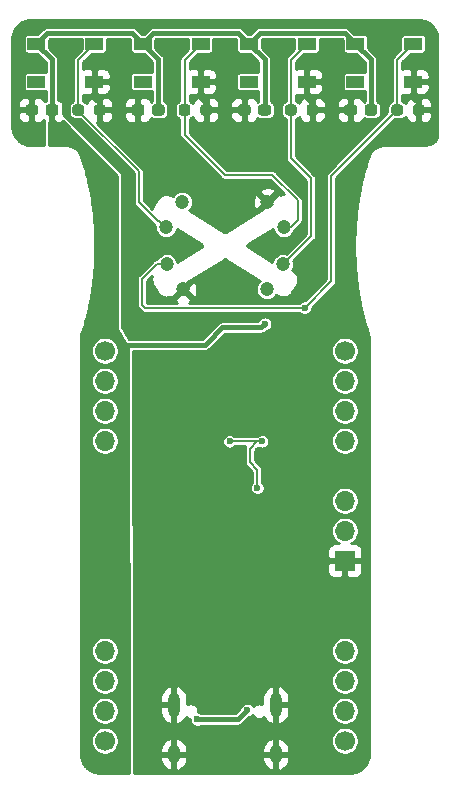
<source format=gtl>
G04 #@! TF.GenerationSoftware,KiCad,Pcbnew,5.1.9+dfsg1-1*
G04 #@! TF.CreationDate,2022-03-10T00:01:25+01:00*
G04 #@! TF.ProjectId,edgedriver,65646765-6472-4697-9665-722e6b696361,rev?*
G04 #@! TF.SameCoordinates,Original*
G04 #@! TF.FileFunction,Copper,L1,Top*
G04 #@! TF.FilePolarity,Positive*
%FSLAX46Y46*%
G04 Gerber Fmt 4.6, Leading zero omitted, Abs format (unit mm)*
G04 Created by KiCad (PCBNEW 5.1.9+dfsg1-1) date 2022-03-10 00:01:25*
%MOMM*%
%LPD*%
G01*
G04 APERTURE LIST*
G04 #@! TA.AperFunction,ComponentPad*
%ADD10R,1.700000X1.700000*%
G04 #@! TD*
G04 #@! TA.AperFunction,ComponentPad*
%ADD11O,1.700000X1.700000*%
G04 #@! TD*
G04 #@! TA.AperFunction,SMDPad,CuDef*
%ADD12R,1.500000X1.000000*%
G04 #@! TD*
G04 #@! TA.AperFunction,ComponentPad*
%ADD13O,1.000000X1.600000*%
G04 #@! TD*
G04 #@! TA.AperFunction,ComponentPad*
%ADD14O,1.000000X2.100000*%
G04 #@! TD*
G04 #@! TA.AperFunction,ComponentPad*
%ADD15C,1.200000*%
G04 #@! TD*
G04 #@! TA.AperFunction,ComponentPad*
%ADD16C,1.700000*%
G04 #@! TD*
G04 #@! TA.AperFunction,ViaPad*
%ADD17C,0.600000*%
G04 #@! TD*
G04 #@! TA.AperFunction,Conductor*
%ADD18C,0.400000*%
G04 #@! TD*
G04 #@! TA.AperFunction,Conductor*
%ADD19C,0.200000*%
G04 #@! TD*
G04 #@! TA.AperFunction,Conductor*
%ADD20C,0.254000*%
G04 #@! TD*
G04 #@! TA.AperFunction,Conductor*
%ADD21C,0.100000*%
G04 #@! TD*
G04 APERTURE END LIST*
D10*
X10160000Y-26670000D03*
D11*
X10160000Y-24130000D03*
X10160000Y-21590000D03*
G04 #@! TA.AperFunction,SMDPad,CuDef*
G36*
G01*
X-2925000Y11737500D02*
X-2925000Y11262500D01*
G75*
G02*
X-3162500Y11025000I-237500J0D01*
G01*
X-3662500Y11025000D01*
G75*
G02*
X-3900000Y11262500I0J237500D01*
G01*
X-3900000Y11737500D01*
G75*
G02*
X-3662500Y11975000I237500J0D01*
G01*
X-3162500Y11975000D01*
G75*
G02*
X-2925000Y11737500I0J-237500D01*
G01*
G37*
G04 #@! TD.AperFunction*
G04 #@! TA.AperFunction,SMDPad,CuDef*
G36*
G01*
X-1100000Y11737500D02*
X-1100000Y11262500D01*
G75*
G02*
X-1337500Y11025000I-237500J0D01*
G01*
X-1837500Y11025000D01*
G75*
G02*
X-2075000Y11262500I0J237500D01*
G01*
X-2075000Y11737500D01*
G75*
G02*
X-1837500Y11975000I237500J0D01*
G01*
X-1337500Y11975000D01*
G75*
G02*
X-1100000Y11737500I0J-237500D01*
G01*
G37*
G04 #@! TD.AperFunction*
D12*
X-6950000Y17100000D03*
X-6950000Y13900000D03*
X-2050000Y17100000D03*
X-2050000Y13900000D03*
G04 #@! TA.AperFunction,SMDPad,CuDef*
G36*
G01*
X-14100000Y11737500D02*
X-14100000Y11262500D01*
G75*
G02*
X-14337500Y11025000I-237500J0D01*
G01*
X-14937500Y11025000D01*
G75*
G02*
X-15175000Y11262500I0J237500D01*
G01*
X-15175000Y11737500D01*
G75*
G02*
X-14937500Y11975000I237500J0D01*
G01*
X-14337500Y11975000D01*
G75*
G02*
X-14100000Y11737500I0J-237500D01*
G01*
G37*
G04 #@! TD.AperFunction*
G04 #@! TA.AperFunction,SMDPad,CuDef*
G36*
G01*
X-15825000Y11737500D02*
X-15825000Y11262500D01*
G75*
G02*
X-16062500Y11025000I-237500J0D01*
G01*
X-16662500Y11025000D01*
G75*
G02*
X-16900000Y11262500I0J237500D01*
G01*
X-16900000Y11737500D01*
G75*
G02*
X-16662500Y11975000I237500J0D01*
G01*
X-16062500Y11975000D01*
G75*
G02*
X-15825000Y11737500I0J-237500D01*
G01*
G37*
G04 #@! TD.AperFunction*
G04 #@! TA.AperFunction,SMDPad,CuDef*
G36*
G01*
X11175000Y11737500D02*
X11175000Y11262500D01*
G75*
G02*
X10937500Y11025000I-237500J0D01*
G01*
X10337500Y11025000D01*
G75*
G02*
X10100000Y11262500I0J237500D01*
G01*
X10100000Y11737500D01*
G75*
G02*
X10337500Y11975000I237500J0D01*
G01*
X10937500Y11975000D01*
G75*
G02*
X11175000Y11737500I0J-237500D01*
G01*
G37*
G04 #@! TD.AperFunction*
G04 #@! TA.AperFunction,SMDPad,CuDef*
G36*
G01*
X12900000Y11737500D02*
X12900000Y11262500D01*
G75*
G02*
X12662500Y11025000I-237500J0D01*
G01*
X12062500Y11025000D01*
G75*
G02*
X11825000Y11262500I0J237500D01*
G01*
X11825000Y11737500D01*
G75*
G02*
X12062500Y11975000I237500J0D01*
G01*
X12662500Y11975000D01*
G75*
G02*
X12900000Y11737500I0J-237500D01*
G01*
G37*
G04 #@! TD.AperFunction*
G04 #@! TA.AperFunction,SMDPad,CuDef*
G36*
G01*
X-5100000Y11737500D02*
X-5100000Y11262500D01*
G75*
G02*
X-5337500Y11025000I-237500J0D01*
G01*
X-5937500Y11025000D01*
G75*
G02*
X-6175000Y11262500I0J237500D01*
G01*
X-6175000Y11737500D01*
G75*
G02*
X-5937500Y11975000I237500J0D01*
G01*
X-5337500Y11975000D01*
G75*
G02*
X-5100000Y11737500I0J-237500D01*
G01*
G37*
G04 #@! TD.AperFunction*
G04 #@! TA.AperFunction,SMDPad,CuDef*
G36*
G01*
X-6825000Y11737500D02*
X-6825000Y11262500D01*
G75*
G02*
X-7062500Y11025000I-237500J0D01*
G01*
X-7662500Y11025000D01*
G75*
G02*
X-7900000Y11262500I0J237500D01*
G01*
X-7900000Y11737500D01*
G75*
G02*
X-7662500Y11975000I237500J0D01*
G01*
X-7062500Y11975000D01*
G75*
G02*
X-6825000Y11737500I0J-237500D01*
G01*
G37*
G04 #@! TD.AperFunction*
G04 #@! TA.AperFunction,SMDPad,CuDef*
G36*
G01*
X2175000Y11737500D02*
X2175000Y11262500D01*
G75*
G02*
X1937500Y11025000I-237500J0D01*
G01*
X1337500Y11025000D01*
G75*
G02*
X1100000Y11262500I0J237500D01*
G01*
X1100000Y11737500D01*
G75*
G02*
X1337500Y11975000I237500J0D01*
G01*
X1937500Y11975000D01*
G75*
G02*
X2175000Y11737500I0J-237500D01*
G01*
G37*
G04 #@! TD.AperFunction*
G04 #@! TA.AperFunction,SMDPad,CuDef*
G36*
G01*
X3900000Y11737500D02*
X3900000Y11262500D01*
G75*
G02*
X3662500Y11025000I-237500J0D01*
G01*
X3062500Y11025000D01*
G75*
G02*
X2825000Y11262500I0J237500D01*
G01*
X2825000Y11737500D01*
G75*
G02*
X3062500Y11975000I237500J0D01*
G01*
X3662500Y11975000D01*
G75*
G02*
X3900000Y11737500I0J-237500D01*
G01*
G37*
G04 #@! TD.AperFunction*
X-11050000Y13900000D03*
X-11050000Y17100000D03*
X-15950000Y13900000D03*
X-15950000Y17100000D03*
X6950000Y13900000D03*
X6950000Y17100000D03*
X2050000Y13900000D03*
X2050000Y17100000D03*
X11050000Y17100000D03*
X11050000Y13900000D03*
X15950000Y17100000D03*
X15950000Y13900000D03*
D13*
X-4320000Y-43050000D03*
X4320000Y-43050000D03*
D14*
X4320000Y-38870000D03*
X-4320000Y-38870000D03*
G04 #@! TA.AperFunction,SMDPad,CuDef*
G36*
G01*
X-10100000Y11737500D02*
X-10100000Y11262500D01*
G75*
G02*
X-10337500Y11025000I-237500J0D01*
G01*
X-10837500Y11025000D01*
G75*
G02*
X-11075000Y11262500I0J237500D01*
G01*
X-11075000Y11737500D01*
G75*
G02*
X-10837500Y11975000I237500J0D01*
G01*
X-10337500Y11975000D01*
G75*
G02*
X-10100000Y11737500I0J-237500D01*
G01*
G37*
G04 #@! TD.AperFunction*
G04 #@! TA.AperFunction,SMDPad,CuDef*
G36*
G01*
X-11925000Y11737500D02*
X-11925000Y11262500D01*
G75*
G02*
X-12162500Y11025000I-237500J0D01*
G01*
X-12662500Y11025000D01*
G75*
G02*
X-12900000Y11262500I0J237500D01*
G01*
X-12900000Y11737500D01*
G75*
G02*
X-12662500Y11975000I237500J0D01*
G01*
X-12162500Y11975000D01*
G75*
G02*
X-11925000Y11737500I0J-237500D01*
G01*
G37*
G04 #@! TD.AperFunction*
G04 #@! TA.AperFunction,SMDPad,CuDef*
G36*
G01*
X7900000Y11737500D02*
X7900000Y11262500D01*
G75*
G02*
X7662500Y11025000I-237500J0D01*
G01*
X7162500Y11025000D01*
G75*
G02*
X6925000Y11262500I0J237500D01*
G01*
X6925000Y11737500D01*
G75*
G02*
X7162500Y11975000I237500J0D01*
G01*
X7662500Y11975000D01*
G75*
G02*
X7900000Y11737500I0J-237500D01*
G01*
G37*
G04 #@! TD.AperFunction*
G04 #@! TA.AperFunction,SMDPad,CuDef*
G36*
G01*
X6075000Y11737500D02*
X6075000Y11262500D01*
G75*
G02*
X5837500Y11025000I-237500J0D01*
G01*
X5337500Y11025000D01*
G75*
G02*
X5100000Y11262500I0J237500D01*
G01*
X5100000Y11737500D01*
G75*
G02*
X5337500Y11975000I237500J0D01*
G01*
X5837500Y11975000D01*
G75*
G02*
X6075000Y11737500I0J-237500D01*
G01*
G37*
G04 #@! TD.AperFunction*
G04 #@! TA.AperFunction,SMDPad,CuDef*
G36*
G01*
X15075000Y11737500D02*
X15075000Y11262500D01*
G75*
G02*
X14837500Y11025000I-237500J0D01*
G01*
X14337500Y11025000D01*
G75*
G02*
X14100000Y11262500I0J237500D01*
G01*
X14100000Y11737500D01*
G75*
G02*
X14337500Y11975000I237500J0D01*
G01*
X14837500Y11975000D01*
G75*
G02*
X15075000Y11737500I0J-237500D01*
G01*
G37*
G04 #@! TD.AperFunction*
G04 #@! TA.AperFunction,SMDPad,CuDef*
G36*
G01*
X16900000Y11737500D02*
X16900000Y11262500D01*
G75*
G02*
X16662500Y11025000I-237500J0D01*
G01*
X16162500Y11025000D01*
G75*
G02*
X15925000Y11262500I0J237500D01*
G01*
X15925000Y11737500D01*
G75*
G02*
X16162500Y11975000I237500J0D01*
G01*
X16662500Y11975000D01*
G75*
G02*
X16900000Y11737500I0J-237500D01*
G01*
G37*
G04 #@! TD.AperFunction*
D15*
X3554216Y-3693650D03*
X4923383Y-1541825D03*
X-4980141Y1580688D03*
X-3610975Y3732513D03*
X4980232Y1580673D03*
X3611065Y3732513D03*
X-3554131Y-3693802D03*
X-4923297Y-1541977D03*
D11*
X-10160000Y-16510000D03*
X-10160000Y-13970000D03*
X-10160000Y-11430000D03*
D16*
X-10160000Y-8890000D03*
D11*
X10160000Y-16510000D03*
X10160000Y-13970000D03*
X10160000Y-11430000D03*
D16*
X10160000Y-8890000D03*
X10160000Y-41910000D03*
D11*
X10160000Y-39370000D03*
X10160000Y-36830000D03*
X10160000Y-34290000D03*
D16*
X-10160000Y-41910000D03*
D11*
X-10160000Y-39370000D03*
X-10160000Y-36830000D03*
X-10160000Y-34290000D03*
D17*
X4400000Y-4600000D03*
X4500000Y-6000000D03*
X2500000Y-4500000D03*
X2500000Y-6000000D03*
X-16400000Y10000000D03*
X0Y11500000D03*
X-9000000Y11500000D03*
X9000000Y11500000D03*
X13500000Y11500000D03*
X4500000Y11500000D03*
X-4500000Y11500000D03*
X-13500000Y11500000D03*
X6400000Y1200000D03*
X5300000Y200000D03*
X-7800000Y1700000D03*
X-6800000Y500000D03*
X-8200000Y5000000D03*
X-8900000Y7000000D03*
X-6500000Y5000000D03*
X-6800000Y7000000D03*
X-2800000Y-18200000D03*
X-7000000Y-17100000D03*
X-5200000Y-7500000D03*
X-6200000Y-9300000D03*
X-4000000Y-9200000D03*
X-7500000Y-7600000D03*
X7500000Y-6000000D03*
X7500000Y-3300000D03*
X4400000Y-10700000D03*
X6700000Y-12200000D03*
X-4800000Y-31100000D03*
X400000Y-15500000D03*
X3250000Y-14900000D03*
X2800000Y-17400000D03*
X2000000Y-15900000D03*
X8150000Y-16250000D03*
X-1650000Y-24850000D03*
X-3850000Y-24750000D03*
X-1500000Y-36400000D03*
X600000Y-35200000D03*
X-600000Y-30500000D03*
X-1300000Y-31900000D03*
X1900000Y-39300000D03*
X-2350000Y-40100000D03*
X-10000000Y6000000D03*
X3400000Y-6600000D03*
X-9400000Y-31600000D03*
X2750000Y-20500000D03*
X3150000Y-16550000D03*
X400000Y-16550000D03*
X6750000Y-5250000D03*
D18*
X16412500Y11500000D02*
X16412500Y12087500D01*
X15950000Y12550000D02*
X15950000Y13900000D01*
X16412500Y12087500D02*
X15950000Y12550000D01*
X7412500Y11500000D02*
X7412500Y12087500D01*
X6950000Y12550000D02*
X6950000Y13900000D01*
X7412500Y12087500D02*
X6950000Y12550000D01*
X-1587500Y11500000D02*
X-1587500Y12087500D01*
X-2050000Y12550000D02*
X-2050000Y13900000D01*
X-1587500Y12087500D02*
X-2050000Y12550000D01*
X-10587500Y11500000D02*
X-10587500Y12087500D01*
X-11050000Y12550000D02*
X-11050000Y13900000D01*
X-10587500Y12087500D02*
X-11050000Y12550000D01*
X-10587500Y11500000D02*
X-7362500Y11500000D01*
X-1587500Y11500000D02*
X1637500Y11500000D01*
X7412500Y11500000D02*
X10637500Y11500000D01*
X-3554131Y-3693802D02*
X-2747933Y-4500000D01*
X-1900000Y-4500000D02*
X-1700000Y-4300000D01*
X-2747933Y-4500000D02*
X-1900000Y-4500000D01*
X-14637500Y15787500D02*
X-15950000Y17100000D01*
X-14637500Y11500000D02*
X-14637500Y15787500D01*
X-5637500Y15787500D02*
X-6950000Y17100000D01*
X-5637500Y11500000D02*
X-5637500Y15787500D01*
X12362500Y15787500D02*
X11050000Y17100000D01*
X12362500Y11500000D02*
X12362500Y15787500D01*
X3362500Y15787500D02*
X2050000Y17100000D01*
X3362500Y11500000D02*
X3362500Y15787500D01*
X2950001Y18000001D02*
X2050000Y17100000D01*
X10149999Y18000001D02*
X2950001Y18000001D01*
X11050000Y17100000D02*
X10149999Y18000001D01*
X-6049999Y18000001D02*
X-6950000Y17100000D01*
X1149999Y18000001D02*
X-6049999Y18000001D01*
X2050000Y17100000D02*
X1149999Y18000001D01*
X-15049999Y18000001D02*
X-15950000Y17100000D01*
X-7850001Y18000001D02*
X-15049999Y18000001D01*
X-6950000Y17100000D02*
X-7850001Y18000001D01*
X-14637500Y11500000D02*
X-14637500Y10637500D01*
X-14637500Y10637500D02*
X-10000000Y6000000D01*
X1100000Y-40100000D02*
X-2350000Y-40100000D01*
X1900000Y-39300000D02*
X1100000Y-40100000D01*
X3100001Y-6899999D02*
X-199999Y-6899999D01*
X3400000Y-6600000D02*
X3100001Y-6899999D01*
X-199999Y-6899999D02*
X-1500000Y-8200000D01*
X-1700000Y-8400000D02*
X-1500000Y-8200000D01*
X-10000000Y-31000000D02*
X-9400000Y-31600000D01*
X-1700000Y-8400000D02*
X-8600000Y-8400000D01*
D19*
X400000Y-16550000D02*
X3150000Y-16550000D01*
X2100000Y-17200000D02*
X2750000Y-16550000D01*
X2750000Y-16550000D02*
X3150000Y-16550000D01*
X2100000Y-18300000D02*
X2100000Y-17200000D01*
X2750000Y-18950000D02*
X2100000Y-18300000D01*
X2750000Y-20500000D02*
X2750000Y-18950000D01*
X-12412500Y15737500D02*
X-11050000Y17100000D01*
X-12412500Y11500000D02*
X-12412500Y15737500D01*
X-12412500Y11412500D02*
X-12412500Y11500000D01*
X-7300000Y6300000D02*
X-12412500Y11412500D01*
X-5692562Y2067347D02*
X-7300000Y3674785D01*
X-5513447Y2067347D02*
X-5692562Y2067347D01*
X-5461505Y2048397D02*
X-5513447Y2067347D01*
X-7300000Y3674785D02*
X-7300000Y6300000D01*
X-5447850Y2048397D02*
X-5461505Y2048397D01*
X-4980141Y1580688D02*
X-5447850Y2048397D01*
X-3412500Y15737500D02*
X-2050000Y17100000D01*
X-3412500Y11500000D02*
X-3412500Y15737500D01*
X4980232Y1580673D02*
X5580673Y1580673D01*
X6153112Y2153112D02*
X6153112Y3846888D01*
X5580673Y1580673D02*
X6153112Y2153112D01*
X6153112Y3846888D02*
X4000000Y6000000D01*
X4000000Y6000000D02*
X0Y6000000D01*
X-3412500Y9412500D02*
X-3412500Y11500000D01*
X0Y6000000D02*
X-3412500Y9412500D01*
X5587500Y15737500D02*
X6950000Y17100000D01*
X5587500Y11500000D02*
X5587500Y15737500D01*
X5587500Y7412500D02*
X5587500Y11500000D01*
X7300000Y5700000D02*
X5587500Y7412500D01*
X7300000Y834792D02*
X7300000Y5700000D01*
X4923383Y-1541825D02*
X7300000Y834792D01*
X14587500Y15737500D02*
X15950000Y17100000D01*
X14587500Y11500000D02*
X14587500Y15737500D01*
X14587500Y11500000D02*
X9000000Y5912500D01*
X-7000000Y-5000000D02*
X-6750000Y-5250000D01*
X9000000Y-3000000D02*
X6750000Y-5250000D01*
X9000000Y5912500D02*
X9000000Y-3000000D01*
X-6750000Y-5250000D02*
X6750000Y-5250000D01*
X-7000000Y-2770152D02*
X-7000000Y-5000000D01*
X-4923297Y-1541977D02*
X-5771825Y-1541977D01*
X-5771825Y-1541977D02*
X-7000000Y-2770152D01*
D20*
X16482857Y19100175D02*
X16564727Y19093986D01*
X16645255Y19083808D01*
X16724330Y19069755D01*
X16801931Y19051926D01*
X16877973Y19030421D01*
X16952378Y19005339D01*
X17025086Y18976765D01*
X17095990Y18944804D01*
X17165008Y18909544D01*
X17232048Y18871079D01*
X17297027Y18829494D01*
X17359801Y18784914D01*
X17420296Y18737420D01*
X17478409Y18687110D01*
X17534019Y18634101D01*
X17587029Y18578490D01*
X17637339Y18520377D01*
X17684830Y18459886D01*
X17729420Y18397096D01*
X17771000Y18332126D01*
X17809462Y18265091D01*
X17844722Y18196073D01*
X17876684Y18125167D01*
X17905257Y18052460D01*
X17930348Y17978031D01*
X17951845Y17902013D01*
X17969674Y17824413D01*
X17983727Y17745334D01*
X17993905Y17664808D01*
X18000094Y17582944D01*
X18002311Y17494675D01*
X18002310Y9505259D01*
X18000122Y9419723D01*
X17994194Y9345433D01*
X17984763Y9277250D01*
X17972198Y9214915D01*
X17956837Y9158068D01*
X17938965Y9106233D01*
X17918803Y9058921D01*
X17896449Y9015522D01*
X17871922Y8975489D01*
X17845092Y8938233D01*
X17815747Y8903253D01*
X17783625Y8870164D01*
X17748411Y8838661D01*
X17709814Y8808568D01*
X17667580Y8779804D01*
X17621531Y8752377D01*
X17571513Y8726317D01*
X17517492Y8701719D01*
X17459469Y8678671D01*
X17397494Y8657260D01*
X17331670Y8637564D01*
X17262124Y8619642D01*
X17189023Y8603536D01*
X17112503Y8589263D01*
X17032776Y8576831D01*
X16950022Y8566223D01*
X16864396Y8557405D01*
X16776095Y8550336D01*
X16685229Y8544956D01*
X16592137Y8541210D01*
X16496824Y8539020D01*
X16398209Y8538298D01*
X13654287Y8538298D01*
X13651028Y8538565D01*
X13634788Y8538298D01*
X13618503Y8538298D01*
X13615240Y8537977D01*
X13590116Y8537564D01*
X13583527Y8537884D01*
X13570610Y8537243D01*
X13557662Y8537030D01*
X13551099Y8536274D01*
X13523741Y8534917D01*
X13517052Y8535017D01*
X13504222Y8533948D01*
X13491395Y8533311D01*
X13484793Y8532328D01*
X13458384Y8530127D01*
X13451597Y8529998D01*
X13438916Y8528505D01*
X13426214Y8527446D01*
X13419548Y8526224D01*
X13394096Y8523227D01*
X13387252Y8522860D01*
X13374729Y8520946D01*
X13362120Y8519461D01*
X13355411Y8517993D01*
X13330931Y8514251D01*
X13324004Y8513637D01*
X13311642Y8511303D01*
X13299199Y8509401D01*
X13292457Y8507681D01*
X13268908Y8503234D01*
X13261922Y8502365D01*
X13249728Y8499613D01*
X13237441Y8497293D01*
X13230683Y8495314D01*
X13208070Y8490211D01*
X13201037Y8489079D01*
X13189034Y8485915D01*
X13176917Y8483180D01*
X13170151Y8480937D01*
X13148460Y8475219D01*
X13141380Y8473814D01*
X13129576Y8470240D01*
X13117661Y8467099D01*
X13110902Y8464586D01*
X13090106Y8458290D01*
X13083014Y8456611D01*
X13071433Y8452636D01*
X13059704Y8449085D01*
X13052962Y8446297D01*
X13033068Y8439469D01*
X13025943Y8437500D01*
X13014597Y8433129D01*
X13003106Y8429185D01*
X12996388Y8426114D01*
X12977368Y8418786D01*
X12970243Y8416527D01*
X12959142Y8411765D01*
X12947880Y8407426D01*
X12941207Y8404071D01*
X12923047Y8396280D01*
X12915938Y8393725D01*
X12905115Y8388587D01*
X12894098Y8383861D01*
X12887475Y8380214D01*
X12870165Y8371996D01*
X12863063Y8369131D01*
X12852519Y8363620D01*
X12841787Y8358525D01*
X12835231Y8354583D01*
X12818740Y8345963D01*
X12811671Y8342786D01*
X12801428Y8336914D01*
X12790983Y8331454D01*
X12784507Y8327213D01*
X12768831Y8318226D01*
X12761804Y8314729D01*
X12751878Y8308507D01*
X12741739Y8302694D01*
X12735358Y8298151D01*
X12720462Y8288813D01*
X12713492Y8284990D01*
X12703916Y8278441D01*
X12694098Y8272286D01*
X12687814Y8267428D01*
X12673690Y8257768D01*
X12666798Y8253617D01*
X12657583Y8246752D01*
X12648094Y8240262D01*
X12641927Y8235088D01*
X12628567Y8225135D01*
X12621748Y8220637D01*
X12612909Y8213470D01*
X12603788Y8206675D01*
X12597748Y8201177D01*
X12585120Y8190938D01*
X12578405Y8186096D01*
X12569954Y8178641D01*
X12561209Y8171550D01*
X12555325Y8165735D01*
X12543404Y8155219D01*
X12536793Y8150014D01*
X12528763Y8142303D01*
X12520419Y8134942D01*
X12514687Y8128786D01*
X12503462Y8118007D01*
X12496987Y8112443D01*
X12489383Y8104487D01*
X12481448Y8096867D01*
X12475900Y8090380D01*
X12465357Y8079348D01*
X12459028Y8073411D01*
X12451876Y8065243D01*
X12444368Y8057387D01*
X12439012Y8050551D01*
X12429138Y8039274D01*
X12422975Y8032956D01*
X12416282Y8024591D01*
X12409223Y8016529D01*
X12404086Y8009349D01*
X12394861Y7997819D01*
X12388882Y7991109D01*
X12382666Y7982578D01*
X12376074Y7974339D01*
X12371175Y7966807D01*
X12362584Y7955016D01*
X12356819Y7947914D01*
X12351093Y7939245D01*
X12344973Y7930845D01*
X12340335Y7922957D01*
X12332376Y7910906D01*
X12326847Y7903402D01*
X12321629Y7894634D01*
X12315995Y7886104D01*
X12311637Y7877845D01*
X12304314Y7865541D01*
X12299042Y7857619D01*
X12294328Y7848760D01*
X12289201Y7840146D01*
X12285163Y7831538D01*
X12278455Y7818934D01*
X12273486Y7810616D01*
X12269295Y7801721D01*
X12264666Y7793023D01*
X12260969Y7784051D01*
X12254904Y7771179D01*
X12250255Y7762437D01*
X12246586Y7753527D01*
X12242473Y7744797D01*
X12239150Y7735467D01*
X12233724Y7722289D01*
X12229440Y7713142D01*
X12226294Y7704245D01*
X12222699Y7695513D01*
X12219786Y7685837D01*
X12215020Y7672358D01*
X12211137Y7662809D01*
X12208511Y7653947D01*
X12205433Y7645241D01*
X12202968Y7635240D01*
X12199642Y7624015D01*
X12136648Y7449758D01*
X12135497Y7447257D01*
X12130018Y7431419D01*
X12124305Y7415615D01*
X12123625Y7412939D01*
X12064058Y7240744D01*
X12062964Y7238279D01*
X12057663Y7222257D01*
X12052165Y7206364D01*
X12051539Y7203750D01*
X11993700Y7028936D01*
X11992665Y7026520D01*
X11987570Y7010412D01*
X11982255Y6994347D01*
X11981677Y6991779D01*
X11925586Y6814433D01*
X11924604Y6812054D01*
X11919697Y6795814D01*
X11914582Y6779640D01*
X11914050Y6777122D01*
X11859720Y6597294D01*
X11858790Y6594959D01*
X11854088Y6578654D01*
X11849152Y6562316D01*
X11848662Y6559836D01*
X11796116Y6377621D01*
X11795230Y6375313D01*
X11790696Y6358827D01*
X11785974Y6342451D01*
X11785526Y6340027D01*
X11734769Y6155455D01*
X11733929Y6153184D01*
X11729592Y6136629D01*
X11725053Y6120123D01*
X11724643Y6117736D01*
X11675695Y5930891D01*
X11674898Y5928654D01*
X11670751Y5912016D01*
X11666398Y5895400D01*
X11666024Y5893051D01*
X11618902Y5704002D01*
X11618145Y5701798D01*
X11614187Y5685086D01*
X11610019Y5668365D01*
X11609679Y5666051D01*
X11564400Y5474876D01*
X11563677Y5472690D01*
X11559888Y5455827D01*
X11555924Y5439091D01*
X11555617Y5436820D01*
X11512190Y5243553D01*
X11511508Y5241410D01*
X11507925Y5224577D01*
X11504122Y5207650D01*
X11503844Y5205400D01*
X11462292Y5010158D01*
X11461641Y5008029D01*
X11458226Y4991053D01*
X11454623Y4974124D01*
X11454375Y4971912D01*
X11414707Y4774725D01*
X11414090Y4772625D01*
X11410865Y4755630D01*
X11407436Y4738583D01*
X11407216Y4736395D01*
X11369451Y4537359D01*
X11368864Y4535278D01*
X11365814Y4518189D01*
X11362572Y4501105D01*
X11362379Y4498947D01*
X11326531Y4298126D01*
X11325972Y4296059D01*
X11323094Y4278870D01*
X11320041Y4261769D01*
X11319874Y4259641D01*
X11285956Y4057092D01*
X11285426Y4055046D01*
X11282733Y4037845D01*
X11279853Y4020646D01*
X11279710Y4018538D01*
X11247740Y3814348D01*
X11247237Y3812318D01*
X11244716Y3795034D01*
X11242020Y3777813D01*
X11241901Y3775729D01*
X11211892Y3569964D01*
X11211414Y3567948D01*
X11209070Y3550620D01*
X11206552Y3533352D01*
X11206456Y3531287D01*
X11178423Y3324023D01*
X11177970Y3322018D01*
X11175797Y3304608D01*
X11173461Y3287333D01*
X11173387Y3285291D01*
X11147344Y3076592D01*
X11146914Y3074597D01*
X11144916Y3057142D01*
X11142757Y3039837D01*
X11142704Y3037812D01*
X11118664Y2827739D01*
X11118260Y2825767D01*
X11116449Y2808388D01*
X11114452Y2790935D01*
X11114420Y2788912D01*
X11092401Y2577570D01*
X11092019Y2575606D01*
X11090380Y2558176D01*
X11088560Y2540708D01*
X11088549Y2538702D01*
X11068561Y2326142D01*
X11068201Y2324187D01*
X11066737Y2306749D01*
X11065090Y2289234D01*
X11065099Y2287236D01*
X11047159Y2073545D01*
X11046819Y2071589D01*
X11045522Y2054052D01*
X11044056Y2036587D01*
X11044085Y2034608D01*
X11028203Y1819833D01*
X11027885Y1817887D01*
X11026764Y1800376D01*
X11025468Y1782843D01*
X11025516Y1780868D01*
X11011709Y1565104D01*
X11011411Y1563160D01*
X11010462Y1545616D01*
X11009340Y1528080D01*
X11009407Y1526114D01*
X10997688Y1309426D01*
X10997410Y1307487D01*
X10996634Y1289948D01*
X10995684Y1272375D01*
X10995771Y1270414D01*
X10986152Y1052888D01*
X10985892Y1050941D01*
X10985286Y1033310D01*
X10984512Y1015809D01*
X10984617Y1013861D01*
X10977112Y795539D01*
X10976873Y793602D01*
X10976442Y776051D01*
X10975837Y758453D01*
X10975962Y756500D01*
X10970583Y537485D01*
X10970363Y535544D01*
X10970104Y517973D01*
X10969672Y500386D01*
X10969816Y498436D01*
X10966577Y278793D01*
X10966376Y276849D01*
X10966289Y259265D01*
X10966030Y241685D01*
X10966193Y239738D01*
X10965106Y19523D01*
X10964923Y17564D01*
X10965010Y31D01*
X10964923Y-17571D01*
X10965107Y-19535D01*
X10966209Y-242249D01*
X10966045Y-244217D01*
X10966306Y-261778D01*
X10966393Y-279340D01*
X10966596Y-281305D01*
X10969899Y-503453D01*
X10969754Y-505420D01*
X10970189Y-522985D01*
X10970450Y-540543D01*
X10970672Y-542501D01*
X10976158Y-764000D01*
X10976032Y-765976D01*
X10976642Y-783565D01*
X10977076Y-801085D01*
X10977318Y-803041D01*
X10984976Y-1023821D01*
X10984870Y-1025799D01*
X10985655Y-1043382D01*
X10986262Y-1060892D01*
X10986523Y-1062847D01*
X10996340Y-1282829D01*
X10996253Y-1284810D01*
X10997212Y-1302377D01*
X10997993Y-1319882D01*
X10998274Y-1321838D01*
X11010234Y-1540948D01*
X11010167Y-1542934D01*
X11011299Y-1560454D01*
X11012255Y-1577975D01*
X11012557Y-1579938D01*
X11026648Y-1798094D01*
X11026601Y-1800088D01*
X11027908Y-1817602D01*
X11029038Y-1835093D01*
X11029360Y-1837057D01*
X11045567Y-2054194D01*
X11045540Y-2056195D01*
X11047021Y-2073664D01*
X11048326Y-2091155D01*
X11048670Y-2093127D01*
X11066978Y-2309155D01*
X11066971Y-2311176D01*
X11068634Y-2328690D01*
X11070108Y-2346086D01*
X11070472Y-2348058D01*
X11090871Y-2562921D01*
X11090884Y-2564950D01*
X11092721Y-2582412D01*
X11094372Y-2599803D01*
X11094759Y-2601785D01*
X11117231Y-2815397D01*
X11117265Y-2817440D01*
X11119279Y-2834868D01*
X11121105Y-2852227D01*
X11121515Y-2854219D01*
X11146046Y-3066511D01*
X11146102Y-3068567D01*
X11148291Y-3085935D01*
X11150295Y-3103281D01*
X11150729Y-3105286D01*
X11177305Y-3316187D01*
X11177383Y-3318249D01*
X11179737Y-3335485D01*
X11181930Y-3352886D01*
X11182391Y-3354914D01*
X11210993Y-3564318D01*
X11211094Y-3566413D01*
X11213638Y-3583684D01*
X11215998Y-3600959D01*
X11216482Y-3602989D01*
X11247102Y-3810861D01*
X11247226Y-3812977D01*
X11249958Y-3830252D01*
X11252488Y-3847427D01*
X11252997Y-3849469D01*
X11285619Y-4055740D01*
X11285767Y-4057862D01*
X11288657Y-4074948D01*
X11291387Y-4092208D01*
X11291928Y-4094284D01*
X11326531Y-4298837D01*
X11326704Y-4300991D01*
X11329785Y-4318078D01*
X11332686Y-4335224D01*
X11333254Y-4337312D01*
X11369826Y-4540097D01*
X11370026Y-4542287D01*
X11373305Y-4559388D01*
X11376372Y-4576396D01*
X11376968Y-4578496D01*
X11415497Y-4779452D01*
X11415724Y-4781666D01*
X11419186Y-4798693D01*
X11422436Y-4815647D01*
X11423063Y-4817767D01*
X11463530Y-5016822D01*
X11463785Y-5019057D01*
X11467414Y-5035927D01*
X11470863Y-5052894D01*
X11471527Y-5055051D01*
X11513915Y-5252114D01*
X11514200Y-5254377D01*
X11518010Y-5271149D01*
X11521648Y-5288064D01*
X11522348Y-5290249D01*
X11566639Y-5485244D01*
X11566957Y-5487551D01*
X11570970Y-5504309D01*
X11574778Y-5521075D01*
X11575512Y-5523280D01*
X11621699Y-5716162D01*
X11622049Y-5718500D01*
X11626244Y-5735144D01*
X11630245Y-5751853D01*
X11631019Y-5754089D01*
X11679079Y-5944771D01*
X11679464Y-5947146D01*
X11683845Y-5963681D01*
X11688037Y-5980314D01*
X11688853Y-5982584D01*
X11738772Y-6170999D01*
X11739194Y-6173413D01*
X11743763Y-6189839D01*
X11748147Y-6206385D01*
X11749007Y-6208690D01*
X11800768Y-6394765D01*
X11801230Y-6397222D01*
X11805994Y-6413550D01*
X11810566Y-6429986D01*
X11811472Y-6432324D01*
X11865062Y-6616000D01*
X11865564Y-6618497D01*
X11870509Y-6634670D01*
X11875285Y-6651040D01*
X11876242Y-6653422D01*
X11931635Y-6834596D01*
X11932186Y-6837159D01*
X11937367Y-6853342D01*
X11942297Y-6869467D01*
X11943298Y-6871869D01*
X12000495Y-7050529D01*
X12001091Y-7053134D01*
X12006448Y-7069124D01*
X12011591Y-7085190D01*
X12012652Y-7087644D01*
X12071623Y-7263678D01*
X12072271Y-7266341D01*
X12077839Y-7282236D01*
X12083165Y-7298133D01*
X12084281Y-7300622D01*
X12145022Y-7474003D01*
X12145721Y-7476708D01*
X12151457Y-7492370D01*
X12157009Y-7508219D01*
X12158194Y-7510769D01*
X12202149Y-7630795D01*
X12202148Y-42994965D01*
X12199931Y-43083206D01*
X12193745Y-43165084D01*
X12183574Y-43245593D01*
X12169529Y-43324669D01*
X12151707Y-43402268D01*
X12130220Y-43478279D01*
X12105144Y-43552690D01*
X12076588Y-43625374D01*
X12044647Y-43696252D01*
X12009401Y-43765257D01*
X11970949Y-43832286D01*
X11929410Y-43897202D01*
X11884842Y-43959969D01*
X11837380Y-44020428D01*
X11787105Y-44078504D01*
X11734113Y-44134098D01*
X11678537Y-44187073D01*
X11620450Y-44237358D01*
X11559989Y-44284823D01*
X11497237Y-44329381D01*
X11432298Y-44370934D01*
X11365276Y-44409381D01*
X11296274Y-44444626D01*
X11225392Y-44476568D01*
X11152698Y-44505128D01*
X11078315Y-44530195D01*
X11002290Y-44551687D01*
X10924695Y-44569507D01*
X10845616Y-44583552D01*
X10765104Y-44593724D01*
X10683215Y-44599911D01*
X10595016Y-44602125D01*
X-7679243Y-44602125D01*
X-7682954Y-43177000D01*
X-5455000Y-43177000D01*
X-5455000Y-43477000D01*
X-5408415Y-43695987D01*
X-5320003Y-43901678D01*
X-5193161Y-44086169D01*
X-5032764Y-44242369D01*
X-4844976Y-44364276D01*
X-4621874Y-44444119D01*
X-4447000Y-44317954D01*
X-4447000Y-43177000D01*
X-4193000Y-43177000D01*
X-4193000Y-44317954D01*
X-4018126Y-44444119D01*
X-3795024Y-44364276D01*
X-3607236Y-44242369D01*
X-3446839Y-44086169D01*
X-3319997Y-43901678D01*
X-3231585Y-43695987D01*
X-3185000Y-43477000D01*
X-3185000Y-43177000D01*
X3185000Y-43177000D01*
X3185000Y-43477000D01*
X3231585Y-43695987D01*
X3319997Y-43901678D01*
X3446839Y-44086169D01*
X3607236Y-44242369D01*
X3795024Y-44364276D01*
X4018126Y-44444119D01*
X4193000Y-44317954D01*
X4193000Y-43177000D01*
X4447000Y-43177000D01*
X4447000Y-44317954D01*
X4621874Y-44444119D01*
X4844976Y-44364276D01*
X5032764Y-44242369D01*
X5193161Y-44086169D01*
X5320003Y-43901678D01*
X5408415Y-43695987D01*
X5455000Y-43477000D01*
X5455000Y-43177000D01*
X4447000Y-43177000D01*
X4193000Y-43177000D01*
X3185000Y-43177000D01*
X-3185000Y-43177000D01*
X-4193000Y-43177000D01*
X-4447000Y-43177000D01*
X-5455000Y-43177000D01*
X-7682954Y-43177000D01*
X-7684396Y-42623000D01*
X-5455000Y-42623000D01*
X-5455000Y-42923000D01*
X-4447000Y-42923000D01*
X-4447000Y-41782046D01*
X-4193000Y-41782046D01*
X-4193000Y-42923000D01*
X-3185000Y-42923000D01*
X-3185000Y-42623000D01*
X3185000Y-42623000D01*
X3185000Y-42923000D01*
X4193000Y-42923000D01*
X4193000Y-41782046D01*
X4447000Y-41782046D01*
X4447000Y-42923000D01*
X5455000Y-42923000D01*
X5455000Y-42623000D01*
X5408415Y-42404013D01*
X5320003Y-42198322D01*
X5193161Y-42013831D01*
X5032764Y-41857631D01*
X4934863Y-41794076D01*
X8983000Y-41794076D01*
X8983000Y-42025924D01*
X9028231Y-42253318D01*
X9116956Y-42467519D01*
X9245764Y-42660294D01*
X9409706Y-42824236D01*
X9602481Y-42953044D01*
X9816682Y-43041769D01*
X10044076Y-43087000D01*
X10275924Y-43087000D01*
X10503318Y-43041769D01*
X10717519Y-42953044D01*
X10910294Y-42824236D01*
X11074236Y-42660294D01*
X11203044Y-42467519D01*
X11291769Y-42253318D01*
X11337000Y-42025924D01*
X11337000Y-41794076D01*
X11291769Y-41566682D01*
X11203044Y-41352481D01*
X11074236Y-41159706D01*
X10910294Y-40995764D01*
X10717519Y-40866956D01*
X10503318Y-40778231D01*
X10275924Y-40733000D01*
X10044076Y-40733000D01*
X9816682Y-40778231D01*
X9602481Y-40866956D01*
X9409706Y-40995764D01*
X9245764Y-41159706D01*
X9116956Y-41352481D01*
X9028231Y-41566682D01*
X8983000Y-41794076D01*
X4934863Y-41794076D01*
X4844976Y-41735724D01*
X4621874Y-41655881D01*
X4447000Y-41782046D01*
X4193000Y-41782046D01*
X4018126Y-41655881D01*
X3795024Y-41735724D01*
X3607236Y-41857631D01*
X3446839Y-42013831D01*
X3319997Y-42198322D01*
X3231585Y-42404013D01*
X3185000Y-42623000D01*
X-3185000Y-42623000D01*
X-3231585Y-42404013D01*
X-3319997Y-42198322D01*
X-3446839Y-42013831D01*
X-3607236Y-41857631D01*
X-3795024Y-41735724D01*
X-4018126Y-41655881D01*
X-4193000Y-41782046D01*
X-4447000Y-41782046D01*
X-4621874Y-41655881D01*
X-4844976Y-41735724D01*
X-5032764Y-41857631D01*
X-5193161Y-42013831D01*
X-5320003Y-42198322D01*
X-5408415Y-42404013D01*
X-5455000Y-42623000D01*
X-7684396Y-42623000D01*
X-7693838Y-38997000D01*
X-5455000Y-38997000D01*
X-5455000Y-39547000D01*
X-5408415Y-39765987D01*
X-5320003Y-39971678D01*
X-5193161Y-40156169D01*
X-5032764Y-40312369D01*
X-4844976Y-40434276D01*
X-4621874Y-40514119D01*
X-4447000Y-40387954D01*
X-4447000Y-38997000D01*
X-5455000Y-38997000D01*
X-7693838Y-38997000D01*
X-7695931Y-38193000D01*
X-5455000Y-38193000D01*
X-5455000Y-38743000D01*
X-4447000Y-38743000D01*
X-4447000Y-37352046D01*
X-4193000Y-37352046D01*
X-4193000Y-38743000D01*
X-4173000Y-38743000D01*
X-4173000Y-38997000D01*
X-4193000Y-38997000D01*
X-4193000Y-40387954D01*
X-4018126Y-40514119D01*
X-3795024Y-40434276D01*
X-3607236Y-40312369D01*
X-3446839Y-40156169D01*
X-3319997Y-39971678D01*
X-3295007Y-39913538D01*
X-3198838Y-39977795D01*
X-3080181Y-40026944D01*
X-2977000Y-40047468D01*
X-2977000Y-40161754D01*
X-2952905Y-40282889D01*
X-2905640Y-40396996D01*
X-2837023Y-40499689D01*
X-2749689Y-40587023D01*
X-2646996Y-40655640D01*
X-2532889Y-40702905D01*
X-2411754Y-40727000D01*
X-2288246Y-40727000D01*
X-2167111Y-40702905D01*
X-2053004Y-40655640D01*
X-2010141Y-40627000D01*
X1074119Y-40627000D01*
X1100000Y-40629549D01*
X1125881Y-40627000D01*
X1203310Y-40619374D01*
X1302650Y-40589239D01*
X1394202Y-40540304D01*
X1474448Y-40474448D01*
X1490955Y-40454334D01*
X2032328Y-39912962D01*
X2082889Y-39902905D01*
X2196996Y-39855640D01*
X2299689Y-39787023D01*
X2338508Y-39748204D01*
X2383558Y-39815626D01*
X2474374Y-39906442D01*
X2581162Y-39977795D01*
X2699819Y-40026944D01*
X2825784Y-40052000D01*
X2954216Y-40052000D01*
X3080181Y-40026944D01*
X3198838Y-39977795D01*
X3295007Y-39913538D01*
X3319997Y-39971678D01*
X3446839Y-40156169D01*
X3607236Y-40312369D01*
X3795024Y-40434276D01*
X4018126Y-40514119D01*
X4193000Y-40387954D01*
X4193000Y-38997000D01*
X4447000Y-38997000D01*
X4447000Y-40387954D01*
X4621874Y-40514119D01*
X4844976Y-40434276D01*
X5032764Y-40312369D01*
X5193161Y-40156169D01*
X5320003Y-39971678D01*
X5408415Y-39765987D01*
X5455000Y-39547000D01*
X5455000Y-39254076D01*
X8983000Y-39254076D01*
X8983000Y-39485924D01*
X9028231Y-39713318D01*
X9116956Y-39927519D01*
X9245764Y-40120294D01*
X9409706Y-40284236D01*
X9602481Y-40413044D01*
X9816682Y-40501769D01*
X10044076Y-40547000D01*
X10275924Y-40547000D01*
X10503318Y-40501769D01*
X10717519Y-40413044D01*
X10910294Y-40284236D01*
X11074236Y-40120294D01*
X11203044Y-39927519D01*
X11291769Y-39713318D01*
X11337000Y-39485924D01*
X11337000Y-39254076D01*
X11291769Y-39026682D01*
X11203044Y-38812481D01*
X11074236Y-38619706D01*
X10910294Y-38455764D01*
X10717519Y-38326956D01*
X10503318Y-38238231D01*
X10275924Y-38193000D01*
X10044076Y-38193000D01*
X9816682Y-38238231D01*
X9602481Y-38326956D01*
X9409706Y-38455764D01*
X9245764Y-38619706D01*
X9116956Y-38812481D01*
X9028231Y-39026682D01*
X8983000Y-39254076D01*
X5455000Y-39254076D01*
X5455000Y-38997000D01*
X4447000Y-38997000D01*
X4193000Y-38997000D01*
X4173000Y-38997000D01*
X4173000Y-38743000D01*
X4193000Y-38743000D01*
X4193000Y-37352046D01*
X4447000Y-37352046D01*
X4447000Y-38743000D01*
X5455000Y-38743000D01*
X5455000Y-38193000D01*
X5408415Y-37974013D01*
X5320003Y-37768322D01*
X5193161Y-37583831D01*
X5032764Y-37427631D01*
X4844976Y-37305724D01*
X4621874Y-37225881D01*
X4447000Y-37352046D01*
X4193000Y-37352046D01*
X4018126Y-37225881D01*
X3795024Y-37305724D01*
X3607236Y-37427631D01*
X3446839Y-37583831D01*
X3319997Y-37768322D01*
X3231585Y-37974013D01*
X3185000Y-38193000D01*
X3185000Y-38816473D01*
X3080181Y-38773056D01*
X2954216Y-38748000D01*
X2825784Y-38748000D01*
X2699819Y-38773056D01*
X2581162Y-38822205D01*
X2474374Y-38893558D01*
X2419306Y-38948626D01*
X2387023Y-38900311D01*
X2299689Y-38812977D01*
X2196996Y-38744360D01*
X2082889Y-38697095D01*
X1961754Y-38673000D01*
X1838246Y-38673000D01*
X1717111Y-38697095D01*
X1603004Y-38744360D01*
X1500311Y-38812977D01*
X1412977Y-38900311D01*
X1344360Y-39003004D01*
X1297095Y-39117111D01*
X1287038Y-39167672D01*
X881711Y-39573000D01*
X-2010141Y-39573000D01*
X-2053004Y-39544360D01*
X-2167111Y-39497095D01*
X-2241593Y-39482280D01*
X-2238000Y-39464216D01*
X-2238000Y-39335784D01*
X-2263056Y-39209819D01*
X-2312205Y-39091162D01*
X-2383558Y-38984374D01*
X-2474374Y-38893558D01*
X-2581162Y-38822205D01*
X-2699819Y-38773056D01*
X-2825784Y-38748000D01*
X-2954216Y-38748000D01*
X-3080181Y-38773056D01*
X-3185000Y-38816473D01*
X-3185000Y-38193000D01*
X-3231585Y-37974013D01*
X-3319997Y-37768322D01*
X-3446839Y-37583831D01*
X-3607236Y-37427631D01*
X-3795024Y-37305724D01*
X-4018126Y-37225881D01*
X-4193000Y-37352046D01*
X-4447000Y-37352046D01*
X-4621874Y-37225881D01*
X-4844976Y-37305724D01*
X-5032764Y-37427631D01*
X-5193161Y-37583831D01*
X-5320003Y-37768322D01*
X-5408415Y-37974013D01*
X-5455000Y-38193000D01*
X-7695931Y-38193000D01*
X-7699782Y-36714076D01*
X8983000Y-36714076D01*
X8983000Y-36945924D01*
X9028231Y-37173318D01*
X9116956Y-37387519D01*
X9245764Y-37580294D01*
X9409706Y-37744236D01*
X9602481Y-37873044D01*
X9816682Y-37961769D01*
X10044076Y-38007000D01*
X10275924Y-38007000D01*
X10503318Y-37961769D01*
X10717519Y-37873044D01*
X10910294Y-37744236D01*
X11074236Y-37580294D01*
X11203044Y-37387519D01*
X11291769Y-37173318D01*
X11337000Y-36945924D01*
X11337000Y-36714076D01*
X11291769Y-36486682D01*
X11203044Y-36272481D01*
X11074236Y-36079706D01*
X10910294Y-35915764D01*
X10717519Y-35786956D01*
X10503318Y-35698231D01*
X10275924Y-35653000D01*
X10044076Y-35653000D01*
X9816682Y-35698231D01*
X9602481Y-35786956D01*
X9409706Y-35915764D01*
X9245764Y-36079706D01*
X9116956Y-36272481D01*
X9028231Y-36486682D01*
X8983000Y-36714076D01*
X-7699782Y-36714076D01*
X-7706396Y-34174076D01*
X8983000Y-34174076D01*
X8983000Y-34405924D01*
X9028231Y-34633318D01*
X9116956Y-34847519D01*
X9245764Y-35040294D01*
X9409706Y-35204236D01*
X9602481Y-35333044D01*
X9816682Y-35421769D01*
X10044076Y-35467000D01*
X10275924Y-35467000D01*
X10503318Y-35421769D01*
X10717519Y-35333044D01*
X10910294Y-35204236D01*
X11074236Y-35040294D01*
X11203044Y-34847519D01*
X11291769Y-34633318D01*
X11337000Y-34405924D01*
X11337000Y-34174076D01*
X11291769Y-33946682D01*
X11203044Y-33732481D01*
X11074236Y-33539706D01*
X10910294Y-33375764D01*
X10717519Y-33246956D01*
X10503318Y-33158231D01*
X10275924Y-33113000D01*
X10044076Y-33113000D01*
X9816682Y-33158231D01*
X9602481Y-33246956D01*
X9409706Y-33375764D01*
X9245764Y-33539706D01*
X9116956Y-33732481D01*
X9028231Y-33946682D01*
X8983000Y-34174076D01*
X-7706396Y-34174076D01*
X-7723725Y-27520000D01*
X8671928Y-27520000D01*
X8684188Y-27644482D01*
X8720498Y-27764180D01*
X8779463Y-27874494D01*
X8858815Y-27971185D01*
X8955506Y-28050537D01*
X9065820Y-28109502D01*
X9185518Y-28145812D01*
X9310000Y-28158072D01*
X9874250Y-28155000D01*
X10033000Y-27996250D01*
X10033000Y-26797000D01*
X10287000Y-26797000D01*
X10287000Y-27996250D01*
X10445750Y-28155000D01*
X11010000Y-28158072D01*
X11134482Y-28145812D01*
X11254180Y-28109502D01*
X11364494Y-28050537D01*
X11461185Y-27971185D01*
X11540537Y-27874494D01*
X11599502Y-27764180D01*
X11635812Y-27644482D01*
X11648072Y-27520000D01*
X11645000Y-26955750D01*
X11486250Y-26797000D01*
X10287000Y-26797000D01*
X10033000Y-26797000D01*
X8833750Y-26797000D01*
X8675000Y-26955750D01*
X8671928Y-27520000D01*
X-7723725Y-27520000D01*
X-7728152Y-25820000D01*
X8671928Y-25820000D01*
X8675000Y-26384250D01*
X8833750Y-26543000D01*
X10033000Y-26543000D01*
X10033000Y-26523000D01*
X10287000Y-26523000D01*
X10287000Y-26543000D01*
X11486250Y-26543000D01*
X11645000Y-26384250D01*
X11648072Y-25820000D01*
X11635812Y-25695518D01*
X11599502Y-25575820D01*
X11540537Y-25465506D01*
X11461185Y-25368815D01*
X11364494Y-25289463D01*
X11254180Y-25230498D01*
X11134482Y-25194188D01*
X11010000Y-25181928D01*
X10691890Y-25183660D01*
X10717519Y-25173044D01*
X10910294Y-25044236D01*
X11074236Y-24880294D01*
X11203044Y-24687519D01*
X11291769Y-24473318D01*
X11337000Y-24245924D01*
X11337000Y-24014076D01*
X11291769Y-23786682D01*
X11203044Y-23572481D01*
X11074236Y-23379706D01*
X10910294Y-23215764D01*
X10717519Y-23086956D01*
X10503318Y-22998231D01*
X10275924Y-22953000D01*
X10044076Y-22953000D01*
X9816682Y-22998231D01*
X9602481Y-23086956D01*
X9409706Y-23215764D01*
X9245764Y-23379706D01*
X9116956Y-23572481D01*
X9028231Y-23786682D01*
X8983000Y-24014076D01*
X8983000Y-24245924D01*
X9028231Y-24473318D01*
X9116956Y-24687519D01*
X9245764Y-24880294D01*
X9409706Y-25044236D01*
X9602481Y-25173044D01*
X9628110Y-25183660D01*
X9310000Y-25181928D01*
X9185518Y-25194188D01*
X9065820Y-25230498D01*
X8955506Y-25289463D01*
X8858815Y-25368815D01*
X8779463Y-25465506D01*
X8720498Y-25575820D01*
X8684188Y-25695518D01*
X8671928Y-25820000D01*
X-7728152Y-25820000D01*
X-7739470Y-21474076D01*
X8983000Y-21474076D01*
X8983000Y-21705924D01*
X9028231Y-21933318D01*
X9116956Y-22147519D01*
X9245764Y-22340294D01*
X9409706Y-22504236D01*
X9602481Y-22633044D01*
X9816682Y-22721769D01*
X10044076Y-22767000D01*
X10275924Y-22767000D01*
X10503318Y-22721769D01*
X10717519Y-22633044D01*
X10910294Y-22504236D01*
X11074236Y-22340294D01*
X11203044Y-22147519D01*
X11291769Y-21933318D01*
X11337000Y-21705924D01*
X11337000Y-21474076D01*
X11291769Y-21246682D01*
X11203044Y-21032481D01*
X11074236Y-20839706D01*
X10910294Y-20675764D01*
X10717519Y-20546956D01*
X10503318Y-20458231D01*
X10275924Y-20413000D01*
X10044076Y-20413000D01*
X9816682Y-20458231D01*
X9602481Y-20546956D01*
X9409706Y-20675764D01*
X9245764Y-20839706D01*
X9116956Y-21032481D01*
X9028231Y-21246682D01*
X8983000Y-21474076D01*
X-7739470Y-21474076D01*
X-7752455Y-16488246D01*
X-227000Y-16488246D01*
X-227000Y-16611754D01*
X-202905Y-16732889D01*
X-155640Y-16846996D01*
X-87023Y-16949689D01*
X311Y-17037023D01*
X103004Y-17105640D01*
X217111Y-17152905D01*
X338246Y-17177000D01*
X461754Y-17177000D01*
X582889Y-17152905D01*
X696996Y-17105640D01*
X799689Y-17037023D01*
X859712Y-16977000D01*
X1735027Y-16977000D01*
X1703596Y-17035804D01*
X1679179Y-17116294D01*
X1670935Y-17200000D01*
X1673001Y-17220977D01*
X1673000Y-18279033D01*
X1670935Y-18300000D01*
X1673000Y-18320967D01*
X1673000Y-18320977D01*
X1679178Y-18383706D01*
X1703595Y-18464195D01*
X1703596Y-18464196D01*
X1743245Y-18538376D01*
X1783232Y-18587100D01*
X1796605Y-18603395D01*
X1812900Y-18616768D01*
X2323001Y-19126870D01*
X2323000Y-20040288D01*
X2262977Y-20100311D01*
X2194360Y-20203004D01*
X2147095Y-20317111D01*
X2123000Y-20438246D01*
X2123000Y-20561754D01*
X2147095Y-20682889D01*
X2194360Y-20796996D01*
X2262977Y-20899689D01*
X2350311Y-20987023D01*
X2453004Y-21055640D01*
X2567111Y-21102905D01*
X2688246Y-21127000D01*
X2811754Y-21127000D01*
X2932889Y-21102905D01*
X3046996Y-21055640D01*
X3149689Y-20987023D01*
X3237023Y-20899689D01*
X3305640Y-20796996D01*
X3352905Y-20682889D01*
X3377000Y-20561754D01*
X3377000Y-20438246D01*
X3352905Y-20317111D01*
X3305640Y-20203004D01*
X3237023Y-20100311D01*
X3177000Y-20040288D01*
X3177000Y-18970967D01*
X3179065Y-18950000D01*
X3177000Y-18929033D01*
X3177000Y-18929022D01*
X3170822Y-18866293D01*
X3146405Y-18785804D01*
X3137176Y-18768538D01*
X3106756Y-18711623D01*
X3066768Y-18662899D01*
X3066764Y-18662895D01*
X3053395Y-18646605D01*
X3037105Y-18633236D01*
X2527000Y-18123132D01*
X2527000Y-17376868D01*
X2820169Y-17083700D01*
X2853004Y-17105640D01*
X2967111Y-17152905D01*
X3088246Y-17177000D01*
X3211754Y-17177000D01*
X3332889Y-17152905D01*
X3446996Y-17105640D01*
X3549689Y-17037023D01*
X3637023Y-16949689D01*
X3705640Y-16846996D01*
X3752905Y-16732889D01*
X3777000Y-16611754D01*
X3777000Y-16488246D01*
X3758269Y-16394076D01*
X8983000Y-16394076D01*
X8983000Y-16625924D01*
X9028231Y-16853318D01*
X9116956Y-17067519D01*
X9245764Y-17260294D01*
X9409706Y-17424236D01*
X9602481Y-17553044D01*
X9816682Y-17641769D01*
X10044076Y-17687000D01*
X10275924Y-17687000D01*
X10503318Y-17641769D01*
X10717519Y-17553044D01*
X10910294Y-17424236D01*
X11074236Y-17260294D01*
X11203044Y-17067519D01*
X11291769Y-16853318D01*
X11337000Y-16625924D01*
X11337000Y-16394076D01*
X11291769Y-16166682D01*
X11203044Y-15952481D01*
X11074236Y-15759706D01*
X10910294Y-15595764D01*
X10717519Y-15466956D01*
X10503318Y-15378231D01*
X10275924Y-15333000D01*
X10044076Y-15333000D01*
X9816682Y-15378231D01*
X9602481Y-15466956D01*
X9409706Y-15595764D01*
X9245764Y-15759706D01*
X9116956Y-15952481D01*
X9028231Y-16166682D01*
X8983000Y-16394076D01*
X3758269Y-16394076D01*
X3752905Y-16367111D01*
X3705640Y-16253004D01*
X3637023Y-16150311D01*
X3549689Y-16062977D01*
X3446996Y-15994360D01*
X3332889Y-15947095D01*
X3211754Y-15923000D01*
X3088246Y-15923000D01*
X2967111Y-15947095D01*
X2853004Y-15994360D01*
X2750311Y-16062977D01*
X2690288Y-16123000D01*
X859712Y-16123000D01*
X799689Y-16062977D01*
X696996Y-15994360D01*
X582889Y-15947095D01*
X461754Y-15923000D01*
X338246Y-15923000D01*
X217111Y-15947095D01*
X103004Y-15994360D01*
X311Y-16062977D01*
X-87023Y-16150311D01*
X-155640Y-16253004D01*
X-202905Y-16367111D01*
X-227000Y-16488246D01*
X-7752455Y-16488246D01*
X-7759315Y-13854076D01*
X8983000Y-13854076D01*
X8983000Y-14085924D01*
X9028231Y-14313318D01*
X9116956Y-14527519D01*
X9245764Y-14720294D01*
X9409706Y-14884236D01*
X9602481Y-15013044D01*
X9816682Y-15101769D01*
X10044076Y-15147000D01*
X10275924Y-15147000D01*
X10503318Y-15101769D01*
X10717519Y-15013044D01*
X10910294Y-14884236D01*
X11074236Y-14720294D01*
X11203044Y-14527519D01*
X11291769Y-14313318D01*
X11337000Y-14085924D01*
X11337000Y-13854076D01*
X11291769Y-13626682D01*
X11203044Y-13412481D01*
X11074236Y-13219706D01*
X10910294Y-13055764D01*
X10717519Y-12926956D01*
X10503318Y-12838231D01*
X10275924Y-12793000D01*
X10044076Y-12793000D01*
X9816682Y-12838231D01*
X9602481Y-12926956D01*
X9409706Y-13055764D01*
X9245764Y-13219706D01*
X9116956Y-13412481D01*
X9028231Y-13626682D01*
X8983000Y-13854076D01*
X-7759315Y-13854076D01*
X-7765930Y-11314076D01*
X8983000Y-11314076D01*
X8983000Y-11545924D01*
X9028231Y-11773318D01*
X9116956Y-11987519D01*
X9245764Y-12180294D01*
X9409706Y-12344236D01*
X9602481Y-12473044D01*
X9816682Y-12561769D01*
X10044076Y-12607000D01*
X10275924Y-12607000D01*
X10503318Y-12561769D01*
X10717519Y-12473044D01*
X10910294Y-12344236D01*
X11074236Y-12180294D01*
X11203044Y-11987519D01*
X11291769Y-11773318D01*
X11337000Y-11545924D01*
X11337000Y-11314076D01*
X11291769Y-11086682D01*
X11203044Y-10872481D01*
X11074236Y-10679706D01*
X10910294Y-10515764D01*
X10717519Y-10386956D01*
X10503318Y-10298231D01*
X10275924Y-10253000D01*
X10044076Y-10253000D01*
X9816682Y-10298231D01*
X9602481Y-10386956D01*
X9409706Y-10515764D01*
X9245764Y-10679706D01*
X9116956Y-10872481D01*
X9028231Y-11086682D01*
X8983000Y-11314076D01*
X-7765930Y-11314076D01*
X-7772147Y-8927000D01*
X-1725881Y-8927000D01*
X-1700000Y-8929549D01*
X-1674119Y-8927000D01*
X-1596690Y-8919374D01*
X-1497350Y-8889239D01*
X-1405798Y-8840304D01*
X-1325552Y-8774448D01*
X-1325247Y-8774076D01*
X8983000Y-8774076D01*
X8983000Y-9005924D01*
X9028231Y-9233318D01*
X9116956Y-9447519D01*
X9245764Y-9640294D01*
X9409706Y-9804236D01*
X9602481Y-9933044D01*
X9816682Y-10021769D01*
X10044076Y-10067000D01*
X10275924Y-10067000D01*
X10503318Y-10021769D01*
X10717519Y-9933044D01*
X10910294Y-9804236D01*
X11074236Y-9640294D01*
X11203044Y-9447519D01*
X11291769Y-9233318D01*
X11337000Y-9005924D01*
X11337000Y-8774076D01*
X11291769Y-8546682D01*
X11203044Y-8332481D01*
X11074236Y-8139706D01*
X10910294Y-7975764D01*
X10717519Y-7846956D01*
X10503318Y-7758231D01*
X10275924Y-7713000D01*
X10044076Y-7713000D01*
X9816682Y-7758231D01*
X9602481Y-7846956D01*
X9409706Y-7975764D01*
X9245764Y-8139706D01*
X9116956Y-8332481D01*
X9028231Y-8546682D01*
X8983000Y-8774076D01*
X-1325247Y-8774076D01*
X-1309045Y-8754334D01*
X-1109054Y-8554344D01*
X-1109050Y-8554339D01*
X18291Y-7426999D01*
X3074120Y-7426999D01*
X3100001Y-7429548D01*
X3125882Y-7426999D01*
X3203311Y-7419373D01*
X3302651Y-7389238D01*
X3394203Y-7340303D01*
X3474449Y-7274447D01*
X3490956Y-7254333D01*
X3532327Y-7212962D01*
X3582889Y-7202905D01*
X3696996Y-7155640D01*
X3799689Y-7087023D01*
X3887023Y-6999689D01*
X3955640Y-6896996D01*
X4002905Y-6782889D01*
X4027000Y-6661754D01*
X4027000Y-6538246D01*
X4002905Y-6417111D01*
X3955640Y-6303004D01*
X3887023Y-6200311D01*
X3799689Y-6112977D01*
X3696996Y-6044360D01*
X3582889Y-5997095D01*
X3461754Y-5973000D01*
X3338246Y-5973000D01*
X3217111Y-5997095D01*
X3103004Y-6044360D01*
X3000311Y-6112977D01*
X2912977Y-6200311D01*
X2844360Y-6303004D01*
X2815367Y-6372999D01*
X-174119Y-6372999D01*
X-200000Y-6370450D01*
X-279591Y-6378289D01*
X-303309Y-6380625D01*
X-402649Y-6410760D01*
X-494201Y-6459695D01*
X-574447Y-6525551D01*
X-590950Y-6545660D01*
X-1854339Y-7809050D01*
X-1854344Y-7809054D01*
X-1918290Y-7873000D01*
X-8133755Y-7873000D01*
X-8673000Y-6914343D01*
X-8673000Y6000000D01*
X-8679283Y6063795D01*
X-8697891Y6125137D01*
X-8728109Y6181671D01*
X-8768776Y6231224D01*
X-13673000Y11135448D01*
X-13673000Y12000000D01*
X-13679283Y12063795D01*
X-13697891Y12125137D01*
X-13728109Y12181671D01*
X-13768776Y12231224D01*
X-13818329Y12271891D01*
X-13874863Y12302109D01*
X-13936205Y12320717D01*
X-14000000Y12327000D01*
X-14110500Y12327000D01*
X-14110500Y15761623D01*
X-14107951Y15787501D01*
X-14111271Y15821207D01*
X-14118126Y15890810D01*
X-14148261Y15990150D01*
X-14197196Y16081702D01*
X-14263052Y16161948D01*
X-14283161Y16178451D01*
X-14871418Y16766708D01*
X-14871418Y17433291D01*
X-14831708Y17473001D01*
X-12128582Y17473001D01*
X-12128582Y16625286D01*
X-12699605Y16054264D01*
X-12715894Y16040895D01*
X-12729263Y16024605D01*
X-12729268Y16024600D01*
X-12769255Y15975876D01*
X-12808904Y15901696D01*
X-12833321Y15821206D01*
X-12841565Y15737500D01*
X-12839499Y15716523D01*
X-12839500Y12272514D01*
X-12879130Y12260492D01*
X-12976998Y12208180D01*
X-13062780Y12137780D01*
X-13133180Y12051998D01*
X-13185492Y11954130D01*
X-13217705Y11847937D01*
X-13228582Y11737500D01*
X-13228582Y11262500D01*
X-13217705Y11152063D01*
X-13185492Y11045870D01*
X-13133180Y10948002D01*
X-13062780Y10862220D01*
X-12976998Y10791820D01*
X-12879130Y10739508D01*
X-12772937Y10707295D01*
X-12662500Y10696418D01*
X-12300286Y10696418D01*
X-7726999Y6123130D01*
X-7727000Y3695752D01*
X-7729065Y3674785D01*
X-7727000Y3653818D01*
X-7727000Y3653808D01*
X-7720822Y3591079D01*
X-7696405Y3510590D01*
X-7682286Y3484175D01*
X-7656755Y3436409D01*
X-7617690Y3388809D01*
X-7603395Y3371390D01*
X-7587100Y3358017D01*
X-6009326Y1780242D01*
X-5995957Y1763952D01*
X-5979667Y1750583D01*
X-5979663Y1750579D01*
X-5930939Y1710591D01*
X-5902488Y1695384D01*
X-5907141Y1671989D01*
X-5907141Y1489387D01*
X-5871517Y1310292D01*
X-5801637Y1141589D01*
X-5700189Y989760D01*
X-5571069Y860640D01*
X-5419240Y759192D01*
X-5250537Y689312D01*
X-5071442Y653688D01*
X-4888840Y653688D01*
X-4709745Y689312D01*
X-4541042Y759192D01*
X-4389213Y860640D01*
X-4260093Y989760D01*
X-4158645Y1141589D01*
X-4088765Y1310292D01*
X-4070241Y1403417D01*
X-1995586Y121445D01*
X-1987531Y113613D01*
X-1957077Y93874D01*
X-1939467Y82094D01*
X-1933158Y77106D01*
X-1927333Y71702D01*
X-1921953Y65862D01*
X-1917051Y59629D01*
X-1912653Y53040D01*
X-1908770Y46116D01*
X-1905436Y38910D01*
X-1902675Y31475D01*
X-1900504Y23858D01*
X-1898929Y16051D01*
X-1897966Y8084D01*
X-1897646Y233D01*
X-1897966Y-7612D01*
X-1898930Y-15594D01*
X-1900503Y-23387D01*
X-1902677Y-31018D01*
X-1905437Y-38448D01*
X-1908769Y-45651D01*
X-1912650Y-52572D01*
X-1917053Y-59167D01*
X-1921955Y-65401D01*
X-1927328Y-71233D01*
X-1933155Y-76639D01*
X-1939458Y-81623D01*
X-1957088Y-93415D01*
X-1987531Y-113147D01*
X-1995608Y-121001D01*
X-4012784Y-1367790D01*
X-4031921Y-1271581D01*
X-4101801Y-1102878D01*
X-4203249Y-951049D01*
X-4332369Y-821929D01*
X-4484198Y-720481D01*
X-4652901Y-650601D01*
X-4831996Y-614977D01*
X-5014598Y-614977D01*
X-5193693Y-650601D01*
X-5362396Y-720481D01*
X-5514225Y-821929D01*
X-5643345Y-951049D01*
X-5744793Y-1102878D01*
X-5749805Y-1114977D01*
X-5750858Y-1114977D01*
X-5771825Y-1112912D01*
X-5792792Y-1114977D01*
X-5792803Y-1114977D01*
X-5855532Y-1121155D01*
X-5936021Y-1145572D01*
X-5945201Y-1150479D01*
X-6010202Y-1185221D01*
X-6058926Y-1225209D01*
X-6058930Y-1225213D01*
X-6075220Y-1238582D01*
X-6088589Y-1254872D01*
X-7287100Y-2453384D01*
X-7303395Y-2466757D01*
X-7316767Y-2483051D01*
X-7316768Y-2483052D01*
X-7356755Y-2531776D01*
X-7377093Y-2569826D01*
X-7396405Y-2605957D01*
X-7420822Y-2686446D01*
X-7427000Y-2749175D01*
X-7427000Y-2749185D01*
X-7429065Y-2770152D01*
X-7427000Y-2791119D01*
X-7426999Y-4979023D01*
X-7429065Y-5000000D01*
X-7426999Y-5020977D01*
X-7426999Y-5020978D01*
X-7420821Y-5083707D01*
X-7409570Y-5120795D01*
X-7396404Y-5164196D01*
X-7356755Y-5238376D01*
X-7316768Y-5287100D01*
X-7316763Y-5287105D01*
X-7303394Y-5303395D01*
X-7287105Y-5316763D01*
X-7066764Y-5537105D01*
X-7053395Y-5553395D01*
X-7037105Y-5566764D01*
X-7037101Y-5566768D01*
X-6988377Y-5606755D01*
X-6961774Y-5620974D01*
X-6914196Y-5646405D01*
X-6833707Y-5670822D01*
X-6770978Y-5677000D01*
X-6770966Y-5677000D01*
X-6750001Y-5679065D01*
X-6729036Y-5677000D01*
X6290288Y-5677000D01*
X6350311Y-5737023D01*
X6453004Y-5805640D01*
X6567111Y-5852905D01*
X6688246Y-5877000D01*
X6811754Y-5877000D01*
X6932889Y-5852905D01*
X7046996Y-5805640D01*
X7149689Y-5737023D01*
X7237023Y-5649689D01*
X7305640Y-5546996D01*
X7352905Y-5432889D01*
X7377000Y-5311754D01*
X7377000Y-5226868D01*
X9287105Y-3316764D01*
X9303395Y-3303395D01*
X9316764Y-3287105D01*
X9316768Y-3287101D01*
X9356756Y-3238376D01*
X9396405Y-3164197D01*
X9405166Y-3135316D01*
X9420822Y-3083707D01*
X9427000Y-3020978D01*
X9427000Y-3020967D01*
X9429065Y-3000000D01*
X9427000Y-2979033D01*
X9427000Y5735632D01*
X14387788Y10696418D01*
X14837500Y10696418D01*
X14947937Y10707295D01*
X15054130Y10739508D01*
X15151998Y10791820D01*
X15237780Y10862220D01*
X15295976Y10933131D01*
X15299188Y10900518D01*
X15335498Y10780820D01*
X15394463Y10670506D01*
X15473815Y10573815D01*
X15570506Y10494463D01*
X15680820Y10435498D01*
X15800518Y10399188D01*
X15925000Y10386928D01*
X16126750Y10390000D01*
X16285500Y10548750D01*
X16285500Y11373000D01*
X16539500Y11373000D01*
X16539500Y10548750D01*
X16698250Y10390000D01*
X16900000Y10386928D01*
X17024482Y10399188D01*
X17144180Y10435498D01*
X17254494Y10494463D01*
X17351185Y10573815D01*
X17430537Y10670506D01*
X17489502Y10780820D01*
X17525812Y10900518D01*
X17538072Y11025000D01*
X17535000Y11214250D01*
X17376250Y11373000D01*
X16539500Y11373000D01*
X16285500Y11373000D01*
X16265500Y11373000D01*
X16265500Y11627000D01*
X16285500Y11627000D01*
X16285500Y12451250D01*
X16539500Y12451250D01*
X16539500Y11627000D01*
X17376250Y11627000D01*
X17535000Y11785750D01*
X17538072Y11975000D01*
X17525812Y12099482D01*
X17489502Y12219180D01*
X17430537Y12329494D01*
X17351185Y12426185D01*
X17254494Y12505537D01*
X17144180Y12564502D01*
X17024482Y12600812D01*
X16900000Y12613072D01*
X16698250Y12610000D01*
X16539500Y12451250D01*
X16285500Y12451250D01*
X16126750Y12610000D01*
X15925000Y12613072D01*
X15800518Y12600812D01*
X15680820Y12564502D01*
X15570506Y12505537D01*
X15473815Y12426185D01*
X15394463Y12329494D01*
X15335498Y12219180D01*
X15299188Y12099482D01*
X15295976Y12066869D01*
X15237780Y12137780D01*
X15151998Y12208180D01*
X15054130Y12260492D01*
X15014500Y12272514D01*
X15014500Y12792698D01*
X15075518Y12774188D01*
X15200000Y12761928D01*
X15664250Y12765000D01*
X15823000Y12923750D01*
X15823000Y13773000D01*
X16077000Y13773000D01*
X16077000Y12923750D01*
X16235750Y12765000D01*
X16700000Y12761928D01*
X16824482Y12774188D01*
X16944180Y12810498D01*
X17054494Y12869463D01*
X17151185Y12948815D01*
X17230537Y13045506D01*
X17289502Y13155820D01*
X17325812Y13275518D01*
X17338072Y13400000D01*
X17335000Y13614250D01*
X17176250Y13773000D01*
X16077000Y13773000D01*
X15823000Y13773000D01*
X15803000Y13773000D01*
X15803000Y14027000D01*
X15823000Y14027000D01*
X15823000Y14876250D01*
X16077000Y14876250D01*
X16077000Y14027000D01*
X17176250Y14027000D01*
X17335000Y14185750D01*
X17338072Y14400000D01*
X17325812Y14524482D01*
X17289502Y14644180D01*
X17230537Y14754494D01*
X17151185Y14851185D01*
X17054494Y14930537D01*
X16944180Y14989502D01*
X16824482Y15025812D01*
X16700000Y15038072D01*
X16235750Y15035000D01*
X16077000Y14876250D01*
X15823000Y14876250D01*
X15664250Y15035000D01*
X15200000Y15038072D01*
X15075518Y15025812D01*
X15014500Y15007302D01*
X15014500Y15560632D01*
X15725287Y16271418D01*
X16700000Y16271418D01*
X16764103Y16277732D01*
X16825743Y16296430D01*
X16882550Y16326794D01*
X16932343Y16367657D01*
X16973206Y16417450D01*
X17003570Y16474257D01*
X17022268Y16535897D01*
X17028582Y16600000D01*
X17028582Y17600000D01*
X17022268Y17664103D01*
X17003570Y17725743D01*
X16973206Y17782550D01*
X16932343Y17832343D01*
X16882550Y17873206D01*
X16825743Y17903570D01*
X16764103Y17922268D01*
X16700000Y17928582D01*
X15200000Y17928582D01*
X15135897Y17922268D01*
X15074257Y17903570D01*
X15017450Y17873206D01*
X14967657Y17832343D01*
X14926794Y17782550D01*
X14896430Y17725743D01*
X14877732Y17664103D01*
X14871418Y17600000D01*
X14871418Y16625286D01*
X14300395Y16054264D01*
X14284106Y16040895D01*
X14270737Y16024605D01*
X14270732Y16024600D01*
X14230745Y15975876D01*
X14191096Y15901696D01*
X14166679Y15821206D01*
X14158435Y15737500D01*
X14160501Y15716523D01*
X14160500Y12272514D01*
X14120870Y12260492D01*
X14023002Y12208180D01*
X13937220Y12137780D01*
X13866820Y12051998D01*
X13814508Y11954130D01*
X13782295Y11847937D01*
X13771418Y11737500D01*
X13771418Y11287788D01*
X8712900Y6229268D01*
X8696605Y6215895D01*
X8683233Y6199601D01*
X8683232Y6199600D01*
X8643245Y6150876D01*
X8635189Y6135804D01*
X8603595Y6076695D01*
X8579178Y5996206D01*
X8573000Y5933477D01*
X8573000Y5933467D01*
X8570935Y5912500D01*
X8573000Y5891533D01*
X8573001Y-2823130D01*
X6773132Y-4623000D01*
X6688246Y-4623000D01*
X6567111Y-4647095D01*
X6453004Y-4694360D01*
X6350311Y-4762977D01*
X6290288Y-4823000D01*
X-3047823Y-4823000D01*
X-3007713Y-4808004D01*
X-2931279Y-4767150D01*
X-2883972Y-4543566D01*
X-3554131Y-3873407D01*
X-4224290Y-4543566D01*
X-4176983Y-4767150D01*
X-4054438Y-4823000D01*
X-6573000Y-4823000D01*
X-6573000Y-2947020D01*
X-6162757Y-2536777D01*
X-6169264Y-2552089D01*
X-6175913Y-2567077D01*
X-6176891Y-2570034D01*
X-6178111Y-2572905D01*
X-6183016Y-2588557D01*
X-6193563Y-2620452D01*
X-6199211Y-2636952D01*
X-6199687Y-2638971D01*
X-6200339Y-2640942D01*
X-6204164Y-2657951D01*
X-6212053Y-2691403D01*
X-6216518Y-2710118D01*
X-6216589Y-2710634D01*
X-6216704Y-2711123D01*
X-6218893Y-2727427D01*
X-6219412Y-2728973D01*
X-6224174Y-2766054D01*
X-6226618Y-2783908D01*
X-6226681Y-2785573D01*
X-6226891Y-2787208D01*
X-6227418Y-2805043D01*
X-6227446Y-2805782D01*
X-6228363Y-2810234D01*
X-6228524Y-2834237D01*
X-6228840Y-2842579D01*
X-6228591Y-2844140D01*
X-6228595Y-2844836D01*
X-6229039Y-2859843D01*
X-6228726Y-2864392D01*
X-6228757Y-2868945D01*
X-6227387Y-2883877D01*
X-6225014Y-2918418D01*
X-6223952Y-2922333D01*
X-6223147Y-2933032D01*
X-6222584Y-2936248D01*
X-6222286Y-2939500D01*
X-6219222Y-2955464D01*
X-6212694Y-2992766D01*
X-6211889Y-2999964D01*
X-6209330Y-3011995D01*
X-6207210Y-3024108D01*
X-6205268Y-3031085D01*
X-6200352Y-3054198D01*
X-6198884Y-3063392D01*
X-6196297Y-3073259D01*
X-6194167Y-3083270D01*
X-6191339Y-3092167D01*
X-6185810Y-3113251D01*
X-6183338Y-3124510D01*
X-6180854Y-3132150D01*
X-6178821Y-3139904D01*
X-6174825Y-3150695D01*
X-6168305Y-3170750D01*
X-6164561Y-3183604D01*
X-6162274Y-3189302D01*
X-6160376Y-3195141D01*
X-6155006Y-3207412D01*
X-6147457Y-3226222D01*
X-6142486Y-3239622D01*
X-6140182Y-3244350D01*
X-6138228Y-3249219D01*
X-6131645Y-3261870D01*
X-6123671Y-3278233D01*
X-6118091Y-3290610D01*
X-6115131Y-3295759D01*
X-6112524Y-3301109D01*
X-6105398Y-3312690D01*
X-6100822Y-3320650D01*
X-6098017Y-3326374D01*
X-6091102Y-3337558D01*
X-6084535Y-3348981D01*
X-6080825Y-3354179D01*
X-5718135Y-3940758D01*
X-5715331Y-3946069D01*
X-5707870Y-3957360D01*
X-5700751Y-3968873D01*
X-5697105Y-3973650D01*
X-5692233Y-3981022D01*
X-5685122Y-3992524D01*
X-5681474Y-3997303D01*
X-5678161Y-4002317D01*
X-5669636Y-4012813D01*
X-5658610Y-4027260D01*
X-5650288Y-4038787D01*
X-5646780Y-4042759D01*
X-5643562Y-4046975D01*
X-5633854Y-4057394D01*
X-5620444Y-4072577D01*
X-5611908Y-4082870D01*
X-5607504Y-4087229D01*
X-5603417Y-4091856D01*
X-5593655Y-4100935D01*
X-5578624Y-4115811D01*
X-5570774Y-4124233D01*
X-5564754Y-4129538D01*
X-5559051Y-4135182D01*
X-5550120Y-4142435D01*
X-5533658Y-4156942D01*
X-5526987Y-4163458D01*
X-5519031Y-4169832D01*
X-5511364Y-4176589D01*
X-5503782Y-4182049D01*
X-5485268Y-4196883D01*
X-5479869Y-4201784D01*
X-5470022Y-4209098D01*
X-5460463Y-4216757D01*
X-5454361Y-4220731D01*
X-5423008Y-4244020D01*
X-5409217Y-4254501D01*
X-5407356Y-4255646D01*
X-5405605Y-4256947D01*
X-5391023Y-4265702D01*
X-5386155Y-4269935D01*
X-5357742Y-4286180D01*
X-5346558Y-4293063D01*
X-5340767Y-4295885D01*
X-5335185Y-4299077D01*
X-5323221Y-4304437D01*
X-5315559Y-4308172D01*
X-5314216Y-4309094D01*
X-5309611Y-4311071D01*
X-5293779Y-4318787D01*
X-5288241Y-4320243D01*
X-5281110Y-4323304D01*
X-5266134Y-4330014D01*
X-5263154Y-4331012D01*
X-5260262Y-4332253D01*
X-5244598Y-4337224D01*
X-5241160Y-4338375D01*
X-5240799Y-4338572D01*
X-5237218Y-4339694D01*
X-5210458Y-4348653D01*
X-5207387Y-4349044D01*
X-5204289Y-4350015D01*
X-5186151Y-4355771D01*
X-5185451Y-4355920D01*
X-5184773Y-4356132D01*
X-5166298Y-4359984D01*
X-5128716Y-4367959D01*
X-5128003Y-4367968D01*
X-5126769Y-4368225D01*
X-5108638Y-4372099D01*
X-5107662Y-4372209D01*
X-5106708Y-4372408D01*
X-5088399Y-4374381D01*
X-5049031Y-4378821D01*
X-5031730Y-4380956D01*
X-5029648Y-4381007D01*
X-5027584Y-4381240D01*
X-5010187Y-4381486D01*
X-4972129Y-4382422D01*
X-4956699Y-4383118D01*
X-4952633Y-4382902D01*
X-4948559Y-4383002D01*
X-4933137Y-4381865D01*
X-4910102Y-4380640D01*
X-4897512Y-4380411D01*
X-4890599Y-4379603D01*
X-4883662Y-4379234D01*
X-4871234Y-4377339D01*
X-4849838Y-4374838D01*
X-4836835Y-4373747D01*
X-4830441Y-4372571D01*
X-4823992Y-4371817D01*
X-4811257Y-4369042D01*
X-4788300Y-4364819D01*
X-4775063Y-4362805D01*
X-4769102Y-4361288D01*
X-4763062Y-4360177D01*
X-4750208Y-4356480D01*
X-4725939Y-4350304D01*
X-4712669Y-4347345D01*
X-4707030Y-4345491D01*
X-4701275Y-4344027D01*
X-4688485Y-4339396D01*
X-4663232Y-4331096D01*
X-4650116Y-4327210D01*
X-4644673Y-4324996D01*
X-4639107Y-4323167D01*
X-4626619Y-4317654D01*
X-4625296Y-4317116D01*
X-4403895Y-4363961D01*
X-3733736Y-3693802D01*
X-3374526Y-3693802D01*
X-2704367Y-4363961D01*
X-2480783Y-4316654D01*
X-2379894Y-4095286D01*
X-2324131Y-3858489D01*
X-2315636Y-3615364D01*
X-2354736Y-3375253D01*
X-2439929Y-3147384D01*
X-2480783Y-3070950D01*
X-2704367Y-3023643D01*
X-3374526Y-3693802D01*
X-3733736Y-3693802D01*
X-3900352Y-3527186D01*
X-3678366Y-3389962D01*
X-3554131Y-3514197D01*
X-3027635Y-2987701D01*
X-72070Y-1160666D01*
X-56371Y-1151000D01*
X-42397Y-1143124D01*
X-35191Y-1139781D01*
X-27740Y-1137011D01*
X-20056Y-1134821D01*
X-12203Y-1133235D01*
X-4218Y-1132263D01*
X3473Y-1131936D01*
X10007Y-1132186D01*
X17565Y-1133045D01*
X25016Y-1134461D01*
X32320Y-1136421D01*
X39466Y-1138922D01*
X46384Y-1141938D01*
X53096Y-1145482D01*
X56884Y-1147861D01*
X58016Y-1148725D01*
X73478Y-1158283D01*
X88769Y-1167886D01*
X90033Y-1168516D01*
X2985814Y-2958550D01*
X2963288Y-2973602D01*
X2834168Y-3102722D01*
X2732720Y-3254551D01*
X2662840Y-3423254D01*
X2627216Y-3602349D01*
X2627216Y-3784951D01*
X2662840Y-3964046D01*
X2732720Y-4132749D01*
X2834168Y-4284578D01*
X2963288Y-4413698D01*
X3115117Y-4515146D01*
X3283820Y-4585026D01*
X3462915Y-4620650D01*
X3645517Y-4620650D01*
X3824612Y-4585026D01*
X3993315Y-4515146D01*
X4145144Y-4413698D01*
X4274264Y-4284578D01*
X4359795Y-4156571D01*
X4360896Y-4157612D01*
X4373591Y-4167441D01*
X4399805Y-4188479D01*
X4412219Y-4198792D01*
X4415011Y-4200682D01*
X4417644Y-4202795D01*
X4431173Y-4211622D01*
X4460323Y-4231354D01*
X4474555Y-4241217D01*
X4476458Y-4242276D01*
X4478266Y-4243500D01*
X4493528Y-4251777D01*
X4530329Y-4272258D01*
X4545622Y-4280966D01*
X4547402Y-4281759D01*
X4549095Y-4282702D01*
X4565182Y-4289688D01*
X4602672Y-4306405D01*
X4617949Y-4313466D01*
X4620489Y-4314349D01*
X4622941Y-4315443D01*
X4638910Y-4320758D01*
X4675734Y-4333568D01*
X4690978Y-4339156D01*
X4694177Y-4339984D01*
X4697291Y-4341067D01*
X4713036Y-4344863D01*
X4749115Y-4354199D01*
X4764293Y-4358433D01*
X4767983Y-4359081D01*
X4771623Y-4360023D01*
X4787231Y-4362462D01*
X4822384Y-4368637D01*
X4837627Y-4371631D01*
X4841609Y-4372014D01*
X4845545Y-4372705D01*
X4861023Y-4373879D01*
X4895427Y-4377185D01*
X4910843Y-4378979D01*
X4914832Y-4379050D01*
X4918812Y-4379432D01*
X4934346Y-4379395D01*
X4968111Y-4379992D01*
X4983905Y-4380565D01*
X4987592Y-4380336D01*
X4991297Y-4380402D01*
X5007095Y-4379128D01*
X5040412Y-4377063D01*
X5056864Y-4376297D01*
X5059901Y-4375855D01*
X5062959Y-4375665D01*
X5079193Y-4373044D01*
X5112542Y-4368186D01*
X5129878Y-4365839D01*
X5131836Y-4365375D01*
X5133826Y-4365085D01*
X5150799Y-4360880D01*
X5184732Y-4352838D01*
X5203134Y-4348521D01*
X5203565Y-4348374D01*
X5204008Y-4348269D01*
X5219708Y-4342876D01*
X5221384Y-4342638D01*
X5256702Y-4330257D01*
X5273612Y-4324491D01*
X5275172Y-4323781D01*
X5276791Y-4323214D01*
X5293030Y-4315661D01*
X5293686Y-4315363D01*
X5298128Y-4314171D01*
X5319456Y-4303644D01*
X5327059Y-4300187D01*
X5328371Y-4299244D01*
X5329099Y-4298885D01*
X5342674Y-4292571D01*
X5346650Y-4290222D01*
X5350778Y-4288185D01*
X5363467Y-4280289D01*
X5393227Y-4262710D01*
X5396300Y-4259961D01*
X5405620Y-4254368D01*
X5408202Y-4252451D01*
X5410937Y-4250749D01*
X5423871Y-4240817D01*
X5454395Y-4218155D01*
X5460515Y-4214170D01*
X5470053Y-4206530D01*
X5479884Y-4199231D01*
X5485301Y-4194316D01*
X5503859Y-4179451D01*
X5511460Y-4173976D01*
X5519098Y-4167245D01*
X5527041Y-4160882D01*
X5533739Y-4154341D01*
X5550212Y-4139823D01*
X5559159Y-4132556D01*
X5564857Y-4126916D01*
X5570868Y-4121618D01*
X5578723Y-4113190D01*
X5593751Y-4098314D01*
X5603549Y-4089199D01*
X5607638Y-4084568D01*
X5612015Y-4080235D01*
X5620536Y-4069959D01*
X5633986Y-4054725D01*
X5643673Y-4044327D01*
X5646899Y-4040099D01*
X5650416Y-4036116D01*
X5658727Y-4024599D01*
X5669750Y-4010155D01*
X5678256Y-3999681D01*
X5681571Y-3994664D01*
X5685231Y-3989868D01*
X5692344Y-3978361D01*
X5697199Y-3971013D01*
X5700840Y-3966243D01*
X5707960Y-3954727D01*
X5715426Y-3943429D01*
X5718229Y-3938121D01*
X6081081Y-3351281D01*
X6084957Y-3345833D01*
X6091346Y-3334679D01*
X6098107Y-3323745D01*
X6101050Y-3317740D01*
X6105653Y-3309704D01*
X6112712Y-3298204D01*
X6115351Y-3292773D01*
X6118354Y-3287531D01*
X6123884Y-3275214D01*
X6131693Y-3259145D01*
X6138231Y-3246566D01*
X6140228Y-3241581D01*
X6142569Y-3236765D01*
X6147475Y-3223497D01*
X6154927Y-3204899D01*
X6160242Y-3192759D01*
X6162179Y-3186802D01*
X6164514Y-3180976D01*
X6168221Y-3168225D01*
X6174659Y-3148431D01*
X6178628Y-3137735D01*
X6180699Y-3129861D01*
X6183213Y-3122130D01*
X6185659Y-3110999D01*
X6191172Y-3090032D01*
X6193977Y-3081244D01*
X6196131Y-3071176D01*
X6198755Y-3061197D01*
X6200218Y-3052069D01*
X6205141Y-3029057D01*
X6207079Y-3022132D01*
X6209228Y-3009956D01*
X6211811Y-2997880D01*
X6212618Y-2990744D01*
X6219376Y-2952445D01*
X6222556Y-2935582D01*
X6222761Y-2933262D01*
X6223166Y-2930968D01*
X6224403Y-2914827D01*
X6225858Y-2909255D01*
X6227829Y-2875947D01*
X6229042Y-2862234D01*
X6228984Y-2856435D01*
X6229327Y-2850644D01*
X6228790Y-2836893D01*
X6228725Y-2830436D01*
X6228902Y-2829235D01*
X6228667Y-2824549D01*
X6228457Y-2803523D01*
X6227342Y-2798196D01*
X6227049Y-2792363D01*
X6226371Y-2775020D01*
X6226066Y-2772815D01*
X6225955Y-2770597D01*
X6223389Y-2753427D01*
X6218338Y-2716859D01*
X6217608Y-2714753D01*
X6217349Y-2713020D01*
X6214604Y-2694451D01*
X6214529Y-2694149D01*
X6214481Y-2693831D01*
X6209792Y-2675200D01*
X6200570Y-2638307D01*
X6196512Y-2621345D01*
X6195857Y-2619452D01*
X6195368Y-2617495D01*
X6189466Y-2600973D01*
X6177487Y-2566343D01*
X6172321Y-2550644D01*
X6171105Y-2547893D01*
X6170123Y-2545053D01*
X6163228Y-2530067D01*
X6148520Y-2496782D01*
X6142260Y-2481934D01*
X6140638Y-2478945D01*
X6139263Y-2475833D01*
X6131334Y-2461799D01*
X6113779Y-2429446D01*
X6106295Y-2415091D01*
X6104495Y-2412336D01*
X6102917Y-2409428D01*
X6093804Y-2395973D01*
X6073141Y-2364350D01*
X6064116Y-2350120D01*
X6062452Y-2347991D01*
X6060978Y-2345735D01*
X6050451Y-2332636D01*
X6026093Y-2301468D01*
X6015205Y-2287297D01*
X6014083Y-2286100D01*
X6013079Y-2284816D01*
X6000801Y-2271938D01*
X5971283Y-2240463D01*
X5958824Y-2227163D01*
X5958746Y-2227095D01*
X5958677Y-2227021D01*
X5944931Y-2214982D01*
X5939743Y-2210433D01*
X5938583Y-2208951D01*
X5910413Y-2184717D01*
X5897028Y-2172982D01*
X5895491Y-2171881D01*
X5894073Y-2170661D01*
X5879649Y-2160531D01*
X5849299Y-2138788D01*
X5847578Y-2138008D01*
X5844830Y-2136079D01*
X5830565Y-2125850D01*
X5828873Y-2124872D01*
X5827269Y-2123746D01*
X5811976Y-2115110D01*
X5780387Y-2096859D01*
X5769605Y-2090126D01*
X5763492Y-2087097D01*
X5757581Y-2083682D01*
X5746002Y-2078431D01*
X5718588Y-2064848D01*
X5706778Y-2058537D01*
X5701122Y-2056195D01*
X5696211Y-2053761D01*
X5744879Y-1980924D01*
X5814759Y-1812221D01*
X5850383Y-1633126D01*
X5850383Y-1450524D01*
X5814759Y-1271429D01*
X5809747Y-1259329D01*
X7587106Y518029D01*
X7603395Y531397D01*
X7616764Y547687D01*
X7616768Y547691D01*
X7656755Y596415D01*
X7679408Y638796D01*
X7696405Y670596D01*
X7720822Y751085D01*
X7727000Y813814D01*
X7727000Y813825D01*
X7729065Y834792D01*
X7727000Y855759D01*
X7727000Y5679033D01*
X7729065Y5700000D01*
X7727000Y5720967D01*
X7727000Y5720978D01*
X7720822Y5783707D01*
X7696405Y5864196D01*
X7685948Y5883760D01*
X7656756Y5938377D01*
X7616768Y5987101D01*
X7616764Y5987105D01*
X7603395Y6003395D01*
X7587105Y6016764D01*
X6014500Y7589368D01*
X6014500Y10727486D01*
X6054130Y10739508D01*
X6151998Y10791820D01*
X6237780Y10862220D01*
X6295976Y10933131D01*
X6299188Y10900518D01*
X6335498Y10780820D01*
X6394463Y10670506D01*
X6473815Y10573815D01*
X6570506Y10494463D01*
X6680820Y10435498D01*
X6800518Y10399188D01*
X6925000Y10386928D01*
X7126750Y10390000D01*
X7285500Y10548750D01*
X7285500Y11373000D01*
X7539500Y11373000D01*
X7539500Y10548750D01*
X7698250Y10390000D01*
X7900000Y10386928D01*
X8024482Y10399188D01*
X8144180Y10435498D01*
X8254494Y10494463D01*
X8351185Y10573815D01*
X8430537Y10670506D01*
X8489502Y10780820D01*
X8525812Y10900518D01*
X8538072Y11025000D01*
X9461928Y11025000D01*
X9474188Y10900518D01*
X9510498Y10780820D01*
X9569463Y10670506D01*
X9648815Y10573815D01*
X9745506Y10494463D01*
X9855820Y10435498D01*
X9975518Y10399188D01*
X10100000Y10386928D01*
X10351750Y10390000D01*
X10510500Y10548750D01*
X10510500Y11373000D01*
X9623750Y11373000D01*
X9465000Y11214250D01*
X9461928Y11025000D01*
X8538072Y11025000D01*
X8535000Y11214250D01*
X8376250Y11373000D01*
X7539500Y11373000D01*
X7285500Y11373000D01*
X7265500Y11373000D01*
X7265500Y11627000D01*
X7285500Y11627000D01*
X7285500Y12451250D01*
X7539500Y12451250D01*
X7539500Y11627000D01*
X8376250Y11627000D01*
X8535000Y11785750D01*
X8538072Y11975000D01*
X9461928Y11975000D01*
X9465000Y11785750D01*
X9623750Y11627000D01*
X10510500Y11627000D01*
X10510500Y12451250D01*
X10351750Y12610000D01*
X10100000Y12613072D01*
X9975518Y12600812D01*
X9855820Y12564502D01*
X9745506Y12505537D01*
X9648815Y12426185D01*
X9569463Y12329494D01*
X9510498Y12219180D01*
X9474188Y12099482D01*
X9461928Y11975000D01*
X8538072Y11975000D01*
X8525812Y12099482D01*
X8489502Y12219180D01*
X8430537Y12329494D01*
X8351185Y12426185D01*
X8254494Y12505537D01*
X8144180Y12564502D01*
X8024482Y12600812D01*
X7900000Y12613072D01*
X7698250Y12610000D01*
X7539500Y12451250D01*
X7285500Y12451250D01*
X7126750Y12610000D01*
X6925000Y12613072D01*
X6800518Y12600812D01*
X6680820Y12564502D01*
X6570506Y12505537D01*
X6473815Y12426185D01*
X6394463Y12329494D01*
X6335498Y12219180D01*
X6299188Y12099482D01*
X6295976Y12066869D01*
X6237780Y12137780D01*
X6151998Y12208180D01*
X6054130Y12260492D01*
X6014500Y12272514D01*
X6014500Y12792698D01*
X6075518Y12774188D01*
X6200000Y12761928D01*
X6664250Y12765000D01*
X6823000Y12923750D01*
X6823000Y13773000D01*
X7077000Y13773000D01*
X7077000Y12923750D01*
X7235750Y12765000D01*
X7700000Y12761928D01*
X7824482Y12774188D01*
X7944180Y12810498D01*
X8054494Y12869463D01*
X8151185Y12948815D01*
X8230537Y13045506D01*
X8289502Y13155820D01*
X8325812Y13275518D01*
X8338072Y13400000D01*
X8335000Y13614250D01*
X8176250Y13773000D01*
X7077000Y13773000D01*
X6823000Y13773000D01*
X6803000Y13773000D01*
X6803000Y14027000D01*
X6823000Y14027000D01*
X6823000Y14876250D01*
X7077000Y14876250D01*
X7077000Y14027000D01*
X8176250Y14027000D01*
X8335000Y14185750D01*
X8338072Y14400000D01*
X8325812Y14524482D01*
X8289502Y14644180D01*
X8230537Y14754494D01*
X8151185Y14851185D01*
X8054494Y14930537D01*
X7944180Y14989502D01*
X7824482Y15025812D01*
X7700000Y15038072D01*
X7235750Y15035000D01*
X7077000Y14876250D01*
X6823000Y14876250D01*
X6664250Y15035000D01*
X6200000Y15038072D01*
X6075518Y15025812D01*
X6014500Y15007302D01*
X6014500Y15560632D01*
X6725287Y16271418D01*
X7700000Y16271418D01*
X7764103Y16277732D01*
X7825743Y16296430D01*
X7882550Y16326794D01*
X7932343Y16367657D01*
X7973206Y16417450D01*
X8003570Y16474257D01*
X8022268Y16535897D01*
X8028582Y16600000D01*
X8028582Y17473001D01*
X9931710Y17473001D01*
X9971418Y17433293D01*
X9971418Y16600000D01*
X9977732Y16535897D01*
X9996430Y16474257D01*
X10026794Y16417450D01*
X10067657Y16367657D01*
X10117450Y16326794D01*
X10174257Y16296430D01*
X10235897Y16277732D01*
X10300000Y16271418D01*
X11133293Y16271418D01*
X11835501Y15569209D01*
X11835501Y14725085D01*
X11800000Y14728582D01*
X10300000Y14728582D01*
X10235897Y14722268D01*
X10174257Y14703570D01*
X10117450Y14673206D01*
X10067657Y14632343D01*
X10026794Y14582550D01*
X9996430Y14525743D01*
X9977732Y14464103D01*
X9971418Y14400000D01*
X9971418Y13400000D01*
X9977732Y13335897D01*
X9996430Y13274257D01*
X10026794Y13217450D01*
X10067657Y13167657D01*
X10117450Y13126794D01*
X10174257Y13096430D01*
X10235897Y13077732D01*
X10300000Y13071418D01*
X11800000Y13071418D01*
X11835500Y13074915D01*
X11835500Y12254949D01*
X11765071Y12217304D01*
X11764502Y12219180D01*
X11705537Y12329494D01*
X11626185Y12426185D01*
X11529494Y12505537D01*
X11419180Y12564502D01*
X11299482Y12600812D01*
X11175000Y12613072D01*
X10923250Y12610000D01*
X10764500Y12451250D01*
X10764500Y11627000D01*
X10784500Y11627000D01*
X10784500Y11373000D01*
X10764500Y11373000D01*
X10764500Y10548750D01*
X10923250Y10390000D01*
X11175000Y10386928D01*
X11299482Y10399188D01*
X11419180Y10435498D01*
X11529494Y10494463D01*
X11626185Y10573815D01*
X11705537Y10670506D01*
X11764502Y10780820D01*
X11765071Y10782696D01*
X11845870Y10739508D01*
X11952063Y10707295D01*
X12062500Y10696418D01*
X12662500Y10696418D01*
X12772937Y10707295D01*
X12879130Y10739508D01*
X12976998Y10791820D01*
X13062780Y10862220D01*
X13133180Y10948002D01*
X13185492Y11045870D01*
X13217705Y11152063D01*
X13228582Y11262500D01*
X13228582Y11737500D01*
X13217705Y11847937D01*
X13185492Y11954130D01*
X13133180Y12051998D01*
X13062780Y12137780D01*
X12976998Y12208180D01*
X12889500Y12254949D01*
X12889500Y15761623D01*
X12892049Y15787501D01*
X12888729Y15821207D01*
X12881874Y15890810D01*
X12851739Y15990150D01*
X12802804Y16081702D01*
X12736948Y16161948D01*
X12716839Y16178451D01*
X12128582Y16766708D01*
X12128582Y17600000D01*
X12122268Y17664103D01*
X12103570Y17725743D01*
X12073206Y17782550D01*
X12032343Y17832343D01*
X11982550Y17873206D01*
X11925743Y17903570D01*
X11864103Y17922268D01*
X11800000Y17928582D01*
X10966708Y17928582D01*
X10540954Y18354335D01*
X10524447Y18374449D01*
X10444201Y18440305D01*
X10352649Y18489240D01*
X10253309Y18519375D01*
X10175880Y18527001D01*
X10149999Y18529550D01*
X10124118Y18527001D01*
X2975882Y18527001D01*
X2950001Y18529550D01*
X2924120Y18527001D01*
X2846691Y18519375D01*
X2747351Y18489240D01*
X2655799Y18440305D01*
X2575553Y18374449D01*
X2559054Y18354345D01*
X2133292Y17928582D01*
X1966708Y17928582D01*
X1540954Y18354335D01*
X1524447Y18374449D01*
X1444201Y18440305D01*
X1352649Y18489240D01*
X1253309Y18519375D01*
X1175880Y18527001D01*
X1149999Y18529550D01*
X1124118Y18527001D01*
X-6024118Y18527001D01*
X-6049999Y18529550D01*
X-6075880Y18527001D01*
X-6153309Y18519375D01*
X-6252649Y18489240D01*
X-6344201Y18440305D01*
X-6424447Y18374449D01*
X-6440946Y18354345D01*
X-6866708Y17928582D01*
X-7033292Y17928582D01*
X-7459046Y18354335D01*
X-7475553Y18374449D01*
X-7555799Y18440305D01*
X-7647351Y18489240D01*
X-7746691Y18519375D01*
X-7824120Y18527001D01*
X-7850001Y18529550D01*
X-7875882Y18527001D01*
X-15024118Y18527001D01*
X-15049999Y18529550D01*
X-15075880Y18527001D01*
X-15153309Y18519375D01*
X-15252649Y18489240D01*
X-15344201Y18440305D01*
X-15424447Y18374449D01*
X-15440946Y18354345D01*
X-15866708Y17928582D01*
X-16700000Y17928582D01*
X-16764103Y17922268D01*
X-16825743Y17903570D01*
X-16882550Y17873206D01*
X-16932343Y17832343D01*
X-16973206Y17782550D01*
X-17003570Y17725743D01*
X-17022268Y17664103D01*
X-17028582Y17600000D01*
X-17028582Y16600000D01*
X-17022268Y16535897D01*
X-17003570Y16474257D01*
X-16973206Y16417450D01*
X-16932343Y16367657D01*
X-16882550Y16326794D01*
X-16825743Y16296430D01*
X-16764103Y16277732D01*
X-16700000Y16271418D01*
X-15866707Y16271418D01*
X-15164499Y15569209D01*
X-15164499Y14725085D01*
X-15200000Y14728582D01*
X-16700000Y14728582D01*
X-16764103Y14722268D01*
X-16825743Y14703570D01*
X-16882550Y14673206D01*
X-16932343Y14632343D01*
X-16973206Y14582550D01*
X-17003570Y14525743D01*
X-17022268Y14464103D01*
X-17028582Y14400000D01*
X-17028582Y13400000D01*
X-17022268Y13335897D01*
X-17003570Y13274257D01*
X-16973206Y13217450D01*
X-16932343Y13167657D01*
X-16882550Y13126794D01*
X-16825743Y13096430D01*
X-16764103Y13077732D01*
X-16700000Y13071418D01*
X-15200000Y13071418D01*
X-15164500Y13074915D01*
X-15164500Y12281069D01*
X-15181671Y12271891D01*
X-15231224Y12231224D01*
X-15237711Y12223320D01*
X-15294463Y12329494D01*
X-15373815Y12426185D01*
X-15470506Y12505537D01*
X-15580820Y12564502D01*
X-15700518Y12600812D01*
X-15825000Y12613072D01*
X-16076750Y12610000D01*
X-16235500Y12451250D01*
X-16235500Y11627000D01*
X-16215500Y11627000D01*
X-16215500Y11373000D01*
X-16235500Y11373000D01*
X-16235500Y10548750D01*
X-16076750Y10390000D01*
X-15825000Y10386928D01*
X-15700518Y10399188D01*
X-15580820Y10435498D01*
X-15470506Y10494463D01*
X-15373815Y10573815D01*
X-15327000Y10630859D01*
X-15327000Y8538298D01*
X-16394841Y8538298D01*
X-16483043Y8540515D01*
X-16564914Y8546704D01*
X-16645443Y8556882D01*
X-16724513Y8570932D01*
X-16802122Y8588763D01*
X-16878157Y8610266D01*
X-16952577Y8635353D01*
X-17025269Y8663919D01*
X-17096192Y8695890D01*
X-17165203Y8731145D01*
X-17232251Y8769614D01*
X-17297211Y8811186D01*
X-17360003Y8855776D01*
X-17420510Y8903278D01*
X-17478611Y8953577D01*
X-17534232Y9006596D01*
X-17587238Y9062202D01*
X-17637556Y9120323D01*
X-17685039Y9180805D01*
X-17729626Y9243588D01*
X-17771214Y9308570D01*
X-17809668Y9375590D01*
X-17844930Y9444615D01*
X-17876899Y9515536D01*
X-17905466Y9588231D01*
X-17930545Y9662629D01*
X-17952049Y9738676D01*
X-17969874Y9816272D01*
X-17983924Y9895349D01*
X-17994096Y9975857D01*
X-18000284Y10057744D01*
X-18002496Y10145949D01*
X-18002452Y11025000D01*
X-17538072Y11025000D01*
X-17525812Y10900518D01*
X-17489502Y10780820D01*
X-17430537Y10670506D01*
X-17351185Y10573815D01*
X-17254494Y10494463D01*
X-17144180Y10435498D01*
X-17024482Y10399188D01*
X-16900000Y10386928D01*
X-16648250Y10390000D01*
X-16489500Y10548750D01*
X-16489500Y11373000D01*
X-17376250Y11373000D01*
X-17535000Y11214250D01*
X-17538072Y11025000D01*
X-18002452Y11025000D01*
X-18002405Y11975000D01*
X-17538072Y11975000D01*
X-17535000Y11785750D01*
X-17376250Y11627000D01*
X-16489500Y11627000D01*
X-16489500Y12451250D01*
X-16648250Y12610000D01*
X-16900000Y12613072D01*
X-17024482Y12600812D01*
X-17144180Y12564502D01*
X-17254494Y12505537D01*
X-17351185Y12426185D01*
X-17430537Y12329494D01*
X-17489502Y12219180D01*
X-17525812Y12099482D01*
X-17538072Y11975000D01*
X-18002405Y11975000D01*
X-18002126Y17494667D01*
X-17999905Y17582914D01*
X-17993710Y17664801D01*
X-17983531Y17745316D01*
X-17969478Y17824391D01*
X-17951645Y17901997D01*
X-17930135Y17978054D01*
X-17905052Y18052456D01*
X-17876481Y18125156D01*
X-17844517Y18196063D01*
X-17809253Y18265089D01*
X-17770788Y18332129D01*
X-17729201Y18397111D01*
X-17684619Y18459887D01*
X-17637125Y18520384D01*
X-17586816Y18578497D01*
X-17533815Y18634099D01*
X-17478195Y18687118D01*
X-17420090Y18737422D01*
X-17359597Y18784915D01*
X-17296818Y18829500D01*
X-17231857Y18871074D01*
X-17164814Y18909543D01*
X-17095800Y18944801D01*
X-17024889Y18976767D01*
X-16952194Y19005336D01*
X-16877770Y19030426D01*
X-16801740Y19051927D01*
X-16724135Y19069757D01*
X-16645064Y19083808D01*
X-16564541Y19093986D01*
X-16482671Y19100175D01*
X-16394470Y19102392D01*
X16394655Y19102392D01*
X16482857Y19100175D01*
G04 #@! TA.AperFunction,Conductor*
D21*
G36*
X16482857Y19100175D02*
G01*
X16564727Y19093986D01*
X16645255Y19083808D01*
X16724330Y19069755D01*
X16801931Y19051926D01*
X16877973Y19030421D01*
X16952378Y19005339D01*
X17025086Y18976765D01*
X17095990Y18944804D01*
X17165008Y18909544D01*
X17232048Y18871079D01*
X17297027Y18829494D01*
X17359801Y18784914D01*
X17420296Y18737420D01*
X17478409Y18687110D01*
X17534019Y18634101D01*
X17587029Y18578490D01*
X17637339Y18520377D01*
X17684830Y18459886D01*
X17729420Y18397096D01*
X17771000Y18332126D01*
X17809462Y18265091D01*
X17844722Y18196073D01*
X17876684Y18125167D01*
X17905257Y18052460D01*
X17930348Y17978031D01*
X17951845Y17902013D01*
X17969674Y17824413D01*
X17983727Y17745334D01*
X17993905Y17664808D01*
X18000094Y17582944D01*
X18002311Y17494675D01*
X18002310Y9505259D01*
X18000122Y9419723D01*
X17994194Y9345433D01*
X17984763Y9277250D01*
X17972198Y9214915D01*
X17956837Y9158068D01*
X17938965Y9106233D01*
X17918803Y9058921D01*
X17896449Y9015522D01*
X17871922Y8975489D01*
X17845092Y8938233D01*
X17815747Y8903253D01*
X17783625Y8870164D01*
X17748411Y8838661D01*
X17709814Y8808568D01*
X17667580Y8779804D01*
X17621531Y8752377D01*
X17571513Y8726317D01*
X17517492Y8701719D01*
X17459469Y8678671D01*
X17397494Y8657260D01*
X17331670Y8637564D01*
X17262124Y8619642D01*
X17189023Y8603536D01*
X17112503Y8589263D01*
X17032776Y8576831D01*
X16950022Y8566223D01*
X16864396Y8557405D01*
X16776095Y8550336D01*
X16685229Y8544956D01*
X16592137Y8541210D01*
X16496824Y8539020D01*
X16398209Y8538298D01*
X13654287Y8538298D01*
X13651028Y8538565D01*
X13634788Y8538298D01*
X13618503Y8538298D01*
X13615240Y8537977D01*
X13590116Y8537564D01*
X13583527Y8537884D01*
X13570610Y8537243D01*
X13557662Y8537030D01*
X13551099Y8536274D01*
X13523741Y8534917D01*
X13517052Y8535017D01*
X13504222Y8533948D01*
X13491395Y8533311D01*
X13484793Y8532328D01*
X13458384Y8530127D01*
X13451597Y8529998D01*
X13438916Y8528505D01*
X13426214Y8527446D01*
X13419548Y8526224D01*
X13394096Y8523227D01*
X13387252Y8522860D01*
X13374729Y8520946D01*
X13362120Y8519461D01*
X13355411Y8517993D01*
X13330931Y8514251D01*
X13324004Y8513637D01*
X13311642Y8511303D01*
X13299199Y8509401D01*
X13292457Y8507681D01*
X13268908Y8503234D01*
X13261922Y8502365D01*
X13249728Y8499613D01*
X13237441Y8497293D01*
X13230683Y8495314D01*
X13208070Y8490211D01*
X13201037Y8489079D01*
X13189034Y8485915D01*
X13176917Y8483180D01*
X13170151Y8480937D01*
X13148460Y8475219D01*
X13141380Y8473814D01*
X13129576Y8470240D01*
X13117661Y8467099D01*
X13110902Y8464586D01*
X13090106Y8458290D01*
X13083014Y8456611D01*
X13071433Y8452636D01*
X13059704Y8449085D01*
X13052962Y8446297D01*
X13033068Y8439469D01*
X13025943Y8437500D01*
X13014597Y8433129D01*
X13003106Y8429185D01*
X12996388Y8426114D01*
X12977368Y8418786D01*
X12970243Y8416527D01*
X12959142Y8411765D01*
X12947880Y8407426D01*
X12941207Y8404071D01*
X12923047Y8396280D01*
X12915938Y8393725D01*
X12905115Y8388587D01*
X12894098Y8383861D01*
X12887475Y8380214D01*
X12870165Y8371996D01*
X12863063Y8369131D01*
X12852519Y8363620D01*
X12841787Y8358525D01*
X12835231Y8354583D01*
X12818740Y8345963D01*
X12811671Y8342786D01*
X12801428Y8336914D01*
X12790983Y8331454D01*
X12784507Y8327213D01*
X12768831Y8318226D01*
X12761804Y8314729D01*
X12751878Y8308507D01*
X12741739Y8302694D01*
X12735358Y8298151D01*
X12720462Y8288813D01*
X12713492Y8284990D01*
X12703916Y8278441D01*
X12694098Y8272286D01*
X12687814Y8267428D01*
X12673690Y8257768D01*
X12666798Y8253617D01*
X12657583Y8246752D01*
X12648094Y8240262D01*
X12641927Y8235088D01*
X12628567Y8225135D01*
X12621748Y8220637D01*
X12612909Y8213470D01*
X12603788Y8206675D01*
X12597748Y8201177D01*
X12585120Y8190938D01*
X12578405Y8186096D01*
X12569954Y8178641D01*
X12561209Y8171550D01*
X12555325Y8165735D01*
X12543404Y8155219D01*
X12536793Y8150014D01*
X12528763Y8142303D01*
X12520419Y8134942D01*
X12514687Y8128786D01*
X12503462Y8118007D01*
X12496987Y8112443D01*
X12489383Y8104487D01*
X12481448Y8096867D01*
X12475900Y8090380D01*
X12465357Y8079348D01*
X12459028Y8073411D01*
X12451876Y8065243D01*
X12444368Y8057387D01*
X12439012Y8050551D01*
X12429138Y8039274D01*
X12422975Y8032956D01*
X12416282Y8024591D01*
X12409223Y8016529D01*
X12404086Y8009349D01*
X12394861Y7997819D01*
X12388882Y7991109D01*
X12382666Y7982578D01*
X12376074Y7974339D01*
X12371175Y7966807D01*
X12362584Y7955016D01*
X12356819Y7947914D01*
X12351093Y7939245D01*
X12344973Y7930845D01*
X12340335Y7922957D01*
X12332376Y7910906D01*
X12326847Y7903402D01*
X12321629Y7894634D01*
X12315995Y7886104D01*
X12311637Y7877845D01*
X12304314Y7865541D01*
X12299042Y7857619D01*
X12294328Y7848760D01*
X12289201Y7840146D01*
X12285163Y7831538D01*
X12278455Y7818934D01*
X12273486Y7810616D01*
X12269295Y7801721D01*
X12264666Y7793023D01*
X12260969Y7784051D01*
X12254904Y7771179D01*
X12250255Y7762437D01*
X12246586Y7753527D01*
X12242473Y7744797D01*
X12239150Y7735467D01*
X12233724Y7722289D01*
X12229440Y7713142D01*
X12226294Y7704245D01*
X12222699Y7695513D01*
X12219786Y7685837D01*
X12215020Y7672358D01*
X12211137Y7662809D01*
X12208511Y7653947D01*
X12205433Y7645241D01*
X12202968Y7635240D01*
X12199642Y7624015D01*
X12136648Y7449758D01*
X12135497Y7447257D01*
X12130018Y7431419D01*
X12124305Y7415615D01*
X12123625Y7412939D01*
X12064058Y7240744D01*
X12062964Y7238279D01*
X12057663Y7222257D01*
X12052165Y7206364D01*
X12051539Y7203750D01*
X11993700Y7028936D01*
X11992665Y7026520D01*
X11987570Y7010412D01*
X11982255Y6994347D01*
X11981677Y6991779D01*
X11925586Y6814433D01*
X11924604Y6812054D01*
X11919697Y6795814D01*
X11914582Y6779640D01*
X11914050Y6777122D01*
X11859720Y6597294D01*
X11858790Y6594959D01*
X11854088Y6578654D01*
X11849152Y6562316D01*
X11848662Y6559836D01*
X11796116Y6377621D01*
X11795230Y6375313D01*
X11790696Y6358827D01*
X11785974Y6342451D01*
X11785526Y6340027D01*
X11734769Y6155455D01*
X11733929Y6153184D01*
X11729592Y6136629D01*
X11725053Y6120123D01*
X11724643Y6117736D01*
X11675695Y5930891D01*
X11674898Y5928654D01*
X11670751Y5912016D01*
X11666398Y5895400D01*
X11666024Y5893051D01*
X11618902Y5704002D01*
X11618145Y5701798D01*
X11614187Y5685086D01*
X11610019Y5668365D01*
X11609679Y5666051D01*
X11564400Y5474876D01*
X11563677Y5472690D01*
X11559888Y5455827D01*
X11555924Y5439091D01*
X11555617Y5436820D01*
X11512190Y5243553D01*
X11511508Y5241410D01*
X11507925Y5224577D01*
X11504122Y5207650D01*
X11503844Y5205400D01*
X11462292Y5010158D01*
X11461641Y5008029D01*
X11458226Y4991053D01*
X11454623Y4974124D01*
X11454375Y4971912D01*
X11414707Y4774725D01*
X11414090Y4772625D01*
X11410865Y4755630D01*
X11407436Y4738583D01*
X11407216Y4736395D01*
X11369451Y4537359D01*
X11368864Y4535278D01*
X11365814Y4518189D01*
X11362572Y4501105D01*
X11362379Y4498947D01*
X11326531Y4298126D01*
X11325972Y4296059D01*
X11323094Y4278870D01*
X11320041Y4261769D01*
X11319874Y4259641D01*
X11285956Y4057092D01*
X11285426Y4055046D01*
X11282733Y4037845D01*
X11279853Y4020646D01*
X11279710Y4018538D01*
X11247740Y3814348D01*
X11247237Y3812318D01*
X11244716Y3795034D01*
X11242020Y3777813D01*
X11241901Y3775729D01*
X11211892Y3569964D01*
X11211414Y3567948D01*
X11209070Y3550620D01*
X11206552Y3533352D01*
X11206456Y3531287D01*
X11178423Y3324023D01*
X11177970Y3322018D01*
X11175797Y3304608D01*
X11173461Y3287333D01*
X11173387Y3285291D01*
X11147344Y3076592D01*
X11146914Y3074597D01*
X11144916Y3057142D01*
X11142757Y3039837D01*
X11142704Y3037812D01*
X11118664Y2827739D01*
X11118260Y2825767D01*
X11116449Y2808388D01*
X11114452Y2790935D01*
X11114420Y2788912D01*
X11092401Y2577570D01*
X11092019Y2575606D01*
X11090380Y2558176D01*
X11088560Y2540708D01*
X11088549Y2538702D01*
X11068561Y2326142D01*
X11068201Y2324187D01*
X11066737Y2306749D01*
X11065090Y2289234D01*
X11065099Y2287236D01*
X11047159Y2073545D01*
X11046819Y2071589D01*
X11045522Y2054052D01*
X11044056Y2036587D01*
X11044085Y2034608D01*
X11028203Y1819833D01*
X11027885Y1817887D01*
X11026764Y1800376D01*
X11025468Y1782843D01*
X11025516Y1780868D01*
X11011709Y1565104D01*
X11011411Y1563160D01*
X11010462Y1545616D01*
X11009340Y1528080D01*
X11009407Y1526114D01*
X10997688Y1309426D01*
X10997410Y1307487D01*
X10996634Y1289948D01*
X10995684Y1272375D01*
X10995771Y1270414D01*
X10986152Y1052888D01*
X10985892Y1050941D01*
X10985286Y1033310D01*
X10984512Y1015809D01*
X10984617Y1013861D01*
X10977112Y795539D01*
X10976873Y793602D01*
X10976442Y776051D01*
X10975837Y758453D01*
X10975962Y756500D01*
X10970583Y537485D01*
X10970363Y535544D01*
X10970104Y517973D01*
X10969672Y500386D01*
X10969816Y498436D01*
X10966577Y278793D01*
X10966376Y276849D01*
X10966289Y259265D01*
X10966030Y241685D01*
X10966193Y239738D01*
X10965106Y19523D01*
X10964923Y17564D01*
X10965010Y31D01*
X10964923Y-17571D01*
X10965107Y-19535D01*
X10966209Y-242249D01*
X10966045Y-244217D01*
X10966306Y-261778D01*
X10966393Y-279340D01*
X10966596Y-281305D01*
X10969899Y-503453D01*
X10969754Y-505420D01*
X10970189Y-522985D01*
X10970450Y-540543D01*
X10970672Y-542501D01*
X10976158Y-764000D01*
X10976032Y-765976D01*
X10976642Y-783565D01*
X10977076Y-801085D01*
X10977318Y-803041D01*
X10984976Y-1023821D01*
X10984870Y-1025799D01*
X10985655Y-1043382D01*
X10986262Y-1060892D01*
X10986523Y-1062847D01*
X10996340Y-1282829D01*
X10996253Y-1284810D01*
X10997212Y-1302377D01*
X10997993Y-1319882D01*
X10998274Y-1321838D01*
X11010234Y-1540948D01*
X11010167Y-1542934D01*
X11011299Y-1560454D01*
X11012255Y-1577975D01*
X11012557Y-1579938D01*
X11026648Y-1798094D01*
X11026601Y-1800088D01*
X11027908Y-1817602D01*
X11029038Y-1835093D01*
X11029360Y-1837057D01*
X11045567Y-2054194D01*
X11045540Y-2056195D01*
X11047021Y-2073664D01*
X11048326Y-2091155D01*
X11048670Y-2093127D01*
X11066978Y-2309155D01*
X11066971Y-2311176D01*
X11068634Y-2328690D01*
X11070108Y-2346086D01*
X11070472Y-2348058D01*
X11090871Y-2562921D01*
X11090884Y-2564950D01*
X11092721Y-2582412D01*
X11094372Y-2599803D01*
X11094759Y-2601785D01*
X11117231Y-2815397D01*
X11117265Y-2817440D01*
X11119279Y-2834868D01*
X11121105Y-2852227D01*
X11121515Y-2854219D01*
X11146046Y-3066511D01*
X11146102Y-3068567D01*
X11148291Y-3085935D01*
X11150295Y-3103281D01*
X11150729Y-3105286D01*
X11177305Y-3316187D01*
X11177383Y-3318249D01*
X11179737Y-3335485D01*
X11181930Y-3352886D01*
X11182391Y-3354914D01*
X11210993Y-3564318D01*
X11211094Y-3566413D01*
X11213638Y-3583684D01*
X11215998Y-3600959D01*
X11216482Y-3602989D01*
X11247102Y-3810861D01*
X11247226Y-3812977D01*
X11249958Y-3830252D01*
X11252488Y-3847427D01*
X11252997Y-3849469D01*
X11285619Y-4055740D01*
X11285767Y-4057862D01*
X11288657Y-4074948D01*
X11291387Y-4092208D01*
X11291928Y-4094284D01*
X11326531Y-4298837D01*
X11326704Y-4300991D01*
X11329785Y-4318078D01*
X11332686Y-4335224D01*
X11333254Y-4337312D01*
X11369826Y-4540097D01*
X11370026Y-4542287D01*
X11373305Y-4559388D01*
X11376372Y-4576396D01*
X11376968Y-4578496D01*
X11415497Y-4779452D01*
X11415724Y-4781666D01*
X11419186Y-4798693D01*
X11422436Y-4815647D01*
X11423063Y-4817767D01*
X11463530Y-5016822D01*
X11463785Y-5019057D01*
X11467414Y-5035927D01*
X11470863Y-5052894D01*
X11471527Y-5055051D01*
X11513915Y-5252114D01*
X11514200Y-5254377D01*
X11518010Y-5271149D01*
X11521648Y-5288064D01*
X11522348Y-5290249D01*
X11566639Y-5485244D01*
X11566957Y-5487551D01*
X11570970Y-5504309D01*
X11574778Y-5521075D01*
X11575512Y-5523280D01*
X11621699Y-5716162D01*
X11622049Y-5718500D01*
X11626244Y-5735144D01*
X11630245Y-5751853D01*
X11631019Y-5754089D01*
X11679079Y-5944771D01*
X11679464Y-5947146D01*
X11683845Y-5963681D01*
X11688037Y-5980314D01*
X11688853Y-5982584D01*
X11738772Y-6170999D01*
X11739194Y-6173413D01*
X11743763Y-6189839D01*
X11748147Y-6206385D01*
X11749007Y-6208690D01*
X11800768Y-6394765D01*
X11801230Y-6397222D01*
X11805994Y-6413550D01*
X11810566Y-6429986D01*
X11811472Y-6432324D01*
X11865062Y-6616000D01*
X11865564Y-6618497D01*
X11870509Y-6634670D01*
X11875285Y-6651040D01*
X11876242Y-6653422D01*
X11931635Y-6834596D01*
X11932186Y-6837159D01*
X11937367Y-6853342D01*
X11942297Y-6869467D01*
X11943298Y-6871869D01*
X12000495Y-7050529D01*
X12001091Y-7053134D01*
X12006448Y-7069124D01*
X12011591Y-7085190D01*
X12012652Y-7087644D01*
X12071623Y-7263678D01*
X12072271Y-7266341D01*
X12077839Y-7282236D01*
X12083165Y-7298133D01*
X12084281Y-7300622D01*
X12145022Y-7474003D01*
X12145721Y-7476708D01*
X12151457Y-7492370D01*
X12157009Y-7508219D01*
X12158194Y-7510769D01*
X12202149Y-7630795D01*
X12202148Y-42994965D01*
X12199931Y-43083206D01*
X12193745Y-43165084D01*
X12183574Y-43245593D01*
X12169529Y-43324669D01*
X12151707Y-43402268D01*
X12130220Y-43478279D01*
X12105144Y-43552690D01*
X12076588Y-43625374D01*
X12044647Y-43696252D01*
X12009401Y-43765257D01*
X11970949Y-43832286D01*
X11929410Y-43897202D01*
X11884842Y-43959969D01*
X11837380Y-44020428D01*
X11787105Y-44078504D01*
X11734113Y-44134098D01*
X11678537Y-44187073D01*
X11620450Y-44237358D01*
X11559989Y-44284823D01*
X11497237Y-44329381D01*
X11432298Y-44370934D01*
X11365276Y-44409381D01*
X11296274Y-44444626D01*
X11225392Y-44476568D01*
X11152698Y-44505128D01*
X11078315Y-44530195D01*
X11002290Y-44551687D01*
X10924695Y-44569507D01*
X10845616Y-44583552D01*
X10765104Y-44593724D01*
X10683215Y-44599911D01*
X10595016Y-44602125D01*
X-7679243Y-44602125D01*
X-7682954Y-43177000D01*
X-5455000Y-43177000D01*
X-5455000Y-43477000D01*
X-5408415Y-43695987D01*
X-5320003Y-43901678D01*
X-5193161Y-44086169D01*
X-5032764Y-44242369D01*
X-4844976Y-44364276D01*
X-4621874Y-44444119D01*
X-4447000Y-44317954D01*
X-4447000Y-43177000D01*
X-4193000Y-43177000D01*
X-4193000Y-44317954D01*
X-4018126Y-44444119D01*
X-3795024Y-44364276D01*
X-3607236Y-44242369D01*
X-3446839Y-44086169D01*
X-3319997Y-43901678D01*
X-3231585Y-43695987D01*
X-3185000Y-43477000D01*
X-3185000Y-43177000D01*
X3185000Y-43177000D01*
X3185000Y-43477000D01*
X3231585Y-43695987D01*
X3319997Y-43901678D01*
X3446839Y-44086169D01*
X3607236Y-44242369D01*
X3795024Y-44364276D01*
X4018126Y-44444119D01*
X4193000Y-44317954D01*
X4193000Y-43177000D01*
X4447000Y-43177000D01*
X4447000Y-44317954D01*
X4621874Y-44444119D01*
X4844976Y-44364276D01*
X5032764Y-44242369D01*
X5193161Y-44086169D01*
X5320003Y-43901678D01*
X5408415Y-43695987D01*
X5455000Y-43477000D01*
X5455000Y-43177000D01*
X4447000Y-43177000D01*
X4193000Y-43177000D01*
X3185000Y-43177000D01*
X-3185000Y-43177000D01*
X-4193000Y-43177000D01*
X-4447000Y-43177000D01*
X-5455000Y-43177000D01*
X-7682954Y-43177000D01*
X-7684396Y-42623000D01*
X-5455000Y-42623000D01*
X-5455000Y-42923000D01*
X-4447000Y-42923000D01*
X-4447000Y-41782046D01*
X-4193000Y-41782046D01*
X-4193000Y-42923000D01*
X-3185000Y-42923000D01*
X-3185000Y-42623000D01*
X3185000Y-42623000D01*
X3185000Y-42923000D01*
X4193000Y-42923000D01*
X4193000Y-41782046D01*
X4447000Y-41782046D01*
X4447000Y-42923000D01*
X5455000Y-42923000D01*
X5455000Y-42623000D01*
X5408415Y-42404013D01*
X5320003Y-42198322D01*
X5193161Y-42013831D01*
X5032764Y-41857631D01*
X4934863Y-41794076D01*
X8983000Y-41794076D01*
X8983000Y-42025924D01*
X9028231Y-42253318D01*
X9116956Y-42467519D01*
X9245764Y-42660294D01*
X9409706Y-42824236D01*
X9602481Y-42953044D01*
X9816682Y-43041769D01*
X10044076Y-43087000D01*
X10275924Y-43087000D01*
X10503318Y-43041769D01*
X10717519Y-42953044D01*
X10910294Y-42824236D01*
X11074236Y-42660294D01*
X11203044Y-42467519D01*
X11291769Y-42253318D01*
X11337000Y-42025924D01*
X11337000Y-41794076D01*
X11291769Y-41566682D01*
X11203044Y-41352481D01*
X11074236Y-41159706D01*
X10910294Y-40995764D01*
X10717519Y-40866956D01*
X10503318Y-40778231D01*
X10275924Y-40733000D01*
X10044076Y-40733000D01*
X9816682Y-40778231D01*
X9602481Y-40866956D01*
X9409706Y-40995764D01*
X9245764Y-41159706D01*
X9116956Y-41352481D01*
X9028231Y-41566682D01*
X8983000Y-41794076D01*
X4934863Y-41794076D01*
X4844976Y-41735724D01*
X4621874Y-41655881D01*
X4447000Y-41782046D01*
X4193000Y-41782046D01*
X4018126Y-41655881D01*
X3795024Y-41735724D01*
X3607236Y-41857631D01*
X3446839Y-42013831D01*
X3319997Y-42198322D01*
X3231585Y-42404013D01*
X3185000Y-42623000D01*
X-3185000Y-42623000D01*
X-3231585Y-42404013D01*
X-3319997Y-42198322D01*
X-3446839Y-42013831D01*
X-3607236Y-41857631D01*
X-3795024Y-41735724D01*
X-4018126Y-41655881D01*
X-4193000Y-41782046D01*
X-4447000Y-41782046D01*
X-4621874Y-41655881D01*
X-4844976Y-41735724D01*
X-5032764Y-41857631D01*
X-5193161Y-42013831D01*
X-5320003Y-42198322D01*
X-5408415Y-42404013D01*
X-5455000Y-42623000D01*
X-7684396Y-42623000D01*
X-7693838Y-38997000D01*
X-5455000Y-38997000D01*
X-5455000Y-39547000D01*
X-5408415Y-39765987D01*
X-5320003Y-39971678D01*
X-5193161Y-40156169D01*
X-5032764Y-40312369D01*
X-4844976Y-40434276D01*
X-4621874Y-40514119D01*
X-4447000Y-40387954D01*
X-4447000Y-38997000D01*
X-5455000Y-38997000D01*
X-7693838Y-38997000D01*
X-7695931Y-38193000D01*
X-5455000Y-38193000D01*
X-5455000Y-38743000D01*
X-4447000Y-38743000D01*
X-4447000Y-37352046D01*
X-4193000Y-37352046D01*
X-4193000Y-38743000D01*
X-4173000Y-38743000D01*
X-4173000Y-38997000D01*
X-4193000Y-38997000D01*
X-4193000Y-40387954D01*
X-4018126Y-40514119D01*
X-3795024Y-40434276D01*
X-3607236Y-40312369D01*
X-3446839Y-40156169D01*
X-3319997Y-39971678D01*
X-3295007Y-39913538D01*
X-3198838Y-39977795D01*
X-3080181Y-40026944D01*
X-2977000Y-40047468D01*
X-2977000Y-40161754D01*
X-2952905Y-40282889D01*
X-2905640Y-40396996D01*
X-2837023Y-40499689D01*
X-2749689Y-40587023D01*
X-2646996Y-40655640D01*
X-2532889Y-40702905D01*
X-2411754Y-40727000D01*
X-2288246Y-40727000D01*
X-2167111Y-40702905D01*
X-2053004Y-40655640D01*
X-2010141Y-40627000D01*
X1074119Y-40627000D01*
X1100000Y-40629549D01*
X1125881Y-40627000D01*
X1203310Y-40619374D01*
X1302650Y-40589239D01*
X1394202Y-40540304D01*
X1474448Y-40474448D01*
X1490955Y-40454334D01*
X2032328Y-39912962D01*
X2082889Y-39902905D01*
X2196996Y-39855640D01*
X2299689Y-39787023D01*
X2338508Y-39748204D01*
X2383558Y-39815626D01*
X2474374Y-39906442D01*
X2581162Y-39977795D01*
X2699819Y-40026944D01*
X2825784Y-40052000D01*
X2954216Y-40052000D01*
X3080181Y-40026944D01*
X3198838Y-39977795D01*
X3295007Y-39913538D01*
X3319997Y-39971678D01*
X3446839Y-40156169D01*
X3607236Y-40312369D01*
X3795024Y-40434276D01*
X4018126Y-40514119D01*
X4193000Y-40387954D01*
X4193000Y-38997000D01*
X4447000Y-38997000D01*
X4447000Y-40387954D01*
X4621874Y-40514119D01*
X4844976Y-40434276D01*
X5032764Y-40312369D01*
X5193161Y-40156169D01*
X5320003Y-39971678D01*
X5408415Y-39765987D01*
X5455000Y-39547000D01*
X5455000Y-39254076D01*
X8983000Y-39254076D01*
X8983000Y-39485924D01*
X9028231Y-39713318D01*
X9116956Y-39927519D01*
X9245764Y-40120294D01*
X9409706Y-40284236D01*
X9602481Y-40413044D01*
X9816682Y-40501769D01*
X10044076Y-40547000D01*
X10275924Y-40547000D01*
X10503318Y-40501769D01*
X10717519Y-40413044D01*
X10910294Y-40284236D01*
X11074236Y-40120294D01*
X11203044Y-39927519D01*
X11291769Y-39713318D01*
X11337000Y-39485924D01*
X11337000Y-39254076D01*
X11291769Y-39026682D01*
X11203044Y-38812481D01*
X11074236Y-38619706D01*
X10910294Y-38455764D01*
X10717519Y-38326956D01*
X10503318Y-38238231D01*
X10275924Y-38193000D01*
X10044076Y-38193000D01*
X9816682Y-38238231D01*
X9602481Y-38326956D01*
X9409706Y-38455764D01*
X9245764Y-38619706D01*
X9116956Y-38812481D01*
X9028231Y-39026682D01*
X8983000Y-39254076D01*
X5455000Y-39254076D01*
X5455000Y-38997000D01*
X4447000Y-38997000D01*
X4193000Y-38997000D01*
X4173000Y-38997000D01*
X4173000Y-38743000D01*
X4193000Y-38743000D01*
X4193000Y-37352046D01*
X4447000Y-37352046D01*
X4447000Y-38743000D01*
X5455000Y-38743000D01*
X5455000Y-38193000D01*
X5408415Y-37974013D01*
X5320003Y-37768322D01*
X5193161Y-37583831D01*
X5032764Y-37427631D01*
X4844976Y-37305724D01*
X4621874Y-37225881D01*
X4447000Y-37352046D01*
X4193000Y-37352046D01*
X4018126Y-37225881D01*
X3795024Y-37305724D01*
X3607236Y-37427631D01*
X3446839Y-37583831D01*
X3319997Y-37768322D01*
X3231585Y-37974013D01*
X3185000Y-38193000D01*
X3185000Y-38816473D01*
X3080181Y-38773056D01*
X2954216Y-38748000D01*
X2825784Y-38748000D01*
X2699819Y-38773056D01*
X2581162Y-38822205D01*
X2474374Y-38893558D01*
X2419306Y-38948626D01*
X2387023Y-38900311D01*
X2299689Y-38812977D01*
X2196996Y-38744360D01*
X2082889Y-38697095D01*
X1961754Y-38673000D01*
X1838246Y-38673000D01*
X1717111Y-38697095D01*
X1603004Y-38744360D01*
X1500311Y-38812977D01*
X1412977Y-38900311D01*
X1344360Y-39003004D01*
X1297095Y-39117111D01*
X1287038Y-39167672D01*
X881711Y-39573000D01*
X-2010141Y-39573000D01*
X-2053004Y-39544360D01*
X-2167111Y-39497095D01*
X-2241593Y-39482280D01*
X-2238000Y-39464216D01*
X-2238000Y-39335784D01*
X-2263056Y-39209819D01*
X-2312205Y-39091162D01*
X-2383558Y-38984374D01*
X-2474374Y-38893558D01*
X-2581162Y-38822205D01*
X-2699819Y-38773056D01*
X-2825784Y-38748000D01*
X-2954216Y-38748000D01*
X-3080181Y-38773056D01*
X-3185000Y-38816473D01*
X-3185000Y-38193000D01*
X-3231585Y-37974013D01*
X-3319997Y-37768322D01*
X-3446839Y-37583831D01*
X-3607236Y-37427631D01*
X-3795024Y-37305724D01*
X-4018126Y-37225881D01*
X-4193000Y-37352046D01*
X-4447000Y-37352046D01*
X-4621874Y-37225881D01*
X-4844976Y-37305724D01*
X-5032764Y-37427631D01*
X-5193161Y-37583831D01*
X-5320003Y-37768322D01*
X-5408415Y-37974013D01*
X-5455000Y-38193000D01*
X-7695931Y-38193000D01*
X-7699782Y-36714076D01*
X8983000Y-36714076D01*
X8983000Y-36945924D01*
X9028231Y-37173318D01*
X9116956Y-37387519D01*
X9245764Y-37580294D01*
X9409706Y-37744236D01*
X9602481Y-37873044D01*
X9816682Y-37961769D01*
X10044076Y-38007000D01*
X10275924Y-38007000D01*
X10503318Y-37961769D01*
X10717519Y-37873044D01*
X10910294Y-37744236D01*
X11074236Y-37580294D01*
X11203044Y-37387519D01*
X11291769Y-37173318D01*
X11337000Y-36945924D01*
X11337000Y-36714076D01*
X11291769Y-36486682D01*
X11203044Y-36272481D01*
X11074236Y-36079706D01*
X10910294Y-35915764D01*
X10717519Y-35786956D01*
X10503318Y-35698231D01*
X10275924Y-35653000D01*
X10044076Y-35653000D01*
X9816682Y-35698231D01*
X9602481Y-35786956D01*
X9409706Y-35915764D01*
X9245764Y-36079706D01*
X9116956Y-36272481D01*
X9028231Y-36486682D01*
X8983000Y-36714076D01*
X-7699782Y-36714076D01*
X-7706396Y-34174076D01*
X8983000Y-34174076D01*
X8983000Y-34405924D01*
X9028231Y-34633318D01*
X9116956Y-34847519D01*
X9245764Y-35040294D01*
X9409706Y-35204236D01*
X9602481Y-35333044D01*
X9816682Y-35421769D01*
X10044076Y-35467000D01*
X10275924Y-35467000D01*
X10503318Y-35421769D01*
X10717519Y-35333044D01*
X10910294Y-35204236D01*
X11074236Y-35040294D01*
X11203044Y-34847519D01*
X11291769Y-34633318D01*
X11337000Y-34405924D01*
X11337000Y-34174076D01*
X11291769Y-33946682D01*
X11203044Y-33732481D01*
X11074236Y-33539706D01*
X10910294Y-33375764D01*
X10717519Y-33246956D01*
X10503318Y-33158231D01*
X10275924Y-33113000D01*
X10044076Y-33113000D01*
X9816682Y-33158231D01*
X9602481Y-33246956D01*
X9409706Y-33375764D01*
X9245764Y-33539706D01*
X9116956Y-33732481D01*
X9028231Y-33946682D01*
X8983000Y-34174076D01*
X-7706396Y-34174076D01*
X-7723725Y-27520000D01*
X8671928Y-27520000D01*
X8684188Y-27644482D01*
X8720498Y-27764180D01*
X8779463Y-27874494D01*
X8858815Y-27971185D01*
X8955506Y-28050537D01*
X9065820Y-28109502D01*
X9185518Y-28145812D01*
X9310000Y-28158072D01*
X9874250Y-28155000D01*
X10033000Y-27996250D01*
X10033000Y-26797000D01*
X10287000Y-26797000D01*
X10287000Y-27996250D01*
X10445750Y-28155000D01*
X11010000Y-28158072D01*
X11134482Y-28145812D01*
X11254180Y-28109502D01*
X11364494Y-28050537D01*
X11461185Y-27971185D01*
X11540537Y-27874494D01*
X11599502Y-27764180D01*
X11635812Y-27644482D01*
X11648072Y-27520000D01*
X11645000Y-26955750D01*
X11486250Y-26797000D01*
X10287000Y-26797000D01*
X10033000Y-26797000D01*
X8833750Y-26797000D01*
X8675000Y-26955750D01*
X8671928Y-27520000D01*
X-7723725Y-27520000D01*
X-7728152Y-25820000D01*
X8671928Y-25820000D01*
X8675000Y-26384250D01*
X8833750Y-26543000D01*
X10033000Y-26543000D01*
X10033000Y-26523000D01*
X10287000Y-26523000D01*
X10287000Y-26543000D01*
X11486250Y-26543000D01*
X11645000Y-26384250D01*
X11648072Y-25820000D01*
X11635812Y-25695518D01*
X11599502Y-25575820D01*
X11540537Y-25465506D01*
X11461185Y-25368815D01*
X11364494Y-25289463D01*
X11254180Y-25230498D01*
X11134482Y-25194188D01*
X11010000Y-25181928D01*
X10691890Y-25183660D01*
X10717519Y-25173044D01*
X10910294Y-25044236D01*
X11074236Y-24880294D01*
X11203044Y-24687519D01*
X11291769Y-24473318D01*
X11337000Y-24245924D01*
X11337000Y-24014076D01*
X11291769Y-23786682D01*
X11203044Y-23572481D01*
X11074236Y-23379706D01*
X10910294Y-23215764D01*
X10717519Y-23086956D01*
X10503318Y-22998231D01*
X10275924Y-22953000D01*
X10044076Y-22953000D01*
X9816682Y-22998231D01*
X9602481Y-23086956D01*
X9409706Y-23215764D01*
X9245764Y-23379706D01*
X9116956Y-23572481D01*
X9028231Y-23786682D01*
X8983000Y-24014076D01*
X8983000Y-24245924D01*
X9028231Y-24473318D01*
X9116956Y-24687519D01*
X9245764Y-24880294D01*
X9409706Y-25044236D01*
X9602481Y-25173044D01*
X9628110Y-25183660D01*
X9310000Y-25181928D01*
X9185518Y-25194188D01*
X9065820Y-25230498D01*
X8955506Y-25289463D01*
X8858815Y-25368815D01*
X8779463Y-25465506D01*
X8720498Y-25575820D01*
X8684188Y-25695518D01*
X8671928Y-25820000D01*
X-7728152Y-25820000D01*
X-7739470Y-21474076D01*
X8983000Y-21474076D01*
X8983000Y-21705924D01*
X9028231Y-21933318D01*
X9116956Y-22147519D01*
X9245764Y-22340294D01*
X9409706Y-22504236D01*
X9602481Y-22633044D01*
X9816682Y-22721769D01*
X10044076Y-22767000D01*
X10275924Y-22767000D01*
X10503318Y-22721769D01*
X10717519Y-22633044D01*
X10910294Y-22504236D01*
X11074236Y-22340294D01*
X11203044Y-22147519D01*
X11291769Y-21933318D01*
X11337000Y-21705924D01*
X11337000Y-21474076D01*
X11291769Y-21246682D01*
X11203044Y-21032481D01*
X11074236Y-20839706D01*
X10910294Y-20675764D01*
X10717519Y-20546956D01*
X10503318Y-20458231D01*
X10275924Y-20413000D01*
X10044076Y-20413000D01*
X9816682Y-20458231D01*
X9602481Y-20546956D01*
X9409706Y-20675764D01*
X9245764Y-20839706D01*
X9116956Y-21032481D01*
X9028231Y-21246682D01*
X8983000Y-21474076D01*
X-7739470Y-21474076D01*
X-7752455Y-16488246D01*
X-227000Y-16488246D01*
X-227000Y-16611754D01*
X-202905Y-16732889D01*
X-155640Y-16846996D01*
X-87023Y-16949689D01*
X311Y-17037023D01*
X103004Y-17105640D01*
X217111Y-17152905D01*
X338246Y-17177000D01*
X461754Y-17177000D01*
X582889Y-17152905D01*
X696996Y-17105640D01*
X799689Y-17037023D01*
X859712Y-16977000D01*
X1735027Y-16977000D01*
X1703596Y-17035804D01*
X1679179Y-17116294D01*
X1670935Y-17200000D01*
X1673001Y-17220977D01*
X1673000Y-18279033D01*
X1670935Y-18300000D01*
X1673000Y-18320967D01*
X1673000Y-18320977D01*
X1679178Y-18383706D01*
X1703595Y-18464195D01*
X1703596Y-18464196D01*
X1743245Y-18538376D01*
X1783232Y-18587100D01*
X1796605Y-18603395D01*
X1812900Y-18616768D01*
X2323001Y-19126870D01*
X2323000Y-20040288D01*
X2262977Y-20100311D01*
X2194360Y-20203004D01*
X2147095Y-20317111D01*
X2123000Y-20438246D01*
X2123000Y-20561754D01*
X2147095Y-20682889D01*
X2194360Y-20796996D01*
X2262977Y-20899689D01*
X2350311Y-20987023D01*
X2453004Y-21055640D01*
X2567111Y-21102905D01*
X2688246Y-21127000D01*
X2811754Y-21127000D01*
X2932889Y-21102905D01*
X3046996Y-21055640D01*
X3149689Y-20987023D01*
X3237023Y-20899689D01*
X3305640Y-20796996D01*
X3352905Y-20682889D01*
X3377000Y-20561754D01*
X3377000Y-20438246D01*
X3352905Y-20317111D01*
X3305640Y-20203004D01*
X3237023Y-20100311D01*
X3177000Y-20040288D01*
X3177000Y-18970967D01*
X3179065Y-18950000D01*
X3177000Y-18929033D01*
X3177000Y-18929022D01*
X3170822Y-18866293D01*
X3146405Y-18785804D01*
X3137176Y-18768538D01*
X3106756Y-18711623D01*
X3066768Y-18662899D01*
X3066764Y-18662895D01*
X3053395Y-18646605D01*
X3037105Y-18633236D01*
X2527000Y-18123132D01*
X2527000Y-17376868D01*
X2820169Y-17083700D01*
X2853004Y-17105640D01*
X2967111Y-17152905D01*
X3088246Y-17177000D01*
X3211754Y-17177000D01*
X3332889Y-17152905D01*
X3446996Y-17105640D01*
X3549689Y-17037023D01*
X3637023Y-16949689D01*
X3705640Y-16846996D01*
X3752905Y-16732889D01*
X3777000Y-16611754D01*
X3777000Y-16488246D01*
X3758269Y-16394076D01*
X8983000Y-16394076D01*
X8983000Y-16625924D01*
X9028231Y-16853318D01*
X9116956Y-17067519D01*
X9245764Y-17260294D01*
X9409706Y-17424236D01*
X9602481Y-17553044D01*
X9816682Y-17641769D01*
X10044076Y-17687000D01*
X10275924Y-17687000D01*
X10503318Y-17641769D01*
X10717519Y-17553044D01*
X10910294Y-17424236D01*
X11074236Y-17260294D01*
X11203044Y-17067519D01*
X11291769Y-16853318D01*
X11337000Y-16625924D01*
X11337000Y-16394076D01*
X11291769Y-16166682D01*
X11203044Y-15952481D01*
X11074236Y-15759706D01*
X10910294Y-15595764D01*
X10717519Y-15466956D01*
X10503318Y-15378231D01*
X10275924Y-15333000D01*
X10044076Y-15333000D01*
X9816682Y-15378231D01*
X9602481Y-15466956D01*
X9409706Y-15595764D01*
X9245764Y-15759706D01*
X9116956Y-15952481D01*
X9028231Y-16166682D01*
X8983000Y-16394076D01*
X3758269Y-16394076D01*
X3752905Y-16367111D01*
X3705640Y-16253004D01*
X3637023Y-16150311D01*
X3549689Y-16062977D01*
X3446996Y-15994360D01*
X3332889Y-15947095D01*
X3211754Y-15923000D01*
X3088246Y-15923000D01*
X2967111Y-15947095D01*
X2853004Y-15994360D01*
X2750311Y-16062977D01*
X2690288Y-16123000D01*
X859712Y-16123000D01*
X799689Y-16062977D01*
X696996Y-15994360D01*
X582889Y-15947095D01*
X461754Y-15923000D01*
X338246Y-15923000D01*
X217111Y-15947095D01*
X103004Y-15994360D01*
X311Y-16062977D01*
X-87023Y-16150311D01*
X-155640Y-16253004D01*
X-202905Y-16367111D01*
X-227000Y-16488246D01*
X-7752455Y-16488246D01*
X-7759315Y-13854076D01*
X8983000Y-13854076D01*
X8983000Y-14085924D01*
X9028231Y-14313318D01*
X9116956Y-14527519D01*
X9245764Y-14720294D01*
X9409706Y-14884236D01*
X9602481Y-15013044D01*
X9816682Y-15101769D01*
X10044076Y-15147000D01*
X10275924Y-15147000D01*
X10503318Y-15101769D01*
X10717519Y-15013044D01*
X10910294Y-14884236D01*
X11074236Y-14720294D01*
X11203044Y-14527519D01*
X11291769Y-14313318D01*
X11337000Y-14085924D01*
X11337000Y-13854076D01*
X11291769Y-13626682D01*
X11203044Y-13412481D01*
X11074236Y-13219706D01*
X10910294Y-13055764D01*
X10717519Y-12926956D01*
X10503318Y-12838231D01*
X10275924Y-12793000D01*
X10044076Y-12793000D01*
X9816682Y-12838231D01*
X9602481Y-12926956D01*
X9409706Y-13055764D01*
X9245764Y-13219706D01*
X9116956Y-13412481D01*
X9028231Y-13626682D01*
X8983000Y-13854076D01*
X-7759315Y-13854076D01*
X-7765930Y-11314076D01*
X8983000Y-11314076D01*
X8983000Y-11545924D01*
X9028231Y-11773318D01*
X9116956Y-11987519D01*
X9245764Y-12180294D01*
X9409706Y-12344236D01*
X9602481Y-12473044D01*
X9816682Y-12561769D01*
X10044076Y-12607000D01*
X10275924Y-12607000D01*
X10503318Y-12561769D01*
X10717519Y-12473044D01*
X10910294Y-12344236D01*
X11074236Y-12180294D01*
X11203044Y-11987519D01*
X11291769Y-11773318D01*
X11337000Y-11545924D01*
X11337000Y-11314076D01*
X11291769Y-11086682D01*
X11203044Y-10872481D01*
X11074236Y-10679706D01*
X10910294Y-10515764D01*
X10717519Y-10386956D01*
X10503318Y-10298231D01*
X10275924Y-10253000D01*
X10044076Y-10253000D01*
X9816682Y-10298231D01*
X9602481Y-10386956D01*
X9409706Y-10515764D01*
X9245764Y-10679706D01*
X9116956Y-10872481D01*
X9028231Y-11086682D01*
X8983000Y-11314076D01*
X-7765930Y-11314076D01*
X-7772147Y-8927000D01*
X-1725881Y-8927000D01*
X-1700000Y-8929549D01*
X-1674119Y-8927000D01*
X-1596690Y-8919374D01*
X-1497350Y-8889239D01*
X-1405798Y-8840304D01*
X-1325552Y-8774448D01*
X-1325247Y-8774076D01*
X8983000Y-8774076D01*
X8983000Y-9005924D01*
X9028231Y-9233318D01*
X9116956Y-9447519D01*
X9245764Y-9640294D01*
X9409706Y-9804236D01*
X9602481Y-9933044D01*
X9816682Y-10021769D01*
X10044076Y-10067000D01*
X10275924Y-10067000D01*
X10503318Y-10021769D01*
X10717519Y-9933044D01*
X10910294Y-9804236D01*
X11074236Y-9640294D01*
X11203044Y-9447519D01*
X11291769Y-9233318D01*
X11337000Y-9005924D01*
X11337000Y-8774076D01*
X11291769Y-8546682D01*
X11203044Y-8332481D01*
X11074236Y-8139706D01*
X10910294Y-7975764D01*
X10717519Y-7846956D01*
X10503318Y-7758231D01*
X10275924Y-7713000D01*
X10044076Y-7713000D01*
X9816682Y-7758231D01*
X9602481Y-7846956D01*
X9409706Y-7975764D01*
X9245764Y-8139706D01*
X9116956Y-8332481D01*
X9028231Y-8546682D01*
X8983000Y-8774076D01*
X-1325247Y-8774076D01*
X-1309045Y-8754334D01*
X-1109054Y-8554344D01*
X-1109050Y-8554339D01*
X18291Y-7426999D01*
X3074120Y-7426999D01*
X3100001Y-7429548D01*
X3125882Y-7426999D01*
X3203311Y-7419373D01*
X3302651Y-7389238D01*
X3394203Y-7340303D01*
X3474449Y-7274447D01*
X3490956Y-7254333D01*
X3532327Y-7212962D01*
X3582889Y-7202905D01*
X3696996Y-7155640D01*
X3799689Y-7087023D01*
X3887023Y-6999689D01*
X3955640Y-6896996D01*
X4002905Y-6782889D01*
X4027000Y-6661754D01*
X4027000Y-6538246D01*
X4002905Y-6417111D01*
X3955640Y-6303004D01*
X3887023Y-6200311D01*
X3799689Y-6112977D01*
X3696996Y-6044360D01*
X3582889Y-5997095D01*
X3461754Y-5973000D01*
X3338246Y-5973000D01*
X3217111Y-5997095D01*
X3103004Y-6044360D01*
X3000311Y-6112977D01*
X2912977Y-6200311D01*
X2844360Y-6303004D01*
X2815367Y-6372999D01*
X-174119Y-6372999D01*
X-200000Y-6370450D01*
X-279591Y-6378289D01*
X-303309Y-6380625D01*
X-402649Y-6410760D01*
X-494201Y-6459695D01*
X-574447Y-6525551D01*
X-590950Y-6545660D01*
X-1854339Y-7809050D01*
X-1854344Y-7809054D01*
X-1918290Y-7873000D01*
X-8133755Y-7873000D01*
X-8673000Y-6914343D01*
X-8673000Y6000000D01*
X-8679283Y6063795D01*
X-8697891Y6125137D01*
X-8728109Y6181671D01*
X-8768776Y6231224D01*
X-13673000Y11135448D01*
X-13673000Y12000000D01*
X-13679283Y12063795D01*
X-13697891Y12125137D01*
X-13728109Y12181671D01*
X-13768776Y12231224D01*
X-13818329Y12271891D01*
X-13874863Y12302109D01*
X-13936205Y12320717D01*
X-14000000Y12327000D01*
X-14110500Y12327000D01*
X-14110500Y15761623D01*
X-14107951Y15787501D01*
X-14111271Y15821207D01*
X-14118126Y15890810D01*
X-14148261Y15990150D01*
X-14197196Y16081702D01*
X-14263052Y16161948D01*
X-14283161Y16178451D01*
X-14871418Y16766708D01*
X-14871418Y17433291D01*
X-14831708Y17473001D01*
X-12128582Y17473001D01*
X-12128582Y16625286D01*
X-12699605Y16054264D01*
X-12715894Y16040895D01*
X-12729263Y16024605D01*
X-12729268Y16024600D01*
X-12769255Y15975876D01*
X-12808904Y15901696D01*
X-12833321Y15821206D01*
X-12841565Y15737500D01*
X-12839499Y15716523D01*
X-12839500Y12272514D01*
X-12879130Y12260492D01*
X-12976998Y12208180D01*
X-13062780Y12137780D01*
X-13133180Y12051998D01*
X-13185492Y11954130D01*
X-13217705Y11847937D01*
X-13228582Y11737500D01*
X-13228582Y11262500D01*
X-13217705Y11152063D01*
X-13185492Y11045870D01*
X-13133180Y10948002D01*
X-13062780Y10862220D01*
X-12976998Y10791820D01*
X-12879130Y10739508D01*
X-12772937Y10707295D01*
X-12662500Y10696418D01*
X-12300286Y10696418D01*
X-7726999Y6123130D01*
X-7727000Y3695752D01*
X-7729065Y3674785D01*
X-7727000Y3653818D01*
X-7727000Y3653808D01*
X-7720822Y3591079D01*
X-7696405Y3510590D01*
X-7682286Y3484175D01*
X-7656755Y3436409D01*
X-7617690Y3388809D01*
X-7603395Y3371390D01*
X-7587100Y3358017D01*
X-6009326Y1780242D01*
X-5995957Y1763952D01*
X-5979667Y1750583D01*
X-5979663Y1750579D01*
X-5930939Y1710591D01*
X-5902488Y1695384D01*
X-5907141Y1671989D01*
X-5907141Y1489387D01*
X-5871517Y1310292D01*
X-5801637Y1141589D01*
X-5700189Y989760D01*
X-5571069Y860640D01*
X-5419240Y759192D01*
X-5250537Y689312D01*
X-5071442Y653688D01*
X-4888840Y653688D01*
X-4709745Y689312D01*
X-4541042Y759192D01*
X-4389213Y860640D01*
X-4260093Y989760D01*
X-4158645Y1141589D01*
X-4088765Y1310292D01*
X-4070241Y1403417D01*
X-1995586Y121445D01*
X-1987531Y113613D01*
X-1957077Y93874D01*
X-1939467Y82094D01*
X-1933158Y77106D01*
X-1927333Y71702D01*
X-1921953Y65862D01*
X-1917051Y59629D01*
X-1912653Y53040D01*
X-1908770Y46116D01*
X-1905436Y38910D01*
X-1902675Y31475D01*
X-1900504Y23858D01*
X-1898929Y16051D01*
X-1897966Y8084D01*
X-1897646Y233D01*
X-1897966Y-7612D01*
X-1898930Y-15594D01*
X-1900503Y-23387D01*
X-1902677Y-31018D01*
X-1905437Y-38448D01*
X-1908769Y-45651D01*
X-1912650Y-52572D01*
X-1917053Y-59167D01*
X-1921955Y-65401D01*
X-1927328Y-71233D01*
X-1933155Y-76639D01*
X-1939458Y-81623D01*
X-1957088Y-93415D01*
X-1987531Y-113147D01*
X-1995608Y-121001D01*
X-4012784Y-1367790D01*
X-4031921Y-1271581D01*
X-4101801Y-1102878D01*
X-4203249Y-951049D01*
X-4332369Y-821929D01*
X-4484198Y-720481D01*
X-4652901Y-650601D01*
X-4831996Y-614977D01*
X-5014598Y-614977D01*
X-5193693Y-650601D01*
X-5362396Y-720481D01*
X-5514225Y-821929D01*
X-5643345Y-951049D01*
X-5744793Y-1102878D01*
X-5749805Y-1114977D01*
X-5750858Y-1114977D01*
X-5771825Y-1112912D01*
X-5792792Y-1114977D01*
X-5792803Y-1114977D01*
X-5855532Y-1121155D01*
X-5936021Y-1145572D01*
X-5945201Y-1150479D01*
X-6010202Y-1185221D01*
X-6058926Y-1225209D01*
X-6058930Y-1225213D01*
X-6075220Y-1238582D01*
X-6088589Y-1254872D01*
X-7287100Y-2453384D01*
X-7303395Y-2466757D01*
X-7316767Y-2483051D01*
X-7316768Y-2483052D01*
X-7356755Y-2531776D01*
X-7377093Y-2569826D01*
X-7396405Y-2605957D01*
X-7420822Y-2686446D01*
X-7427000Y-2749175D01*
X-7427000Y-2749185D01*
X-7429065Y-2770152D01*
X-7427000Y-2791119D01*
X-7426999Y-4979023D01*
X-7429065Y-5000000D01*
X-7426999Y-5020977D01*
X-7426999Y-5020978D01*
X-7420821Y-5083707D01*
X-7409570Y-5120795D01*
X-7396404Y-5164196D01*
X-7356755Y-5238376D01*
X-7316768Y-5287100D01*
X-7316763Y-5287105D01*
X-7303394Y-5303395D01*
X-7287105Y-5316763D01*
X-7066764Y-5537105D01*
X-7053395Y-5553395D01*
X-7037105Y-5566764D01*
X-7037101Y-5566768D01*
X-6988377Y-5606755D01*
X-6961774Y-5620974D01*
X-6914196Y-5646405D01*
X-6833707Y-5670822D01*
X-6770978Y-5677000D01*
X-6770966Y-5677000D01*
X-6750001Y-5679065D01*
X-6729036Y-5677000D01*
X6290288Y-5677000D01*
X6350311Y-5737023D01*
X6453004Y-5805640D01*
X6567111Y-5852905D01*
X6688246Y-5877000D01*
X6811754Y-5877000D01*
X6932889Y-5852905D01*
X7046996Y-5805640D01*
X7149689Y-5737023D01*
X7237023Y-5649689D01*
X7305640Y-5546996D01*
X7352905Y-5432889D01*
X7377000Y-5311754D01*
X7377000Y-5226868D01*
X9287105Y-3316764D01*
X9303395Y-3303395D01*
X9316764Y-3287105D01*
X9316768Y-3287101D01*
X9356756Y-3238376D01*
X9396405Y-3164197D01*
X9405166Y-3135316D01*
X9420822Y-3083707D01*
X9427000Y-3020978D01*
X9427000Y-3020967D01*
X9429065Y-3000000D01*
X9427000Y-2979033D01*
X9427000Y5735632D01*
X14387788Y10696418D01*
X14837500Y10696418D01*
X14947937Y10707295D01*
X15054130Y10739508D01*
X15151998Y10791820D01*
X15237780Y10862220D01*
X15295976Y10933131D01*
X15299188Y10900518D01*
X15335498Y10780820D01*
X15394463Y10670506D01*
X15473815Y10573815D01*
X15570506Y10494463D01*
X15680820Y10435498D01*
X15800518Y10399188D01*
X15925000Y10386928D01*
X16126750Y10390000D01*
X16285500Y10548750D01*
X16285500Y11373000D01*
X16539500Y11373000D01*
X16539500Y10548750D01*
X16698250Y10390000D01*
X16900000Y10386928D01*
X17024482Y10399188D01*
X17144180Y10435498D01*
X17254494Y10494463D01*
X17351185Y10573815D01*
X17430537Y10670506D01*
X17489502Y10780820D01*
X17525812Y10900518D01*
X17538072Y11025000D01*
X17535000Y11214250D01*
X17376250Y11373000D01*
X16539500Y11373000D01*
X16285500Y11373000D01*
X16265500Y11373000D01*
X16265500Y11627000D01*
X16285500Y11627000D01*
X16285500Y12451250D01*
X16539500Y12451250D01*
X16539500Y11627000D01*
X17376250Y11627000D01*
X17535000Y11785750D01*
X17538072Y11975000D01*
X17525812Y12099482D01*
X17489502Y12219180D01*
X17430537Y12329494D01*
X17351185Y12426185D01*
X17254494Y12505537D01*
X17144180Y12564502D01*
X17024482Y12600812D01*
X16900000Y12613072D01*
X16698250Y12610000D01*
X16539500Y12451250D01*
X16285500Y12451250D01*
X16126750Y12610000D01*
X15925000Y12613072D01*
X15800518Y12600812D01*
X15680820Y12564502D01*
X15570506Y12505537D01*
X15473815Y12426185D01*
X15394463Y12329494D01*
X15335498Y12219180D01*
X15299188Y12099482D01*
X15295976Y12066869D01*
X15237780Y12137780D01*
X15151998Y12208180D01*
X15054130Y12260492D01*
X15014500Y12272514D01*
X15014500Y12792698D01*
X15075518Y12774188D01*
X15200000Y12761928D01*
X15664250Y12765000D01*
X15823000Y12923750D01*
X15823000Y13773000D01*
X16077000Y13773000D01*
X16077000Y12923750D01*
X16235750Y12765000D01*
X16700000Y12761928D01*
X16824482Y12774188D01*
X16944180Y12810498D01*
X17054494Y12869463D01*
X17151185Y12948815D01*
X17230537Y13045506D01*
X17289502Y13155820D01*
X17325812Y13275518D01*
X17338072Y13400000D01*
X17335000Y13614250D01*
X17176250Y13773000D01*
X16077000Y13773000D01*
X15823000Y13773000D01*
X15803000Y13773000D01*
X15803000Y14027000D01*
X15823000Y14027000D01*
X15823000Y14876250D01*
X16077000Y14876250D01*
X16077000Y14027000D01*
X17176250Y14027000D01*
X17335000Y14185750D01*
X17338072Y14400000D01*
X17325812Y14524482D01*
X17289502Y14644180D01*
X17230537Y14754494D01*
X17151185Y14851185D01*
X17054494Y14930537D01*
X16944180Y14989502D01*
X16824482Y15025812D01*
X16700000Y15038072D01*
X16235750Y15035000D01*
X16077000Y14876250D01*
X15823000Y14876250D01*
X15664250Y15035000D01*
X15200000Y15038072D01*
X15075518Y15025812D01*
X15014500Y15007302D01*
X15014500Y15560632D01*
X15725287Y16271418D01*
X16700000Y16271418D01*
X16764103Y16277732D01*
X16825743Y16296430D01*
X16882550Y16326794D01*
X16932343Y16367657D01*
X16973206Y16417450D01*
X17003570Y16474257D01*
X17022268Y16535897D01*
X17028582Y16600000D01*
X17028582Y17600000D01*
X17022268Y17664103D01*
X17003570Y17725743D01*
X16973206Y17782550D01*
X16932343Y17832343D01*
X16882550Y17873206D01*
X16825743Y17903570D01*
X16764103Y17922268D01*
X16700000Y17928582D01*
X15200000Y17928582D01*
X15135897Y17922268D01*
X15074257Y17903570D01*
X15017450Y17873206D01*
X14967657Y17832343D01*
X14926794Y17782550D01*
X14896430Y17725743D01*
X14877732Y17664103D01*
X14871418Y17600000D01*
X14871418Y16625286D01*
X14300395Y16054264D01*
X14284106Y16040895D01*
X14270737Y16024605D01*
X14270732Y16024600D01*
X14230745Y15975876D01*
X14191096Y15901696D01*
X14166679Y15821206D01*
X14158435Y15737500D01*
X14160501Y15716523D01*
X14160500Y12272514D01*
X14120870Y12260492D01*
X14023002Y12208180D01*
X13937220Y12137780D01*
X13866820Y12051998D01*
X13814508Y11954130D01*
X13782295Y11847937D01*
X13771418Y11737500D01*
X13771418Y11287788D01*
X8712900Y6229268D01*
X8696605Y6215895D01*
X8683233Y6199601D01*
X8683232Y6199600D01*
X8643245Y6150876D01*
X8635189Y6135804D01*
X8603595Y6076695D01*
X8579178Y5996206D01*
X8573000Y5933477D01*
X8573000Y5933467D01*
X8570935Y5912500D01*
X8573000Y5891533D01*
X8573001Y-2823130D01*
X6773132Y-4623000D01*
X6688246Y-4623000D01*
X6567111Y-4647095D01*
X6453004Y-4694360D01*
X6350311Y-4762977D01*
X6290288Y-4823000D01*
X-3047823Y-4823000D01*
X-3007713Y-4808004D01*
X-2931279Y-4767150D01*
X-2883972Y-4543566D01*
X-3554131Y-3873407D01*
X-4224290Y-4543566D01*
X-4176983Y-4767150D01*
X-4054438Y-4823000D01*
X-6573000Y-4823000D01*
X-6573000Y-2947020D01*
X-6162757Y-2536777D01*
X-6169264Y-2552089D01*
X-6175913Y-2567077D01*
X-6176891Y-2570034D01*
X-6178111Y-2572905D01*
X-6183016Y-2588557D01*
X-6193563Y-2620452D01*
X-6199211Y-2636952D01*
X-6199687Y-2638971D01*
X-6200339Y-2640942D01*
X-6204164Y-2657951D01*
X-6212053Y-2691403D01*
X-6216518Y-2710118D01*
X-6216589Y-2710634D01*
X-6216704Y-2711123D01*
X-6218893Y-2727427D01*
X-6219412Y-2728973D01*
X-6224174Y-2766054D01*
X-6226618Y-2783908D01*
X-6226681Y-2785573D01*
X-6226891Y-2787208D01*
X-6227418Y-2805043D01*
X-6227446Y-2805782D01*
X-6228363Y-2810234D01*
X-6228524Y-2834237D01*
X-6228840Y-2842579D01*
X-6228591Y-2844140D01*
X-6228595Y-2844836D01*
X-6229039Y-2859843D01*
X-6228726Y-2864392D01*
X-6228757Y-2868945D01*
X-6227387Y-2883877D01*
X-6225014Y-2918418D01*
X-6223952Y-2922333D01*
X-6223147Y-2933032D01*
X-6222584Y-2936248D01*
X-6222286Y-2939500D01*
X-6219222Y-2955464D01*
X-6212694Y-2992766D01*
X-6211889Y-2999964D01*
X-6209330Y-3011995D01*
X-6207210Y-3024108D01*
X-6205268Y-3031085D01*
X-6200352Y-3054198D01*
X-6198884Y-3063392D01*
X-6196297Y-3073259D01*
X-6194167Y-3083270D01*
X-6191339Y-3092167D01*
X-6185810Y-3113251D01*
X-6183338Y-3124510D01*
X-6180854Y-3132150D01*
X-6178821Y-3139904D01*
X-6174825Y-3150695D01*
X-6168305Y-3170750D01*
X-6164561Y-3183604D01*
X-6162274Y-3189302D01*
X-6160376Y-3195141D01*
X-6155006Y-3207412D01*
X-6147457Y-3226222D01*
X-6142486Y-3239622D01*
X-6140182Y-3244350D01*
X-6138228Y-3249219D01*
X-6131645Y-3261870D01*
X-6123671Y-3278233D01*
X-6118091Y-3290610D01*
X-6115131Y-3295759D01*
X-6112524Y-3301109D01*
X-6105398Y-3312690D01*
X-6100822Y-3320650D01*
X-6098017Y-3326374D01*
X-6091102Y-3337558D01*
X-6084535Y-3348981D01*
X-6080825Y-3354179D01*
X-5718135Y-3940758D01*
X-5715331Y-3946069D01*
X-5707870Y-3957360D01*
X-5700751Y-3968873D01*
X-5697105Y-3973650D01*
X-5692233Y-3981022D01*
X-5685122Y-3992524D01*
X-5681474Y-3997303D01*
X-5678161Y-4002317D01*
X-5669636Y-4012813D01*
X-5658610Y-4027260D01*
X-5650288Y-4038787D01*
X-5646780Y-4042759D01*
X-5643562Y-4046975D01*
X-5633854Y-4057394D01*
X-5620444Y-4072577D01*
X-5611908Y-4082870D01*
X-5607504Y-4087229D01*
X-5603417Y-4091856D01*
X-5593655Y-4100935D01*
X-5578624Y-4115811D01*
X-5570774Y-4124233D01*
X-5564754Y-4129538D01*
X-5559051Y-4135182D01*
X-5550120Y-4142435D01*
X-5533658Y-4156942D01*
X-5526987Y-4163458D01*
X-5519031Y-4169832D01*
X-5511364Y-4176589D01*
X-5503782Y-4182049D01*
X-5485268Y-4196883D01*
X-5479869Y-4201784D01*
X-5470022Y-4209098D01*
X-5460463Y-4216757D01*
X-5454361Y-4220731D01*
X-5423008Y-4244020D01*
X-5409217Y-4254501D01*
X-5407356Y-4255646D01*
X-5405605Y-4256947D01*
X-5391023Y-4265702D01*
X-5386155Y-4269935D01*
X-5357742Y-4286180D01*
X-5346558Y-4293063D01*
X-5340767Y-4295885D01*
X-5335185Y-4299077D01*
X-5323221Y-4304437D01*
X-5315559Y-4308172D01*
X-5314216Y-4309094D01*
X-5309611Y-4311071D01*
X-5293779Y-4318787D01*
X-5288241Y-4320243D01*
X-5281110Y-4323304D01*
X-5266134Y-4330014D01*
X-5263154Y-4331012D01*
X-5260262Y-4332253D01*
X-5244598Y-4337224D01*
X-5241160Y-4338375D01*
X-5240799Y-4338572D01*
X-5237218Y-4339694D01*
X-5210458Y-4348653D01*
X-5207387Y-4349044D01*
X-5204289Y-4350015D01*
X-5186151Y-4355771D01*
X-5185451Y-4355920D01*
X-5184773Y-4356132D01*
X-5166298Y-4359984D01*
X-5128716Y-4367959D01*
X-5128003Y-4367968D01*
X-5126769Y-4368225D01*
X-5108638Y-4372099D01*
X-5107662Y-4372209D01*
X-5106708Y-4372408D01*
X-5088399Y-4374381D01*
X-5049031Y-4378821D01*
X-5031730Y-4380956D01*
X-5029648Y-4381007D01*
X-5027584Y-4381240D01*
X-5010187Y-4381486D01*
X-4972129Y-4382422D01*
X-4956699Y-4383118D01*
X-4952633Y-4382902D01*
X-4948559Y-4383002D01*
X-4933137Y-4381865D01*
X-4910102Y-4380640D01*
X-4897512Y-4380411D01*
X-4890599Y-4379603D01*
X-4883662Y-4379234D01*
X-4871234Y-4377339D01*
X-4849838Y-4374838D01*
X-4836835Y-4373747D01*
X-4830441Y-4372571D01*
X-4823992Y-4371817D01*
X-4811257Y-4369042D01*
X-4788300Y-4364819D01*
X-4775063Y-4362805D01*
X-4769102Y-4361288D01*
X-4763062Y-4360177D01*
X-4750208Y-4356480D01*
X-4725939Y-4350304D01*
X-4712669Y-4347345D01*
X-4707030Y-4345491D01*
X-4701275Y-4344027D01*
X-4688485Y-4339396D01*
X-4663232Y-4331096D01*
X-4650116Y-4327210D01*
X-4644673Y-4324996D01*
X-4639107Y-4323167D01*
X-4626619Y-4317654D01*
X-4625296Y-4317116D01*
X-4403895Y-4363961D01*
X-3733736Y-3693802D01*
X-3374526Y-3693802D01*
X-2704367Y-4363961D01*
X-2480783Y-4316654D01*
X-2379894Y-4095286D01*
X-2324131Y-3858489D01*
X-2315636Y-3615364D01*
X-2354736Y-3375253D01*
X-2439929Y-3147384D01*
X-2480783Y-3070950D01*
X-2704367Y-3023643D01*
X-3374526Y-3693802D01*
X-3733736Y-3693802D01*
X-3900352Y-3527186D01*
X-3678366Y-3389962D01*
X-3554131Y-3514197D01*
X-3027635Y-2987701D01*
X-72070Y-1160666D01*
X-56371Y-1151000D01*
X-42397Y-1143124D01*
X-35191Y-1139781D01*
X-27740Y-1137011D01*
X-20056Y-1134821D01*
X-12203Y-1133235D01*
X-4218Y-1132263D01*
X3473Y-1131936D01*
X10007Y-1132186D01*
X17565Y-1133045D01*
X25016Y-1134461D01*
X32320Y-1136421D01*
X39466Y-1138922D01*
X46384Y-1141938D01*
X53096Y-1145482D01*
X56884Y-1147861D01*
X58016Y-1148725D01*
X73478Y-1158283D01*
X88769Y-1167886D01*
X90033Y-1168516D01*
X2985814Y-2958550D01*
X2963288Y-2973602D01*
X2834168Y-3102722D01*
X2732720Y-3254551D01*
X2662840Y-3423254D01*
X2627216Y-3602349D01*
X2627216Y-3784951D01*
X2662840Y-3964046D01*
X2732720Y-4132749D01*
X2834168Y-4284578D01*
X2963288Y-4413698D01*
X3115117Y-4515146D01*
X3283820Y-4585026D01*
X3462915Y-4620650D01*
X3645517Y-4620650D01*
X3824612Y-4585026D01*
X3993315Y-4515146D01*
X4145144Y-4413698D01*
X4274264Y-4284578D01*
X4359795Y-4156571D01*
X4360896Y-4157612D01*
X4373591Y-4167441D01*
X4399805Y-4188479D01*
X4412219Y-4198792D01*
X4415011Y-4200682D01*
X4417644Y-4202795D01*
X4431173Y-4211622D01*
X4460323Y-4231354D01*
X4474555Y-4241217D01*
X4476458Y-4242276D01*
X4478266Y-4243500D01*
X4493528Y-4251777D01*
X4530329Y-4272258D01*
X4545622Y-4280966D01*
X4547402Y-4281759D01*
X4549095Y-4282702D01*
X4565182Y-4289688D01*
X4602672Y-4306405D01*
X4617949Y-4313466D01*
X4620489Y-4314349D01*
X4622941Y-4315443D01*
X4638910Y-4320758D01*
X4675734Y-4333568D01*
X4690978Y-4339156D01*
X4694177Y-4339984D01*
X4697291Y-4341067D01*
X4713036Y-4344863D01*
X4749115Y-4354199D01*
X4764293Y-4358433D01*
X4767983Y-4359081D01*
X4771623Y-4360023D01*
X4787231Y-4362462D01*
X4822384Y-4368637D01*
X4837627Y-4371631D01*
X4841609Y-4372014D01*
X4845545Y-4372705D01*
X4861023Y-4373879D01*
X4895427Y-4377185D01*
X4910843Y-4378979D01*
X4914832Y-4379050D01*
X4918812Y-4379432D01*
X4934346Y-4379395D01*
X4968111Y-4379992D01*
X4983905Y-4380565D01*
X4987592Y-4380336D01*
X4991297Y-4380402D01*
X5007095Y-4379128D01*
X5040412Y-4377063D01*
X5056864Y-4376297D01*
X5059901Y-4375855D01*
X5062959Y-4375665D01*
X5079193Y-4373044D01*
X5112542Y-4368186D01*
X5129878Y-4365839D01*
X5131836Y-4365375D01*
X5133826Y-4365085D01*
X5150799Y-4360880D01*
X5184732Y-4352838D01*
X5203134Y-4348521D01*
X5203565Y-4348374D01*
X5204008Y-4348269D01*
X5219708Y-4342876D01*
X5221384Y-4342638D01*
X5256702Y-4330257D01*
X5273612Y-4324491D01*
X5275172Y-4323781D01*
X5276791Y-4323214D01*
X5293030Y-4315661D01*
X5293686Y-4315363D01*
X5298128Y-4314171D01*
X5319456Y-4303644D01*
X5327059Y-4300187D01*
X5328371Y-4299244D01*
X5329099Y-4298885D01*
X5342674Y-4292571D01*
X5346650Y-4290222D01*
X5350778Y-4288185D01*
X5363467Y-4280289D01*
X5393227Y-4262710D01*
X5396300Y-4259961D01*
X5405620Y-4254368D01*
X5408202Y-4252451D01*
X5410937Y-4250749D01*
X5423871Y-4240817D01*
X5454395Y-4218155D01*
X5460515Y-4214170D01*
X5470053Y-4206530D01*
X5479884Y-4199231D01*
X5485301Y-4194316D01*
X5503859Y-4179451D01*
X5511460Y-4173976D01*
X5519098Y-4167245D01*
X5527041Y-4160882D01*
X5533739Y-4154341D01*
X5550212Y-4139823D01*
X5559159Y-4132556D01*
X5564857Y-4126916D01*
X5570868Y-4121618D01*
X5578723Y-4113190D01*
X5593751Y-4098314D01*
X5603549Y-4089199D01*
X5607638Y-4084568D01*
X5612015Y-4080235D01*
X5620536Y-4069959D01*
X5633986Y-4054725D01*
X5643673Y-4044327D01*
X5646899Y-4040099D01*
X5650416Y-4036116D01*
X5658727Y-4024599D01*
X5669750Y-4010155D01*
X5678256Y-3999681D01*
X5681571Y-3994664D01*
X5685231Y-3989868D01*
X5692344Y-3978361D01*
X5697199Y-3971013D01*
X5700840Y-3966243D01*
X5707960Y-3954727D01*
X5715426Y-3943429D01*
X5718229Y-3938121D01*
X6081081Y-3351281D01*
X6084957Y-3345833D01*
X6091346Y-3334679D01*
X6098107Y-3323745D01*
X6101050Y-3317740D01*
X6105653Y-3309704D01*
X6112712Y-3298204D01*
X6115351Y-3292773D01*
X6118354Y-3287531D01*
X6123884Y-3275214D01*
X6131693Y-3259145D01*
X6138231Y-3246566D01*
X6140228Y-3241581D01*
X6142569Y-3236765D01*
X6147475Y-3223497D01*
X6154927Y-3204899D01*
X6160242Y-3192759D01*
X6162179Y-3186802D01*
X6164514Y-3180976D01*
X6168221Y-3168225D01*
X6174659Y-3148431D01*
X6178628Y-3137735D01*
X6180699Y-3129861D01*
X6183213Y-3122130D01*
X6185659Y-3110999D01*
X6191172Y-3090032D01*
X6193977Y-3081244D01*
X6196131Y-3071176D01*
X6198755Y-3061197D01*
X6200218Y-3052069D01*
X6205141Y-3029057D01*
X6207079Y-3022132D01*
X6209228Y-3009956D01*
X6211811Y-2997880D01*
X6212618Y-2990744D01*
X6219376Y-2952445D01*
X6222556Y-2935582D01*
X6222761Y-2933262D01*
X6223166Y-2930968D01*
X6224403Y-2914827D01*
X6225858Y-2909255D01*
X6227829Y-2875947D01*
X6229042Y-2862234D01*
X6228984Y-2856435D01*
X6229327Y-2850644D01*
X6228790Y-2836893D01*
X6228725Y-2830436D01*
X6228902Y-2829235D01*
X6228667Y-2824549D01*
X6228457Y-2803523D01*
X6227342Y-2798196D01*
X6227049Y-2792363D01*
X6226371Y-2775020D01*
X6226066Y-2772815D01*
X6225955Y-2770597D01*
X6223389Y-2753427D01*
X6218338Y-2716859D01*
X6217608Y-2714753D01*
X6217349Y-2713020D01*
X6214604Y-2694451D01*
X6214529Y-2694149D01*
X6214481Y-2693831D01*
X6209792Y-2675200D01*
X6200570Y-2638307D01*
X6196512Y-2621345D01*
X6195857Y-2619452D01*
X6195368Y-2617495D01*
X6189466Y-2600973D01*
X6177487Y-2566343D01*
X6172321Y-2550644D01*
X6171105Y-2547893D01*
X6170123Y-2545053D01*
X6163228Y-2530067D01*
X6148520Y-2496782D01*
X6142260Y-2481934D01*
X6140638Y-2478945D01*
X6139263Y-2475833D01*
X6131334Y-2461799D01*
X6113779Y-2429446D01*
X6106295Y-2415091D01*
X6104495Y-2412336D01*
X6102917Y-2409428D01*
X6093804Y-2395973D01*
X6073141Y-2364350D01*
X6064116Y-2350120D01*
X6062452Y-2347991D01*
X6060978Y-2345735D01*
X6050451Y-2332636D01*
X6026093Y-2301468D01*
X6015205Y-2287297D01*
X6014083Y-2286100D01*
X6013079Y-2284816D01*
X6000801Y-2271938D01*
X5971283Y-2240463D01*
X5958824Y-2227163D01*
X5958746Y-2227095D01*
X5958677Y-2227021D01*
X5944931Y-2214982D01*
X5939743Y-2210433D01*
X5938583Y-2208951D01*
X5910413Y-2184717D01*
X5897028Y-2172982D01*
X5895491Y-2171881D01*
X5894073Y-2170661D01*
X5879649Y-2160531D01*
X5849299Y-2138788D01*
X5847578Y-2138008D01*
X5844830Y-2136079D01*
X5830565Y-2125850D01*
X5828873Y-2124872D01*
X5827269Y-2123746D01*
X5811976Y-2115110D01*
X5780387Y-2096859D01*
X5769605Y-2090126D01*
X5763492Y-2087097D01*
X5757581Y-2083682D01*
X5746002Y-2078431D01*
X5718588Y-2064848D01*
X5706778Y-2058537D01*
X5701122Y-2056195D01*
X5696211Y-2053761D01*
X5744879Y-1980924D01*
X5814759Y-1812221D01*
X5850383Y-1633126D01*
X5850383Y-1450524D01*
X5814759Y-1271429D01*
X5809747Y-1259329D01*
X7587106Y518029D01*
X7603395Y531397D01*
X7616764Y547687D01*
X7616768Y547691D01*
X7656755Y596415D01*
X7679408Y638796D01*
X7696405Y670596D01*
X7720822Y751085D01*
X7727000Y813814D01*
X7727000Y813825D01*
X7729065Y834792D01*
X7727000Y855759D01*
X7727000Y5679033D01*
X7729065Y5700000D01*
X7727000Y5720967D01*
X7727000Y5720978D01*
X7720822Y5783707D01*
X7696405Y5864196D01*
X7685948Y5883760D01*
X7656756Y5938377D01*
X7616768Y5987101D01*
X7616764Y5987105D01*
X7603395Y6003395D01*
X7587105Y6016764D01*
X6014500Y7589368D01*
X6014500Y10727486D01*
X6054130Y10739508D01*
X6151998Y10791820D01*
X6237780Y10862220D01*
X6295976Y10933131D01*
X6299188Y10900518D01*
X6335498Y10780820D01*
X6394463Y10670506D01*
X6473815Y10573815D01*
X6570506Y10494463D01*
X6680820Y10435498D01*
X6800518Y10399188D01*
X6925000Y10386928D01*
X7126750Y10390000D01*
X7285500Y10548750D01*
X7285500Y11373000D01*
X7539500Y11373000D01*
X7539500Y10548750D01*
X7698250Y10390000D01*
X7900000Y10386928D01*
X8024482Y10399188D01*
X8144180Y10435498D01*
X8254494Y10494463D01*
X8351185Y10573815D01*
X8430537Y10670506D01*
X8489502Y10780820D01*
X8525812Y10900518D01*
X8538072Y11025000D01*
X9461928Y11025000D01*
X9474188Y10900518D01*
X9510498Y10780820D01*
X9569463Y10670506D01*
X9648815Y10573815D01*
X9745506Y10494463D01*
X9855820Y10435498D01*
X9975518Y10399188D01*
X10100000Y10386928D01*
X10351750Y10390000D01*
X10510500Y10548750D01*
X10510500Y11373000D01*
X9623750Y11373000D01*
X9465000Y11214250D01*
X9461928Y11025000D01*
X8538072Y11025000D01*
X8535000Y11214250D01*
X8376250Y11373000D01*
X7539500Y11373000D01*
X7285500Y11373000D01*
X7265500Y11373000D01*
X7265500Y11627000D01*
X7285500Y11627000D01*
X7285500Y12451250D01*
X7539500Y12451250D01*
X7539500Y11627000D01*
X8376250Y11627000D01*
X8535000Y11785750D01*
X8538072Y11975000D01*
X9461928Y11975000D01*
X9465000Y11785750D01*
X9623750Y11627000D01*
X10510500Y11627000D01*
X10510500Y12451250D01*
X10351750Y12610000D01*
X10100000Y12613072D01*
X9975518Y12600812D01*
X9855820Y12564502D01*
X9745506Y12505537D01*
X9648815Y12426185D01*
X9569463Y12329494D01*
X9510498Y12219180D01*
X9474188Y12099482D01*
X9461928Y11975000D01*
X8538072Y11975000D01*
X8525812Y12099482D01*
X8489502Y12219180D01*
X8430537Y12329494D01*
X8351185Y12426185D01*
X8254494Y12505537D01*
X8144180Y12564502D01*
X8024482Y12600812D01*
X7900000Y12613072D01*
X7698250Y12610000D01*
X7539500Y12451250D01*
X7285500Y12451250D01*
X7126750Y12610000D01*
X6925000Y12613072D01*
X6800518Y12600812D01*
X6680820Y12564502D01*
X6570506Y12505537D01*
X6473815Y12426185D01*
X6394463Y12329494D01*
X6335498Y12219180D01*
X6299188Y12099482D01*
X6295976Y12066869D01*
X6237780Y12137780D01*
X6151998Y12208180D01*
X6054130Y12260492D01*
X6014500Y12272514D01*
X6014500Y12792698D01*
X6075518Y12774188D01*
X6200000Y12761928D01*
X6664250Y12765000D01*
X6823000Y12923750D01*
X6823000Y13773000D01*
X7077000Y13773000D01*
X7077000Y12923750D01*
X7235750Y12765000D01*
X7700000Y12761928D01*
X7824482Y12774188D01*
X7944180Y12810498D01*
X8054494Y12869463D01*
X8151185Y12948815D01*
X8230537Y13045506D01*
X8289502Y13155820D01*
X8325812Y13275518D01*
X8338072Y13400000D01*
X8335000Y13614250D01*
X8176250Y13773000D01*
X7077000Y13773000D01*
X6823000Y13773000D01*
X6803000Y13773000D01*
X6803000Y14027000D01*
X6823000Y14027000D01*
X6823000Y14876250D01*
X7077000Y14876250D01*
X7077000Y14027000D01*
X8176250Y14027000D01*
X8335000Y14185750D01*
X8338072Y14400000D01*
X8325812Y14524482D01*
X8289502Y14644180D01*
X8230537Y14754494D01*
X8151185Y14851185D01*
X8054494Y14930537D01*
X7944180Y14989502D01*
X7824482Y15025812D01*
X7700000Y15038072D01*
X7235750Y15035000D01*
X7077000Y14876250D01*
X6823000Y14876250D01*
X6664250Y15035000D01*
X6200000Y15038072D01*
X6075518Y15025812D01*
X6014500Y15007302D01*
X6014500Y15560632D01*
X6725287Y16271418D01*
X7700000Y16271418D01*
X7764103Y16277732D01*
X7825743Y16296430D01*
X7882550Y16326794D01*
X7932343Y16367657D01*
X7973206Y16417450D01*
X8003570Y16474257D01*
X8022268Y16535897D01*
X8028582Y16600000D01*
X8028582Y17473001D01*
X9931710Y17473001D01*
X9971418Y17433293D01*
X9971418Y16600000D01*
X9977732Y16535897D01*
X9996430Y16474257D01*
X10026794Y16417450D01*
X10067657Y16367657D01*
X10117450Y16326794D01*
X10174257Y16296430D01*
X10235897Y16277732D01*
X10300000Y16271418D01*
X11133293Y16271418D01*
X11835501Y15569209D01*
X11835501Y14725085D01*
X11800000Y14728582D01*
X10300000Y14728582D01*
X10235897Y14722268D01*
X10174257Y14703570D01*
X10117450Y14673206D01*
X10067657Y14632343D01*
X10026794Y14582550D01*
X9996430Y14525743D01*
X9977732Y14464103D01*
X9971418Y14400000D01*
X9971418Y13400000D01*
X9977732Y13335897D01*
X9996430Y13274257D01*
X10026794Y13217450D01*
X10067657Y13167657D01*
X10117450Y13126794D01*
X10174257Y13096430D01*
X10235897Y13077732D01*
X10300000Y13071418D01*
X11800000Y13071418D01*
X11835500Y13074915D01*
X11835500Y12254949D01*
X11765071Y12217304D01*
X11764502Y12219180D01*
X11705537Y12329494D01*
X11626185Y12426185D01*
X11529494Y12505537D01*
X11419180Y12564502D01*
X11299482Y12600812D01*
X11175000Y12613072D01*
X10923250Y12610000D01*
X10764500Y12451250D01*
X10764500Y11627000D01*
X10784500Y11627000D01*
X10784500Y11373000D01*
X10764500Y11373000D01*
X10764500Y10548750D01*
X10923250Y10390000D01*
X11175000Y10386928D01*
X11299482Y10399188D01*
X11419180Y10435498D01*
X11529494Y10494463D01*
X11626185Y10573815D01*
X11705537Y10670506D01*
X11764502Y10780820D01*
X11765071Y10782696D01*
X11845870Y10739508D01*
X11952063Y10707295D01*
X12062500Y10696418D01*
X12662500Y10696418D01*
X12772937Y10707295D01*
X12879130Y10739508D01*
X12976998Y10791820D01*
X13062780Y10862220D01*
X13133180Y10948002D01*
X13185492Y11045870D01*
X13217705Y11152063D01*
X13228582Y11262500D01*
X13228582Y11737500D01*
X13217705Y11847937D01*
X13185492Y11954130D01*
X13133180Y12051998D01*
X13062780Y12137780D01*
X12976998Y12208180D01*
X12889500Y12254949D01*
X12889500Y15761623D01*
X12892049Y15787501D01*
X12888729Y15821207D01*
X12881874Y15890810D01*
X12851739Y15990150D01*
X12802804Y16081702D01*
X12736948Y16161948D01*
X12716839Y16178451D01*
X12128582Y16766708D01*
X12128582Y17600000D01*
X12122268Y17664103D01*
X12103570Y17725743D01*
X12073206Y17782550D01*
X12032343Y17832343D01*
X11982550Y17873206D01*
X11925743Y17903570D01*
X11864103Y17922268D01*
X11800000Y17928582D01*
X10966708Y17928582D01*
X10540954Y18354335D01*
X10524447Y18374449D01*
X10444201Y18440305D01*
X10352649Y18489240D01*
X10253309Y18519375D01*
X10175880Y18527001D01*
X10149999Y18529550D01*
X10124118Y18527001D01*
X2975882Y18527001D01*
X2950001Y18529550D01*
X2924120Y18527001D01*
X2846691Y18519375D01*
X2747351Y18489240D01*
X2655799Y18440305D01*
X2575553Y18374449D01*
X2559054Y18354345D01*
X2133292Y17928582D01*
X1966708Y17928582D01*
X1540954Y18354335D01*
X1524447Y18374449D01*
X1444201Y18440305D01*
X1352649Y18489240D01*
X1253309Y18519375D01*
X1175880Y18527001D01*
X1149999Y18529550D01*
X1124118Y18527001D01*
X-6024118Y18527001D01*
X-6049999Y18529550D01*
X-6075880Y18527001D01*
X-6153309Y18519375D01*
X-6252649Y18489240D01*
X-6344201Y18440305D01*
X-6424447Y18374449D01*
X-6440946Y18354345D01*
X-6866708Y17928582D01*
X-7033292Y17928582D01*
X-7459046Y18354335D01*
X-7475553Y18374449D01*
X-7555799Y18440305D01*
X-7647351Y18489240D01*
X-7746691Y18519375D01*
X-7824120Y18527001D01*
X-7850001Y18529550D01*
X-7875882Y18527001D01*
X-15024118Y18527001D01*
X-15049999Y18529550D01*
X-15075880Y18527001D01*
X-15153309Y18519375D01*
X-15252649Y18489240D01*
X-15344201Y18440305D01*
X-15424447Y18374449D01*
X-15440946Y18354345D01*
X-15866708Y17928582D01*
X-16700000Y17928582D01*
X-16764103Y17922268D01*
X-16825743Y17903570D01*
X-16882550Y17873206D01*
X-16932343Y17832343D01*
X-16973206Y17782550D01*
X-17003570Y17725743D01*
X-17022268Y17664103D01*
X-17028582Y17600000D01*
X-17028582Y16600000D01*
X-17022268Y16535897D01*
X-17003570Y16474257D01*
X-16973206Y16417450D01*
X-16932343Y16367657D01*
X-16882550Y16326794D01*
X-16825743Y16296430D01*
X-16764103Y16277732D01*
X-16700000Y16271418D01*
X-15866707Y16271418D01*
X-15164499Y15569209D01*
X-15164499Y14725085D01*
X-15200000Y14728582D01*
X-16700000Y14728582D01*
X-16764103Y14722268D01*
X-16825743Y14703570D01*
X-16882550Y14673206D01*
X-16932343Y14632343D01*
X-16973206Y14582550D01*
X-17003570Y14525743D01*
X-17022268Y14464103D01*
X-17028582Y14400000D01*
X-17028582Y13400000D01*
X-17022268Y13335897D01*
X-17003570Y13274257D01*
X-16973206Y13217450D01*
X-16932343Y13167657D01*
X-16882550Y13126794D01*
X-16825743Y13096430D01*
X-16764103Y13077732D01*
X-16700000Y13071418D01*
X-15200000Y13071418D01*
X-15164500Y13074915D01*
X-15164500Y12281069D01*
X-15181671Y12271891D01*
X-15231224Y12231224D01*
X-15237711Y12223320D01*
X-15294463Y12329494D01*
X-15373815Y12426185D01*
X-15470506Y12505537D01*
X-15580820Y12564502D01*
X-15700518Y12600812D01*
X-15825000Y12613072D01*
X-16076750Y12610000D01*
X-16235500Y12451250D01*
X-16235500Y11627000D01*
X-16215500Y11627000D01*
X-16215500Y11373000D01*
X-16235500Y11373000D01*
X-16235500Y10548750D01*
X-16076750Y10390000D01*
X-15825000Y10386928D01*
X-15700518Y10399188D01*
X-15580820Y10435498D01*
X-15470506Y10494463D01*
X-15373815Y10573815D01*
X-15327000Y10630859D01*
X-15327000Y8538298D01*
X-16394841Y8538298D01*
X-16483043Y8540515D01*
X-16564914Y8546704D01*
X-16645443Y8556882D01*
X-16724513Y8570932D01*
X-16802122Y8588763D01*
X-16878157Y8610266D01*
X-16952577Y8635353D01*
X-17025269Y8663919D01*
X-17096192Y8695890D01*
X-17165203Y8731145D01*
X-17232251Y8769614D01*
X-17297211Y8811186D01*
X-17360003Y8855776D01*
X-17420510Y8903278D01*
X-17478611Y8953577D01*
X-17534232Y9006596D01*
X-17587238Y9062202D01*
X-17637556Y9120323D01*
X-17685039Y9180805D01*
X-17729626Y9243588D01*
X-17771214Y9308570D01*
X-17809668Y9375590D01*
X-17844930Y9444615D01*
X-17876899Y9515536D01*
X-17905466Y9588231D01*
X-17930545Y9662629D01*
X-17952049Y9738676D01*
X-17969874Y9816272D01*
X-17983924Y9895349D01*
X-17994096Y9975857D01*
X-18000284Y10057744D01*
X-18002496Y10145949D01*
X-18002452Y11025000D01*
X-17538072Y11025000D01*
X-17525812Y10900518D01*
X-17489502Y10780820D01*
X-17430537Y10670506D01*
X-17351185Y10573815D01*
X-17254494Y10494463D01*
X-17144180Y10435498D01*
X-17024482Y10399188D01*
X-16900000Y10386928D01*
X-16648250Y10390000D01*
X-16489500Y10548750D01*
X-16489500Y11373000D01*
X-17376250Y11373000D01*
X-17535000Y11214250D01*
X-17538072Y11025000D01*
X-18002452Y11025000D01*
X-18002405Y11975000D01*
X-17538072Y11975000D01*
X-17535000Y11785750D01*
X-17376250Y11627000D01*
X-16489500Y11627000D01*
X-16489500Y12451250D01*
X-16648250Y12610000D01*
X-16900000Y12613072D01*
X-17024482Y12600812D01*
X-17144180Y12564502D01*
X-17254494Y12505537D01*
X-17351185Y12426185D01*
X-17430537Y12329494D01*
X-17489502Y12219180D01*
X-17525812Y12099482D01*
X-17538072Y11975000D01*
X-18002405Y11975000D01*
X-18002126Y17494667D01*
X-17999905Y17582914D01*
X-17993710Y17664801D01*
X-17983531Y17745316D01*
X-17969478Y17824391D01*
X-17951645Y17901997D01*
X-17930135Y17978054D01*
X-17905052Y18052456D01*
X-17876481Y18125156D01*
X-17844517Y18196063D01*
X-17809253Y18265089D01*
X-17770788Y18332129D01*
X-17729201Y18397111D01*
X-17684619Y18459887D01*
X-17637125Y18520384D01*
X-17586816Y18578497D01*
X-17533815Y18634099D01*
X-17478195Y18687118D01*
X-17420090Y18737422D01*
X-17359597Y18784915D01*
X-17296818Y18829500D01*
X-17231857Y18871074D01*
X-17164814Y18909543D01*
X-17095800Y18944801D01*
X-17024889Y18976767D01*
X-16952194Y19005336D01*
X-16877770Y19030426D01*
X-16801740Y19051927D01*
X-16724135Y19069757D01*
X-16645064Y19083808D01*
X-16564541Y19093986D01*
X-16482671Y19100175D01*
X-16394470Y19102392D01*
X16394655Y19102392D01*
X16482857Y19100175D01*
G37*
G04 #@! TD.AperFunction*
D20*
X971418Y17433293D02*
X971418Y16600000D01*
X977732Y16535897D01*
X996430Y16474257D01*
X1026794Y16417450D01*
X1067657Y16367657D01*
X1117450Y16326794D01*
X1174257Y16296430D01*
X1235897Y16277732D01*
X1300000Y16271418D01*
X2133293Y16271418D01*
X2835501Y15569209D01*
X2835501Y14725085D01*
X2800000Y14728582D01*
X1300000Y14728582D01*
X1235897Y14722268D01*
X1174257Y14703570D01*
X1117450Y14673206D01*
X1067657Y14632343D01*
X1026794Y14582550D01*
X996430Y14525743D01*
X977732Y14464103D01*
X971418Y14400000D01*
X971418Y13400000D01*
X977732Y13335897D01*
X996430Y13274257D01*
X1026794Y13217450D01*
X1067657Y13167657D01*
X1117450Y13126794D01*
X1174257Y13096430D01*
X1235897Y13077732D01*
X1300000Y13071418D01*
X2800000Y13071418D01*
X2835500Y13074915D01*
X2835500Y12254949D01*
X2765071Y12217304D01*
X2764502Y12219180D01*
X2705537Y12329494D01*
X2626185Y12426185D01*
X2529494Y12505537D01*
X2419180Y12564502D01*
X2299482Y12600812D01*
X2175000Y12613072D01*
X1923250Y12610000D01*
X1764500Y12451250D01*
X1764500Y11627000D01*
X1784500Y11627000D01*
X1784500Y11373000D01*
X1764500Y11373000D01*
X1764500Y10548750D01*
X1923250Y10390000D01*
X2175000Y10386928D01*
X2299482Y10399188D01*
X2419180Y10435498D01*
X2529494Y10494463D01*
X2626185Y10573815D01*
X2705537Y10670506D01*
X2764502Y10780820D01*
X2765071Y10782696D01*
X2845870Y10739508D01*
X2952063Y10707295D01*
X3062500Y10696418D01*
X3662500Y10696418D01*
X3772937Y10707295D01*
X3879130Y10739508D01*
X3976998Y10791820D01*
X4062780Y10862220D01*
X4133180Y10948002D01*
X4185492Y11045870D01*
X4217705Y11152063D01*
X4228582Y11262500D01*
X4228582Y11737500D01*
X4217705Y11847937D01*
X4185492Y11954130D01*
X4133180Y12051998D01*
X4062780Y12137780D01*
X3976998Y12208180D01*
X3889500Y12254949D01*
X3889500Y15761623D01*
X3892049Y15787501D01*
X3888729Y15821207D01*
X3881874Y15890810D01*
X3851739Y15990150D01*
X3802804Y16081702D01*
X3736948Y16161948D01*
X3716839Y16178451D01*
X3128582Y16766708D01*
X3128582Y17433291D01*
X3168292Y17473001D01*
X5871418Y17473001D01*
X5871418Y16625286D01*
X5300395Y16054264D01*
X5284106Y16040895D01*
X5270737Y16024605D01*
X5270732Y16024600D01*
X5230745Y15975876D01*
X5191096Y15901696D01*
X5166679Y15821206D01*
X5158435Y15737500D01*
X5160501Y15716523D01*
X5160500Y12272514D01*
X5120870Y12260492D01*
X5023002Y12208180D01*
X4937220Y12137780D01*
X4866820Y12051998D01*
X4814508Y11954130D01*
X4782295Y11847937D01*
X4771418Y11737500D01*
X4771418Y11262500D01*
X4782295Y11152063D01*
X4814508Y11045870D01*
X4866820Y10948002D01*
X4937220Y10862220D01*
X5023002Y10791820D01*
X5120870Y10739508D01*
X5160501Y10727486D01*
X5160500Y7433467D01*
X5158435Y7412500D01*
X5160500Y7391533D01*
X5160500Y7391523D01*
X5166678Y7328794D01*
X5191095Y7248305D01*
X5203129Y7225791D01*
X5230745Y7174124D01*
X5267700Y7129095D01*
X5284105Y7109105D01*
X5300400Y7095732D01*
X6873001Y5523130D01*
X6873000Y1011661D01*
X5205879Y-655461D01*
X5193779Y-650449D01*
X5014684Y-614825D01*
X4832082Y-614825D01*
X4652987Y-650449D01*
X4484284Y-720329D01*
X4332455Y-821777D01*
X4203335Y-950897D01*
X4101887Y-1102726D01*
X4032007Y-1271429D01*
X4013420Y-1364874D01*
X2006493Y-124275D01*
X1995554Y-115590D01*
X1983034Y-105304D01*
X1980265Y-103452D01*
X1962285Y-89177D01*
X1947791Y-81729D01*
X1946776Y-81050D01*
X1940483Y-76075D01*
X1934654Y-70667D01*
X1929279Y-64833D01*
X1924377Y-58599D01*
X1919973Y-52002D01*
X1916090Y-45076D01*
X1912759Y-37878D01*
X1909997Y-30440D01*
X1907824Y-22817D01*
X1906250Y-15017D01*
X1905287Y-7043D01*
X1904961Y929D01*
X1905281Y8888D01*
X1906240Y16872D01*
X1907805Y24659D01*
X1909971Y32284D01*
X1912720Y39704D01*
X1916050Y46916D01*
X1919926Y53844D01*
X1924317Y60436D01*
X1929213Y66676D01*
X1934572Y72505D01*
X1940395Y77919D01*
X1946697Y82913D01*
X1964093Y94582D01*
X1994335Y114183D01*
X2002412Y122037D01*
X4070900Y1400549D01*
X4088856Y1310277D01*
X4158736Y1141574D01*
X4260184Y989745D01*
X4389304Y860625D01*
X4541133Y759177D01*
X4709836Y689297D01*
X4888931Y653673D01*
X5071533Y653673D01*
X5250628Y689297D01*
X5419331Y759177D01*
X5571160Y860625D01*
X5700280Y989745D01*
X5801728Y1141574D01*
X5844482Y1244791D01*
X5884068Y1277278D01*
X5897441Y1293573D01*
X6440218Y1836349D01*
X6456507Y1849717D01*
X6469876Y1866007D01*
X6469880Y1866011D01*
X6509867Y1914735D01*
X6535599Y1962877D01*
X6549517Y1988916D01*
X6573934Y2069405D01*
X6580112Y2132134D01*
X6580112Y2132145D01*
X6582177Y2153112D01*
X6580112Y2174079D01*
X6580112Y3825922D01*
X6582177Y3846889D01*
X6580112Y3867856D01*
X6580112Y3867866D01*
X6573934Y3930595D01*
X6549517Y4011084D01*
X6529461Y4048606D01*
X6509867Y4085265D01*
X6469880Y4133990D01*
X6469871Y4133999D01*
X6456507Y4150283D01*
X6440223Y4163647D01*
X4316767Y6287101D01*
X4303395Y6303395D01*
X4238376Y6356755D01*
X4164196Y6396405D01*
X4083707Y6420822D01*
X4020978Y6427000D01*
X4020967Y6427000D01*
X4000000Y6429065D01*
X3979033Y6427000D01*
X176869Y6427000D01*
X-2985500Y9589368D01*
X-2985500Y10727486D01*
X-2945870Y10739508D01*
X-2848002Y10791820D01*
X-2762220Y10862220D01*
X-2704024Y10933131D01*
X-2700812Y10900518D01*
X-2664502Y10780820D01*
X-2605537Y10670506D01*
X-2526185Y10573815D01*
X-2429494Y10494463D01*
X-2319180Y10435498D01*
X-2199482Y10399188D01*
X-2075000Y10386928D01*
X-1873250Y10390000D01*
X-1714500Y10548750D01*
X-1714500Y11373000D01*
X-1460500Y11373000D01*
X-1460500Y10548750D01*
X-1301750Y10390000D01*
X-1100000Y10386928D01*
X-975518Y10399188D01*
X-855820Y10435498D01*
X-745506Y10494463D01*
X-648815Y10573815D01*
X-569463Y10670506D01*
X-510498Y10780820D01*
X-474188Y10900518D01*
X-461928Y11025000D01*
X461928Y11025000D01*
X474188Y10900518D01*
X510498Y10780820D01*
X569463Y10670506D01*
X648815Y10573815D01*
X745506Y10494463D01*
X855820Y10435498D01*
X975518Y10399188D01*
X1100000Y10386928D01*
X1351750Y10390000D01*
X1510500Y10548750D01*
X1510500Y11373000D01*
X623750Y11373000D01*
X465000Y11214250D01*
X461928Y11025000D01*
X-461928Y11025000D01*
X-465000Y11214250D01*
X-623750Y11373000D01*
X-1460500Y11373000D01*
X-1714500Y11373000D01*
X-1734500Y11373000D01*
X-1734500Y11627000D01*
X-1714500Y11627000D01*
X-1714500Y12451250D01*
X-1460500Y12451250D01*
X-1460500Y11627000D01*
X-623750Y11627000D01*
X-465000Y11785750D01*
X-461928Y11975000D01*
X461928Y11975000D01*
X465000Y11785750D01*
X623750Y11627000D01*
X1510500Y11627000D01*
X1510500Y12451250D01*
X1351750Y12610000D01*
X1100000Y12613072D01*
X975518Y12600812D01*
X855820Y12564502D01*
X745506Y12505537D01*
X648815Y12426185D01*
X569463Y12329494D01*
X510498Y12219180D01*
X474188Y12099482D01*
X461928Y11975000D01*
X-461928Y11975000D01*
X-474188Y12099482D01*
X-510498Y12219180D01*
X-569463Y12329494D01*
X-648815Y12426185D01*
X-745506Y12505537D01*
X-855820Y12564502D01*
X-975518Y12600812D01*
X-1100000Y12613072D01*
X-1301750Y12610000D01*
X-1460500Y12451250D01*
X-1714500Y12451250D01*
X-1873250Y12610000D01*
X-2075000Y12613072D01*
X-2199482Y12600812D01*
X-2319180Y12564502D01*
X-2429494Y12505537D01*
X-2526185Y12426185D01*
X-2605537Y12329494D01*
X-2664502Y12219180D01*
X-2700812Y12099482D01*
X-2704024Y12066869D01*
X-2762220Y12137780D01*
X-2848002Y12208180D01*
X-2945870Y12260492D01*
X-2985500Y12272514D01*
X-2985500Y12792698D01*
X-2924482Y12774188D01*
X-2800000Y12761928D01*
X-2335750Y12765000D01*
X-2177000Y12923750D01*
X-2177000Y13773000D01*
X-1923000Y13773000D01*
X-1923000Y12923750D01*
X-1764250Y12765000D01*
X-1300000Y12761928D01*
X-1175518Y12774188D01*
X-1055820Y12810498D01*
X-945506Y12869463D01*
X-848815Y12948815D01*
X-769463Y13045506D01*
X-710498Y13155820D01*
X-674188Y13275518D01*
X-661928Y13400000D01*
X-665000Y13614250D01*
X-823750Y13773000D01*
X-1923000Y13773000D01*
X-2177000Y13773000D01*
X-2197000Y13773000D01*
X-2197000Y14027000D01*
X-2177000Y14027000D01*
X-2177000Y14876250D01*
X-1923000Y14876250D01*
X-1923000Y14027000D01*
X-823750Y14027000D01*
X-665000Y14185750D01*
X-661928Y14400000D01*
X-674188Y14524482D01*
X-710498Y14644180D01*
X-769463Y14754494D01*
X-848815Y14851185D01*
X-945506Y14930537D01*
X-1055820Y14989502D01*
X-1175518Y15025812D01*
X-1300000Y15038072D01*
X-1764250Y15035000D01*
X-1923000Y14876250D01*
X-2177000Y14876250D01*
X-2335750Y15035000D01*
X-2800000Y15038072D01*
X-2924482Y15025812D01*
X-2985500Y15007302D01*
X-2985500Y15560632D01*
X-2274713Y16271418D01*
X-1300000Y16271418D01*
X-1235897Y16277732D01*
X-1174257Y16296430D01*
X-1117450Y16326794D01*
X-1067657Y16367657D01*
X-1026794Y16417450D01*
X-996430Y16474257D01*
X-977732Y16535897D01*
X-971418Y16600000D01*
X-971418Y17473001D01*
X931710Y17473001D01*
X971418Y17433293D01*
G04 #@! TA.AperFunction,Conductor*
D21*
G36*
X971418Y17433293D02*
G01*
X971418Y16600000D01*
X977732Y16535897D01*
X996430Y16474257D01*
X1026794Y16417450D01*
X1067657Y16367657D01*
X1117450Y16326794D01*
X1174257Y16296430D01*
X1235897Y16277732D01*
X1300000Y16271418D01*
X2133293Y16271418D01*
X2835501Y15569209D01*
X2835501Y14725085D01*
X2800000Y14728582D01*
X1300000Y14728582D01*
X1235897Y14722268D01*
X1174257Y14703570D01*
X1117450Y14673206D01*
X1067657Y14632343D01*
X1026794Y14582550D01*
X996430Y14525743D01*
X977732Y14464103D01*
X971418Y14400000D01*
X971418Y13400000D01*
X977732Y13335897D01*
X996430Y13274257D01*
X1026794Y13217450D01*
X1067657Y13167657D01*
X1117450Y13126794D01*
X1174257Y13096430D01*
X1235897Y13077732D01*
X1300000Y13071418D01*
X2800000Y13071418D01*
X2835500Y13074915D01*
X2835500Y12254949D01*
X2765071Y12217304D01*
X2764502Y12219180D01*
X2705537Y12329494D01*
X2626185Y12426185D01*
X2529494Y12505537D01*
X2419180Y12564502D01*
X2299482Y12600812D01*
X2175000Y12613072D01*
X1923250Y12610000D01*
X1764500Y12451250D01*
X1764500Y11627000D01*
X1784500Y11627000D01*
X1784500Y11373000D01*
X1764500Y11373000D01*
X1764500Y10548750D01*
X1923250Y10390000D01*
X2175000Y10386928D01*
X2299482Y10399188D01*
X2419180Y10435498D01*
X2529494Y10494463D01*
X2626185Y10573815D01*
X2705537Y10670506D01*
X2764502Y10780820D01*
X2765071Y10782696D01*
X2845870Y10739508D01*
X2952063Y10707295D01*
X3062500Y10696418D01*
X3662500Y10696418D01*
X3772937Y10707295D01*
X3879130Y10739508D01*
X3976998Y10791820D01*
X4062780Y10862220D01*
X4133180Y10948002D01*
X4185492Y11045870D01*
X4217705Y11152063D01*
X4228582Y11262500D01*
X4228582Y11737500D01*
X4217705Y11847937D01*
X4185492Y11954130D01*
X4133180Y12051998D01*
X4062780Y12137780D01*
X3976998Y12208180D01*
X3889500Y12254949D01*
X3889500Y15761623D01*
X3892049Y15787501D01*
X3888729Y15821207D01*
X3881874Y15890810D01*
X3851739Y15990150D01*
X3802804Y16081702D01*
X3736948Y16161948D01*
X3716839Y16178451D01*
X3128582Y16766708D01*
X3128582Y17433291D01*
X3168292Y17473001D01*
X5871418Y17473001D01*
X5871418Y16625286D01*
X5300395Y16054264D01*
X5284106Y16040895D01*
X5270737Y16024605D01*
X5270732Y16024600D01*
X5230745Y15975876D01*
X5191096Y15901696D01*
X5166679Y15821206D01*
X5158435Y15737500D01*
X5160501Y15716523D01*
X5160500Y12272514D01*
X5120870Y12260492D01*
X5023002Y12208180D01*
X4937220Y12137780D01*
X4866820Y12051998D01*
X4814508Y11954130D01*
X4782295Y11847937D01*
X4771418Y11737500D01*
X4771418Y11262500D01*
X4782295Y11152063D01*
X4814508Y11045870D01*
X4866820Y10948002D01*
X4937220Y10862220D01*
X5023002Y10791820D01*
X5120870Y10739508D01*
X5160501Y10727486D01*
X5160500Y7433467D01*
X5158435Y7412500D01*
X5160500Y7391533D01*
X5160500Y7391523D01*
X5166678Y7328794D01*
X5191095Y7248305D01*
X5203129Y7225791D01*
X5230745Y7174124D01*
X5267700Y7129095D01*
X5284105Y7109105D01*
X5300400Y7095732D01*
X6873001Y5523130D01*
X6873000Y1011661D01*
X5205879Y-655461D01*
X5193779Y-650449D01*
X5014684Y-614825D01*
X4832082Y-614825D01*
X4652987Y-650449D01*
X4484284Y-720329D01*
X4332455Y-821777D01*
X4203335Y-950897D01*
X4101887Y-1102726D01*
X4032007Y-1271429D01*
X4013420Y-1364874D01*
X2006493Y-124275D01*
X1995554Y-115590D01*
X1983034Y-105304D01*
X1980265Y-103452D01*
X1962285Y-89177D01*
X1947791Y-81729D01*
X1946776Y-81050D01*
X1940483Y-76075D01*
X1934654Y-70667D01*
X1929279Y-64833D01*
X1924377Y-58599D01*
X1919973Y-52002D01*
X1916090Y-45076D01*
X1912759Y-37878D01*
X1909997Y-30440D01*
X1907824Y-22817D01*
X1906250Y-15017D01*
X1905287Y-7043D01*
X1904961Y929D01*
X1905281Y8888D01*
X1906240Y16872D01*
X1907805Y24659D01*
X1909971Y32284D01*
X1912720Y39704D01*
X1916050Y46916D01*
X1919926Y53844D01*
X1924317Y60436D01*
X1929213Y66676D01*
X1934572Y72505D01*
X1940395Y77919D01*
X1946697Y82913D01*
X1964093Y94582D01*
X1994335Y114183D01*
X2002412Y122037D01*
X4070900Y1400549D01*
X4088856Y1310277D01*
X4158736Y1141574D01*
X4260184Y989745D01*
X4389304Y860625D01*
X4541133Y759177D01*
X4709836Y689297D01*
X4888931Y653673D01*
X5071533Y653673D01*
X5250628Y689297D01*
X5419331Y759177D01*
X5571160Y860625D01*
X5700280Y989745D01*
X5801728Y1141574D01*
X5844482Y1244791D01*
X5884068Y1277278D01*
X5897441Y1293573D01*
X6440218Y1836349D01*
X6456507Y1849717D01*
X6469876Y1866007D01*
X6469880Y1866011D01*
X6509867Y1914735D01*
X6535599Y1962877D01*
X6549517Y1988916D01*
X6573934Y2069405D01*
X6580112Y2132134D01*
X6580112Y2132145D01*
X6582177Y2153112D01*
X6580112Y2174079D01*
X6580112Y3825922D01*
X6582177Y3846889D01*
X6580112Y3867856D01*
X6580112Y3867866D01*
X6573934Y3930595D01*
X6549517Y4011084D01*
X6529461Y4048606D01*
X6509867Y4085265D01*
X6469880Y4133990D01*
X6469871Y4133999D01*
X6456507Y4150283D01*
X6440223Y4163647D01*
X4316767Y6287101D01*
X4303395Y6303395D01*
X4238376Y6356755D01*
X4164196Y6396405D01*
X4083707Y6420822D01*
X4020978Y6427000D01*
X4020967Y6427000D01*
X4000000Y6429065D01*
X3979033Y6427000D01*
X176869Y6427000D01*
X-2985500Y9589368D01*
X-2985500Y10727486D01*
X-2945870Y10739508D01*
X-2848002Y10791820D01*
X-2762220Y10862220D01*
X-2704024Y10933131D01*
X-2700812Y10900518D01*
X-2664502Y10780820D01*
X-2605537Y10670506D01*
X-2526185Y10573815D01*
X-2429494Y10494463D01*
X-2319180Y10435498D01*
X-2199482Y10399188D01*
X-2075000Y10386928D01*
X-1873250Y10390000D01*
X-1714500Y10548750D01*
X-1714500Y11373000D01*
X-1460500Y11373000D01*
X-1460500Y10548750D01*
X-1301750Y10390000D01*
X-1100000Y10386928D01*
X-975518Y10399188D01*
X-855820Y10435498D01*
X-745506Y10494463D01*
X-648815Y10573815D01*
X-569463Y10670506D01*
X-510498Y10780820D01*
X-474188Y10900518D01*
X-461928Y11025000D01*
X461928Y11025000D01*
X474188Y10900518D01*
X510498Y10780820D01*
X569463Y10670506D01*
X648815Y10573815D01*
X745506Y10494463D01*
X855820Y10435498D01*
X975518Y10399188D01*
X1100000Y10386928D01*
X1351750Y10390000D01*
X1510500Y10548750D01*
X1510500Y11373000D01*
X623750Y11373000D01*
X465000Y11214250D01*
X461928Y11025000D01*
X-461928Y11025000D01*
X-465000Y11214250D01*
X-623750Y11373000D01*
X-1460500Y11373000D01*
X-1714500Y11373000D01*
X-1734500Y11373000D01*
X-1734500Y11627000D01*
X-1714500Y11627000D01*
X-1714500Y12451250D01*
X-1460500Y12451250D01*
X-1460500Y11627000D01*
X-623750Y11627000D01*
X-465000Y11785750D01*
X-461928Y11975000D01*
X461928Y11975000D01*
X465000Y11785750D01*
X623750Y11627000D01*
X1510500Y11627000D01*
X1510500Y12451250D01*
X1351750Y12610000D01*
X1100000Y12613072D01*
X975518Y12600812D01*
X855820Y12564502D01*
X745506Y12505537D01*
X648815Y12426185D01*
X569463Y12329494D01*
X510498Y12219180D01*
X474188Y12099482D01*
X461928Y11975000D01*
X-461928Y11975000D01*
X-474188Y12099482D01*
X-510498Y12219180D01*
X-569463Y12329494D01*
X-648815Y12426185D01*
X-745506Y12505537D01*
X-855820Y12564502D01*
X-975518Y12600812D01*
X-1100000Y12613072D01*
X-1301750Y12610000D01*
X-1460500Y12451250D01*
X-1714500Y12451250D01*
X-1873250Y12610000D01*
X-2075000Y12613072D01*
X-2199482Y12600812D01*
X-2319180Y12564502D01*
X-2429494Y12505537D01*
X-2526185Y12426185D01*
X-2605537Y12329494D01*
X-2664502Y12219180D01*
X-2700812Y12099482D01*
X-2704024Y12066869D01*
X-2762220Y12137780D01*
X-2848002Y12208180D01*
X-2945870Y12260492D01*
X-2985500Y12272514D01*
X-2985500Y12792698D01*
X-2924482Y12774188D01*
X-2800000Y12761928D01*
X-2335750Y12765000D01*
X-2177000Y12923750D01*
X-2177000Y13773000D01*
X-1923000Y13773000D01*
X-1923000Y12923750D01*
X-1764250Y12765000D01*
X-1300000Y12761928D01*
X-1175518Y12774188D01*
X-1055820Y12810498D01*
X-945506Y12869463D01*
X-848815Y12948815D01*
X-769463Y13045506D01*
X-710498Y13155820D01*
X-674188Y13275518D01*
X-661928Y13400000D01*
X-665000Y13614250D01*
X-823750Y13773000D01*
X-1923000Y13773000D01*
X-2177000Y13773000D01*
X-2197000Y13773000D01*
X-2197000Y14027000D01*
X-2177000Y14027000D01*
X-2177000Y14876250D01*
X-1923000Y14876250D01*
X-1923000Y14027000D01*
X-823750Y14027000D01*
X-665000Y14185750D01*
X-661928Y14400000D01*
X-674188Y14524482D01*
X-710498Y14644180D01*
X-769463Y14754494D01*
X-848815Y14851185D01*
X-945506Y14930537D01*
X-1055820Y14989502D01*
X-1175518Y15025812D01*
X-1300000Y15038072D01*
X-1764250Y15035000D01*
X-1923000Y14876250D01*
X-2177000Y14876250D01*
X-2335750Y15035000D01*
X-2800000Y15038072D01*
X-2924482Y15025812D01*
X-2985500Y15007302D01*
X-2985500Y15560632D01*
X-2274713Y16271418D01*
X-1300000Y16271418D01*
X-1235897Y16277732D01*
X-1174257Y16296430D01*
X-1117450Y16326794D01*
X-1067657Y16367657D01*
X-1026794Y16417450D01*
X-996430Y16474257D01*
X-977732Y16535897D01*
X-971418Y16600000D01*
X-971418Y17473001D01*
X931710Y17473001D01*
X971418Y17433293D01*
G37*
G04 #@! TD.AperFunction*
D20*
X-8028582Y17433293D02*
X-8028582Y16600000D01*
X-8022268Y16535897D01*
X-8003570Y16474257D01*
X-7973206Y16417450D01*
X-7932343Y16367657D01*
X-7882550Y16326794D01*
X-7825743Y16296430D01*
X-7764103Y16277732D01*
X-7700000Y16271418D01*
X-6866707Y16271418D01*
X-6164499Y15569209D01*
X-6164499Y14725085D01*
X-6200000Y14728582D01*
X-7700000Y14728582D01*
X-7764103Y14722268D01*
X-7825743Y14703570D01*
X-7882550Y14673206D01*
X-7932343Y14632343D01*
X-7973206Y14582550D01*
X-8003570Y14525743D01*
X-8022268Y14464103D01*
X-8028582Y14400000D01*
X-8028582Y13400000D01*
X-8022268Y13335897D01*
X-8003570Y13274257D01*
X-7973206Y13217450D01*
X-7932343Y13167657D01*
X-7882550Y13126794D01*
X-7825743Y13096430D01*
X-7764103Y13077732D01*
X-7700000Y13071418D01*
X-6200000Y13071418D01*
X-6164500Y13074915D01*
X-6164500Y12254949D01*
X-6234929Y12217304D01*
X-6235498Y12219180D01*
X-6294463Y12329494D01*
X-6373815Y12426185D01*
X-6470506Y12505537D01*
X-6580820Y12564502D01*
X-6700518Y12600812D01*
X-6825000Y12613072D01*
X-7076750Y12610000D01*
X-7235500Y12451250D01*
X-7235500Y11627000D01*
X-7215500Y11627000D01*
X-7215500Y11373000D01*
X-7235500Y11373000D01*
X-7235500Y10548750D01*
X-7076750Y10390000D01*
X-6825000Y10386928D01*
X-6700518Y10399188D01*
X-6580820Y10435498D01*
X-6470506Y10494463D01*
X-6373815Y10573815D01*
X-6294463Y10670506D01*
X-6235498Y10780820D01*
X-6234929Y10782696D01*
X-6154130Y10739508D01*
X-6047937Y10707295D01*
X-5937500Y10696418D01*
X-5337500Y10696418D01*
X-5227063Y10707295D01*
X-5120870Y10739508D01*
X-5023002Y10791820D01*
X-4937220Y10862220D01*
X-4866820Y10948002D01*
X-4814508Y11045870D01*
X-4782295Y11152063D01*
X-4771418Y11262500D01*
X-4771418Y11737500D01*
X-4782295Y11847937D01*
X-4814508Y11954130D01*
X-4866820Y12051998D01*
X-4937220Y12137780D01*
X-5023002Y12208180D01*
X-5110500Y12254949D01*
X-5110500Y15761623D01*
X-5107951Y15787501D01*
X-5111271Y15821207D01*
X-5118126Y15890810D01*
X-5148261Y15990150D01*
X-5197196Y16081702D01*
X-5263052Y16161948D01*
X-5283161Y16178451D01*
X-5871418Y16766708D01*
X-5871418Y17433291D01*
X-5831708Y17473001D01*
X-3128582Y17473001D01*
X-3128582Y16625286D01*
X-3699605Y16054264D01*
X-3715894Y16040895D01*
X-3729263Y16024605D01*
X-3729268Y16024600D01*
X-3769255Y15975876D01*
X-3808904Y15901696D01*
X-3833321Y15821206D01*
X-3841565Y15737500D01*
X-3839499Y15716523D01*
X-3839500Y12272514D01*
X-3879130Y12260492D01*
X-3976998Y12208180D01*
X-4062780Y12137780D01*
X-4133180Y12051998D01*
X-4185492Y11954130D01*
X-4217705Y11847937D01*
X-4228582Y11737500D01*
X-4228582Y11262500D01*
X-4217705Y11152063D01*
X-4185492Y11045870D01*
X-4133180Y10948002D01*
X-4062780Y10862220D01*
X-3976998Y10791820D01*
X-3879130Y10739508D01*
X-3839499Y10727486D01*
X-3839500Y9433467D01*
X-3841565Y9412500D01*
X-3839500Y9391533D01*
X-3839500Y9391523D01*
X-3833322Y9328794D01*
X-3808905Y9248305D01*
X-3799797Y9231266D01*
X-3769255Y9174124D01*
X-3733848Y9130981D01*
X-3715895Y9109105D01*
X-3699600Y9095732D01*
X-316764Y5712895D01*
X-303395Y5696605D01*
X-287105Y5683236D01*
X-287101Y5683232D01*
X-238377Y5643244D01*
X-181462Y5612824D01*
X-164196Y5603595D01*
X-83707Y5579178D01*
X-20978Y5573000D01*
X-20967Y5573000D01*
X0Y5570935D01*
X20967Y5573000D01*
X3823132Y5573000D01*
X5017376Y4378754D01*
X5006542Y4379411D01*
X4990751Y4380663D01*
X4987043Y4380592D01*
X4983351Y4380816D01*
X4967554Y4380221D01*
X4933812Y4379577D01*
X4918291Y4379594D01*
X4914301Y4379205D01*
X4910298Y4379129D01*
X4894901Y4377316D01*
X4860526Y4373967D01*
X4845071Y4372776D01*
X4841113Y4372076D01*
X4837111Y4371686D01*
X4821893Y4368676D01*
X4786777Y4362464D01*
X4771232Y4360019D01*
X4767562Y4359066D01*
X4763828Y4358405D01*
X4748674Y4354158D01*
X4712731Y4344820D01*
X4697010Y4341017D01*
X4693840Y4339912D01*
X4692815Y4339645D01*
X4684413Y4355365D01*
X4460829Y4402672D01*
X3790670Y3732513D01*
X3961526Y3561657D01*
X3739532Y3424441D01*
X3611065Y3552908D01*
X3066740Y3008583D01*
X94083Y1171160D01*
X78136Y1164817D01*
X55570Y1150195D01*
X45566Y1144557D01*
X38346Y1141209D01*
X30879Y1138436D01*
X23196Y1136251D01*
X15342Y1134670D01*
X7342Y1133704D01*
X-587Y1133374D01*
X-7306Y1133632D01*
X-14888Y1134494D01*
X-22341Y1135910D01*
X-29665Y1137876D01*
X-36801Y1140372D01*
X-43725Y1143391D01*
X-50421Y1146927D01*
X-54203Y1149302D01*
X-55339Y1150169D01*
X-70850Y1159757D01*
X-86090Y1169329D01*
X-87352Y1169958D01*
X-3043065Y2997085D01*
X-3020047Y3012465D01*
X-2890927Y3141585D01*
X-2789479Y3293414D01*
X-2719599Y3462117D01*
X-2683975Y3641212D01*
X-2683975Y3654075D01*
X2372570Y3654075D01*
X2411670Y3413964D01*
X2496863Y3186095D01*
X2537717Y3109661D01*
X2761301Y3062354D01*
X3431460Y3732513D01*
X2761301Y4402672D01*
X2537717Y4355365D01*
X2436828Y4133997D01*
X2381065Y3897200D01*
X2372570Y3654075D01*
X-2683975Y3654075D01*
X-2683975Y3823814D01*
X-2719599Y4002909D01*
X-2789479Y4171612D01*
X-2890927Y4323441D01*
X-3020047Y4452561D01*
X-3171876Y4554009D01*
X-3240120Y4582277D01*
X2940906Y4582277D01*
X3611065Y3912118D01*
X4281224Y4582277D01*
X4233917Y4805861D01*
X4012549Y4906750D01*
X3775752Y4962513D01*
X3532627Y4971008D01*
X3292516Y4931908D01*
X3064647Y4846715D01*
X2988213Y4805861D01*
X2940906Y4582277D01*
X-3240120Y4582277D01*
X-3340579Y4623889D01*
X-3519674Y4659513D01*
X-3702276Y4659513D01*
X-3881371Y4623889D01*
X-4050074Y4554009D01*
X-4201903Y4452561D01*
X-4331023Y4323441D01*
X-4412176Y4201986D01*
X-4417398Y4205481D01*
X-4442301Y4222509D01*
X-4455031Y4231583D01*
X-4458388Y4233510D01*
X-4461588Y4235698D01*
X-4475308Y4243222D01*
X-4504136Y4259768D01*
X-4515335Y4266682D01*
X-4521052Y4269478D01*
X-4526578Y4272650D01*
X-4538588Y4278055D01*
X-4564755Y4290853D01*
X-4576631Y4297119D01*
X-4582265Y4299417D01*
X-4587746Y4302098D01*
X-4600350Y4306795D01*
X-4626155Y4317321D01*
X-4638583Y4322829D01*
X-4644216Y4324689D01*
X-4649714Y4326932D01*
X-4662754Y4330811D01*
X-4687986Y4339144D01*
X-4700797Y4343800D01*
X-4706519Y4345264D01*
X-4712128Y4347116D01*
X-4725428Y4350101D01*
X-4749837Y4356345D01*
X-4762871Y4360101D01*
X-4768780Y4361191D01*
X-4774574Y4362673D01*
X-4787931Y4364723D01*
X-4811364Y4369045D01*
X-4824372Y4371866D01*
X-4830529Y4372580D01*
X-4836641Y4373707D01*
X-4849927Y4374828D01*
X-4872025Y4377390D01*
X-4884893Y4379311D01*
X-4891411Y4379637D01*
X-4897896Y4380389D01*
X-4910907Y4380613D01*
X-4926591Y4381398D01*
X-4958308Y4384522D01*
X-4982102Y4382178D01*
X-5009400Y4381593D01*
X-5027222Y4381357D01*
X-5028847Y4381175D01*
X-5030488Y4381140D01*
X-5048231Y4379007D01*
X-5088235Y4374532D01*
X-5106965Y4372501D01*
X-5107622Y4372364D01*
X-5108280Y4372290D01*
X-5126468Y4368421D01*
X-5128437Y4368010D01*
X-5129318Y4367997D01*
X-5166547Y4360038D01*
X-5185024Y4356173D01*
X-5185873Y4355906D01*
X-5186735Y4355722D01*
X-5204563Y4350035D01*
X-5208005Y4348954D01*
X-5211050Y4348561D01*
X-5236335Y4340054D01*
X-5241039Y4338576D01*
X-5241537Y4338304D01*
X-5245168Y4337082D01*
X-5260829Y4332086D01*
X-5263719Y4330840D01*
X-5266698Y4329838D01*
X-5281674Y4323101D01*
X-5288643Y4320097D01*
X-5294028Y4318677D01*
X-5309795Y4310980D01*
X-5314747Y4308845D01*
X-5316156Y4307874D01*
X-5323595Y4304242D01*
X-5335724Y4298786D01*
X-5341157Y4295668D01*
X-5346789Y4292919D01*
X-5358118Y4285937D01*
X-5386650Y4269565D01*
X-5391369Y4265449D01*
X-5405679Y4256853D01*
X-5407496Y4255503D01*
X-5409436Y4254307D01*
X-5423185Y4243844D01*
X-5454419Y4220632D01*
X-5460507Y4216666D01*
X-5470085Y4208990D01*
X-5479938Y4201668D01*
X-5485317Y4196783D01*
X-5503832Y4181946D01*
X-5511387Y4176503D01*
X-5519043Y4169755D01*
X-5527028Y4163356D01*
X-5533704Y4156833D01*
X-5550121Y4142364D01*
X-5559045Y4135117D01*
X-5564758Y4129463D01*
X-5570795Y4124142D01*
X-5578639Y4115725D01*
X-5593618Y4100900D01*
X-5603388Y4091816D01*
X-5607497Y4087164D01*
X-5611902Y4082805D01*
X-5620409Y4072548D01*
X-5633825Y4057362D01*
X-5643515Y4046966D01*
X-5646742Y4042739D01*
X-5650262Y4038755D01*
X-5658576Y4027240D01*
X-5669584Y4012823D01*
X-5678106Y4002336D01*
X-5681425Y3997316D01*
X-5685080Y3992529D01*
X-5692191Y3981032D01*
X-5697075Y3973645D01*
X-5700751Y3968829D01*
X-5707852Y3957345D01*
X-5715283Y3946105D01*
X-5718102Y3940768D01*
X-6080849Y3354095D01*
X-6084576Y3348872D01*
X-6091113Y3337496D01*
X-6098017Y3326330D01*
X-6100842Y3320565D01*
X-6105426Y3312588D01*
X-6112538Y3301027D01*
X-6115152Y3295661D01*
X-6118126Y3290486D01*
X-6123700Y3278117D01*
X-6131643Y3261814D01*
X-6138230Y3249155D01*
X-6140192Y3244267D01*
X-6142497Y3239535D01*
X-6147459Y3226156D01*
X-6155005Y3207355D01*
X-6160372Y3195090D01*
X-6162273Y3189242D01*
X-6164562Y3183539D01*
X-6168304Y3170694D01*
X-6174128Y3152781D01*
X-6873000Y3851653D01*
X-6873000Y6279033D01*
X-6870935Y6300000D01*
X-6873000Y6320967D01*
X-6873000Y6320978D01*
X-6879178Y6383707D01*
X-6903595Y6464196D01*
X-6927307Y6508559D01*
X-6943245Y6538377D01*
X-6983232Y6587101D01*
X-6983236Y6587105D01*
X-6996605Y6603395D01*
X-7012895Y6616764D01*
X-10829691Y10433559D01*
X-10714500Y10548750D01*
X-10714500Y11373000D01*
X-10460500Y11373000D01*
X-10460500Y10548750D01*
X-10301750Y10390000D01*
X-10100000Y10386928D01*
X-9975518Y10399188D01*
X-9855820Y10435498D01*
X-9745506Y10494463D01*
X-9648815Y10573815D01*
X-9569463Y10670506D01*
X-9510498Y10780820D01*
X-9474188Y10900518D01*
X-9461928Y11025000D01*
X-8538072Y11025000D01*
X-8525812Y10900518D01*
X-8489502Y10780820D01*
X-8430537Y10670506D01*
X-8351185Y10573815D01*
X-8254494Y10494463D01*
X-8144180Y10435498D01*
X-8024482Y10399188D01*
X-7900000Y10386928D01*
X-7648250Y10390000D01*
X-7489500Y10548750D01*
X-7489500Y11373000D01*
X-8376250Y11373000D01*
X-8535000Y11214250D01*
X-8538072Y11025000D01*
X-9461928Y11025000D01*
X-9465000Y11214250D01*
X-9623750Y11373000D01*
X-10460500Y11373000D01*
X-10714500Y11373000D01*
X-10734500Y11373000D01*
X-10734500Y11627000D01*
X-10714500Y11627000D01*
X-10714500Y12451250D01*
X-10460500Y12451250D01*
X-10460500Y11627000D01*
X-9623750Y11627000D01*
X-9465000Y11785750D01*
X-9461928Y11975000D01*
X-8538072Y11975000D01*
X-8535000Y11785750D01*
X-8376250Y11627000D01*
X-7489500Y11627000D01*
X-7489500Y12451250D01*
X-7648250Y12610000D01*
X-7900000Y12613072D01*
X-8024482Y12600812D01*
X-8144180Y12564502D01*
X-8254494Y12505537D01*
X-8351185Y12426185D01*
X-8430537Y12329494D01*
X-8489502Y12219180D01*
X-8525812Y12099482D01*
X-8538072Y11975000D01*
X-9461928Y11975000D01*
X-9474188Y12099482D01*
X-9510498Y12219180D01*
X-9569463Y12329494D01*
X-9648815Y12426185D01*
X-9745506Y12505537D01*
X-9855820Y12564502D01*
X-9975518Y12600812D01*
X-10100000Y12613072D01*
X-10301750Y12610000D01*
X-10460500Y12451250D01*
X-10714500Y12451250D01*
X-10873250Y12610000D01*
X-11075000Y12613072D01*
X-11199482Y12600812D01*
X-11319180Y12564502D01*
X-11429494Y12505537D01*
X-11526185Y12426185D01*
X-11605537Y12329494D01*
X-11664502Y12219180D01*
X-11700812Y12099482D01*
X-11704024Y12066869D01*
X-11762220Y12137780D01*
X-11848002Y12208180D01*
X-11945870Y12260492D01*
X-11985500Y12272514D01*
X-11985500Y12792698D01*
X-11924482Y12774188D01*
X-11800000Y12761928D01*
X-11335750Y12765000D01*
X-11177000Y12923750D01*
X-11177000Y13773000D01*
X-10923000Y13773000D01*
X-10923000Y12923750D01*
X-10764250Y12765000D01*
X-10300000Y12761928D01*
X-10175518Y12774188D01*
X-10055820Y12810498D01*
X-9945506Y12869463D01*
X-9848815Y12948815D01*
X-9769463Y13045506D01*
X-9710498Y13155820D01*
X-9674188Y13275518D01*
X-9661928Y13400000D01*
X-9665000Y13614250D01*
X-9823750Y13773000D01*
X-10923000Y13773000D01*
X-11177000Y13773000D01*
X-11197000Y13773000D01*
X-11197000Y14027000D01*
X-11177000Y14027000D01*
X-11177000Y14876250D01*
X-10923000Y14876250D01*
X-10923000Y14027000D01*
X-9823750Y14027000D01*
X-9665000Y14185750D01*
X-9661928Y14400000D01*
X-9674188Y14524482D01*
X-9710498Y14644180D01*
X-9769463Y14754494D01*
X-9848815Y14851185D01*
X-9945506Y14930537D01*
X-10055820Y14989502D01*
X-10175518Y15025812D01*
X-10300000Y15038072D01*
X-10764250Y15035000D01*
X-10923000Y14876250D01*
X-11177000Y14876250D01*
X-11335750Y15035000D01*
X-11800000Y15038072D01*
X-11924482Y15025812D01*
X-11985500Y15007302D01*
X-11985500Y15560632D01*
X-11274713Y16271418D01*
X-10300000Y16271418D01*
X-10235897Y16277732D01*
X-10174257Y16296430D01*
X-10117450Y16326794D01*
X-10067657Y16367657D01*
X-10026794Y16417450D01*
X-9996430Y16474257D01*
X-9977732Y16535897D01*
X-9971418Y16600000D01*
X-9971418Y17473001D01*
X-8068290Y17473001D01*
X-8028582Y17433293D01*
G04 #@! TA.AperFunction,Conductor*
D21*
G36*
X-8028582Y17433293D02*
G01*
X-8028582Y16600000D01*
X-8022268Y16535897D01*
X-8003570Y16474257D01*
X-7973206Y16417450D01*
X-7932343Y16367657D01*
X-7882550Y16326794D01*
X-7825743Y16296430D01*
X-7764103Y16277732D01*
X-7700000Y16271418D01*
X-6866707Y16271418D01*
X-6164499Y15569209D01*
X-6164499Y14725085D01*
X-6200000Y14728582D01*
X-7700000Y14728582D01*
X-7764103Y14722268D01*
X-7825743Y14703570D01*
X-7882550Y14673206D01*
X-7932343Y14632343D01*
X-7973206Y14582550D01*
X-8003570Y14525743D01*
X-8022268Y14464103D01*
X-8028582Y14400000D01*
X-8028582Y13400000D01*
X-8022268Y13335897D01*
X-8003570Y13274257D01*
X-7973206Y13217450D01*
X-7932343Y13167657D01*
X-7882550Y13126794D01*
X-7825743Y13096430D01*
X-7764103Y13077732D01*
X-7700000Y13071418D01*
X-6200000Y13071418D01*
X-6164500Y13074915D01*
X-6164500Y12254949D01*
X-6234929Y12217304D01*
X-6235498Y12219180D01*
X-6294463Y12329494D01*
X-6373815Y12426185D01*
X-6470506Y12505537D01*
X-6580820Y12564502D01*
X-6700518Y12600812D01*
X-6825000Y12613072D01*
X-7076750Y12610000D01*
X-7235500Y12451250D01*
X-7235500Y11627000D01*
X-7215500Y11627000D01*
X-7215500Y11373000D01*
X-7235500Y11373000D01*
X-7235500Y10548750D01*
X-7076750Y10390000D01*
X-6825000Y10386928D01*
X-6700518Y10399188D01*
X-6580820Y10435498D01*
X-6470506Y10494463D01*
X-6373815Y10573815D01*
X-6294463Y10670506D01*
X-6235498Y10780820D01*
X-6234929Y10782696D01*
X-6154130Y10739508D01*
X-6047937Y10707295D01*
X-5937500Y10696418D01*
X-5337500Y10696418D01*
X-5227063Y10707295D01*
X-5120870Y10739508D01*
X-5023002Y10791820D01*
X-4937220Y10862220D01*
X-4866820Y10948002D01*
X-4814508Y11045870D01*
X-4782295Y11152063D01*
X-4771418Y11262500D01*
X-4771418Y11737500D01*
X-4782295Y11847937D01*
X-4814508Y11954130D01*
X-4866820Y12051998D01*
X-4937220Y12137780D01*
X-5023002Y12208180D01*
X-5110500Y12254949D01*
X-5110500Y15761623D01*
X-5107951Y15787501D01*
X-5111271Y15821207D01*
X-5118126Y15890810D01*
X-5148261Y15990150D01*
X-5197196Y16081702D01*
X-5263052Y16161948D01*
X-5283161Y16178451D01*
X-5871418Y16766708D01*
X-5871418Y17433291D01*
X-5831708Y17473001D01*
X-3128582Y17473001D01*
X-3128582Y16625286D01*
X-3699605Y16054264D01*
X-3715894Y16040895D01*
X-3729263Y16024605D01*
X-3729268Y16024600D01*
X-3769255Y15975876D01*
X-3808904Y15901696D01*
X-3833321Y15821206D01*
X-3841565Y15737500D01*
X-3839499Y15716523D01*
X-3839500Y12272514D01*
X-3879130Y12260492D01*
X-3976998Y12208180D01*
X-4062780Y12137780D01*
X-4133180Y12051998D01*
X-4185492Y11954130D01*
X-4217705Y11847937D01*
X-4228582Y11737500D01*
X-4228582Y11262500D01*
X-4217705Y11152063D01*
X-4185492Y11045870D01*
X-4133180Y10948002D01*
X-4062780Y10862220D01*
X-3976998Y10791820D01*
X-3879130Y10739508D01*
X-3839499Y10727486D01*
X-3839500Y9433467D01*
X-3841565Y9412500D01*
X-3839500Y9391533D01*
X-3839500Y9391523D01*
X-3833322Y9328794D01*
X-3808905Y9248305D01*
X-3799797Y9231266D01*
X-3769255Y9174124D01*
X-3733848Y9130981D01*
X-3715895Y9109105D01*
X-3699600Y9095732D01*
X-316764Y5712895D01*
X-303395Y5696605D01*
X-287105Y5683236D01*
X-287101Y5683232D01*
X-238377Y5643244D01*
X-181462Y5612824D01*
X-164196Y5603595D01*
X-83707Y5579178D01*
X-20978Y5573000D01*
X-20967Y5573000D01*
X0Y5570935D01*
X20967Y5573000D01*
X3823132Y5573000D01*
X5017376Y4378754D01*
X5006542Y4379411D01*
X4990751Y4380663D01*
X4987043Y4380592D01*
X4983351Y4380816D01*
X4967554Y4380221D01*
X4933812Y4379577D01*
X4918291Y4379594D01*
X4914301Y4379205D01*
X4910298Y4379129D01*
X4894901Y4377316D01*
X4860526Y4373967D01*
X4845071Y4372776D01*
X4841113Y4372076D01*
X4837111Y4371686D01*
X4821893Y4368676D01*
X4786777Y4362464D01*
X4771232Y4360019D01*
X4767562Y4359066D01*
X4763828Y4358405D01*
X4748674Y4354158D01*
X4712731Y4344820D01*
X4697010Y4341017D01*
X4693840Y4339912D01*
X4692815Y4339645D01*
X4684413Y4355365D01*
X4460829Y4402672D01*
X3790670Y3732513D01*
X3961526Y3561657D01*
X3739532Y3424441D01*
X3611065Y3552908D01*
X3066740Y3008583D01*
X94083Y1171160D01*
X78136Y1164817D01*
X55570Y1150195D01*
X45566Y1144557D01*
X38346Y1141209D01*
X30879Y1138436D01*
X23196Y1136251D01*
X15342Y1134670D01*
X7342Y1133704D01*
X-587Y1133374D01*
X-7306Y1133632D01*
X-14888Y1134494D01*
X-22341Y1135910D01*
X-29665Y1137876D01*
X-36801Y1140372D01*
X-43725Y1143391D01*
X-50421Y1146927D01*
X-54203Y1149302D01*
X-55339Y1150169D01*
X-70850Y1159757D01*
X-86090Y1169329D01*
X-87352Y1169958D01*
X-3043065Y2997085D01*
X-3020047Y3012465D01*
X-2890927Y3141585D01*
X-2789479Y3293414D01*
X-2719599Y3462117D01*
X-2683975Y3641212D01*
X-2683975Y3654075D01*
X2372570Y3654075D01*
X2411670Y3413964D01*
X2496863Y3186095D01*
X2537717Y3109661D01*
X2761301Y3062354D01*
X3431460Y3732513D01*
X2761301Y4402672D01*
X2537717Y4355365D01*
X2436828Y4133997D01*
X2381065Y3897200D01*
X2372570Y3654075D01*
X-2683975Y3654075D01*
X-2683975Y3823814D01*
X-2719599Y4002909D01*
X-2789479Y4171612D01*
X-2890927Y4323441D01*
X-3020047Y4452561D01*
X-3171876Y4554009D01*
X-3240120Y4582277D01*
X2940906Y4582277D01*
X3611065Y3912118D01*
X4281224Y4582277D01*
X4233917Y4805861D01*
X4012549Y4906750D01*
X3775752Y4962513D01*
X3532627Y4971008D01*
X3292516Y4931908D01*
X3064647Y4846715D01*
X2988213Y4805861D01*
X2940906Y4582277D01*
X-3240120Y4582277D01*
X-3340579Y4623889D01*
X-3519674Y4659513D01*
X-3702276Y4659513D01*
X-3881371Y4623889D01*
X-4050074Y4554009D01*
X-4201903Y4452561D01*
X-4331023Y4323441D01*
X-4412176Y4201986D01*
X-4417398Y4205481D01*
X-4442301Y4222509D01*
X-4455031Y4231583D01*
X-4458388Y4233510D01*
X-4461588Y4235698D01*
X-4475308Y4243222D01*
X-4504136Y4259768D01*
X-4515335Y4266682D01*
X-4521052Y4269478D01*
X-4526578Y4272650D01*
X-4538588Y4278055D01*
X-4564755Y4290853D01*
X-4576631Y4297119D01*
X-4582265Y4299417D01*
X-4587746Y4302098D01*
X-4600350Y4306795D01*
X-4626155Y4317321D01*
X-4638583Y4322829D01*
X-4644216Y4324689D01*
X-4649714Y4326932D01*
X-4662754Y4330811D01*
X-4687986Y4339144D01*
X-4700797Y4343800D01*
X-4706519Y4345264D01*
X-4712128Y4347116D01*
X-4725428Y4350101D01*
X-4749837Y4356345D01*
X-4762871Y4360101D01*
X-4768780Y4361191D01*
X-4774574Y4362673D01*
X-4787931Y4364723D01*
X-4811364Y4369045D01*
X-4824372Y4371866D01*
X-4830529Y4372580D01*
X-4836641Y4373707D01*
X-4849927Y4374828D01*
X-4872025Y4377390D01*
X-4884893Y4379311D01*
X-4891411Y4379637D01*
X-4897896Y4380389D01*
X-4910907Y4380613D01*
X-4926591Y4381398D01*
X-4958308Y4384522D01*
X-4982102Y4382178D01*
X-5009400Y4381593D01*
X-5027222Y4381357D01*
X-5028847Y4381175D01*
X-5030488Y4381140D01*
X-5048231Y4379007D01*
X-5088235Y4374532D01*
X-5106965Y4372501D01*
X-5107622Y4372364D01*
X-5108280Y4372290D01*
X-5126468Y4368421D01*
X-5128437Y4368010D01*
X-5129318Y4367997D01*
X-5166547Y4360038D01*
X-5185024Y4356173D01*
X-5185873Y4355906D01*
X-5186735Y4355722D01*
X-5204563Y4350035D01*
X-5208005Y4348954D01*
X-5211050Y4348561D01*
X-5236335Y4340054D01*
X-5241039Y4338576D01*
X-5241537Y4338304D01*
X-5245168Y4337082D01*
X-5260829Y4332086D01*
X-5263719Y4330840D01*
X-5266698Y4329838D01*
X-5281674Y4323101D01*
X-5288643Y4320097D01*
X-5294028Y4318677D01*
X-5309795Y4310980D01*
X-5314747Y4308845D01*
X-5316156Y4307874D01*
X-5323595Y4304242D01*
X-5335724Y4298786D01*
X-5341157Y4295668D01*
X-5346789Y4292919D01*
X-5358118Y4285937D01*
X-5386650Y4269565D01*
X-5391369Y4265449D01*
X-5405679Y4256853D01*
X-5407496Y4255503D01*
X-5409436Y4254307D01*
X-5423185Y4243844D01*
X-5454419Y4220632D01*
X-5460507Y4216666D01*
X-5470085Y4208990D01*
X-5479938Y4201668D01*
X-5485317Y4196783D01*
X-5503832Y4181946D01*
X-5511387Y4176503D01*
X-5519043Y4169755D01*
X-5527028Y4163356D01*
X-5533704Y4156833D01*
X-5550121Y4142364D01*
X-5559045Y4135117D01*
X-5564758Y4129463D01*
X-5570795Y4124142D01*
X-5578639Y4115725D01*
X-5593618Y4100900D01*
X-5603388Y4091816D01*
X-5607497Y4087164D01*
X-5611902Y4082805D01*
X-5620409Y4072548D01*
X-5633825Y4057362D01*
X-5643515Y4046966D01*
X-5646742Y4042739D01*
X-5650262Y4038755D01*
X-5658576Y4027240D01*
X-5669584Y4012823D01*
X-5678106Y4002336D01*
X-5681425Y3997316D01*
X-5685080Y3992529D01*
X-5692191Y3981032D01*
X-5697075Y3973645D01*
X-5700751Y3968829D01*
X-5707852Y3957345D01*
X-5715283Y3946105D01*
X-5718102Y3940768D01*
X-6080849Y3354095D01*
X-6084576Y3348872D01*
X-6091113Y3337496D01*
X-6098017Y3326330D01*
X-6100842Y3320565D01*
X-6105426Y3312588D01*
X-6112538Y3301027D01*
X-6115152Y3295661D01*
X-6118126Y3290486D01*
X-6123700Y3278117D01*
X-6131643Y3261814D01*
X-6138230Y3249155D01*
X-6140192Y3244267D01*
X-6142497Y3239535D01*
X-6147459Y3226156D01*
X-6155005Y3207355D01*
X-6160372Y3195090D01*
X-6162273Y3189242D01*
X-6164562Y3183539D01*
X-6168304Y3170694D01*
X-6174128Y3152781D01*
X-6873000Y3851653D01*
X-6873000Y6279033D01*
X-6870935Y6300000D01*
X-6873000Y6320967D01*
X-6873000Y6320978D01*
X-6879178Y6383707D01*
X-6903595Y6464196D01*
X-6927307Y6508559D01*
X-6943245Y6538377D01*
X-6983232Y6587101D01*
X-6983236Y6587105D01*
X-6996605Y6603395D01*
X-7012895Y6616764D01*
X-10829691Y10433559D01*
X-10714500Y10548750D01*
X-10714500Y11373000D01*
X-10460500Y11373000D01*
X-10460500Y10548750D01*
X-10301750Y10390000D01*
X-10100000Y10386928D01*
X-9975518Y10399188D01*
X-9855820Y10435498D01*
X-9745506Y10494463D01*
X-9648815Y10573815D01*
X-9569463Y10670506D01*
X-9510498Y10780820D01*
X-9474188Y10900518D01*
X-9461928Y11025000D01*
X-8538072Y11025000D01*
X-8525812Y10900518D01*
X-8489502Y10780820D01*
X-8430537Y10670506D01*
X-8351185Y10573815D01*
X-8254494Y10494463D01*
X-8144180Y10435498D01*
X-8024482Y10399188D01*
X-7900000Y10386928D01*
X-7648250Y10390000D01*
X-7489500Y10548750D01*
X-7489500Y11373000D01*
X-8376250Y11373000D01*
X-8535000Y11214250D01*
X-8538072Y11025000D01*
X-9461928Y11025000D01*
X-9465000Y11214250D01*
X-9623750Y11373000D01*
X-10460500Y11373000D01*
X-10714500Y11373000D01*
X-10734500Y11373000D01*
X-10734500Y11627000D01*
X-10714500Y11627000D01*
X-10714500Y12451250D01*
X-10460500Y12451250D01*
X-10460500Y11627000D01*
X-9623750Y11627000D01*
X-9465000Y11785750D01*
X-9461928Y11975000D01*
X-8538072Y11975000D01*
X-8535000Y11785750D01*
X-8376250Y11627000D01*
X-7489500Y11627000D01*
X-7489500Y12451250D01*
X-7648250Y12610000D01*
X-7900000Y12613072D01*
X-8024482Y12600812D01*
X-8144180Y12564502D01*
X-8254494Y12505537D01*
X-8351185Y12426185D01*
X-8430537Y12329494D01*
X-8489502Y12219180D01*
X-8525812Y12099482D01*
X-8538072Y11975000D01*
X-9461928Y11975000D01*
X-9474188Y12099482D01*
X-9510498Y12219180D01*
X-9569463Y12329494D01*
X-9648815Y12426185D01*
X-9745506Y12505537D01*
X-9855820Y12564502D01*
X-9975518Y12600812D01*
X-10100000Y12613072D01*
X-10301750Y12610000D01*
X-10460500Y12451250D01*
X-10714500Y12451250D01*
X-10873250Y12610000D01*
X-11075000Y12613072D01*
X-11199482Y12600812D01*
X-11319180Y12564502D01*
X-11429494Y12505537D01*
X-11526185Y12426185D01*
X-11605537Y12329494D01*
X-11664502Y12219180D01*
X-11700812Y12099482D01*
X-11704024Y12066869D01*
X-11762220Y12137780D01*
X-11848002Y12208180D01*
X-11945870Y12260492D01*
X-11985500Y12272514D01*
X-11985500Y12792698D01*
X-11924482Y12774188D01*
X-11800000Y12761928D01*
X-11335750Y12765000D01*
X-11177000Y12923750D01*
X-11177000Y13773000D01*
X-10923000Y13773000D01*
X-10923000Y12923750D01*
X-10764250Y12765000D01*
X-10300000Y12761928D01*
X-10175518Y12774188D01*
X-10055820Y12810498D01*
X-9945506Y12869463D01*
X-9848815Y12948815D01*
X-9769463Y13045506D01*
X-9710498Y13155820D01*
X-9674188Y13275518D01*
X-9661928Y13400000D01*
X-9665000Y13614250D01*
X-9823750Y13773000D01*
X-10923000Y13773000D01*
X-11177000Y13773000D01*
X-11197000Y13773000D01*
X-11197000Y14027000D01*
X-11177000Y14027000D01*
X-11177000Y14876250D01*
X-10923000Y14876250D01*
X-10923000Y14027000D01*
X-9823750Y14027000D01*
X-9665000Y14185750D01*
X-9661928Y14400000D01*
X-9674188Y14524482D01*
X-9710498Y14644180D01*
X-9769463Y14754494D01*
X-9848815Y14851185D01*
X-9945506Y14930537D01*
X-10055820Y14989502D01*
X-10175518Y15025812D01*
X-10300000Y15038072D01*
X-10764250Y15035000D01*
X-10923000Y14876250D01*
X-11177000Y14876250D01*
X-11335750Y15035000D01*
X-11800000Y15038072D01*
X-11924482Y15025812D01*
X-11985500Y15007302D01*
X-11985500Y15560632D01*
X-11274713Y16271418D01*
X-10300000Y16271418D01*
X-10235897Y16277732D01*
X-10174257Y16296430D01*
X-10117450Y16326794D01*
X-10067657Y16367657D01*
X-10026794Y16417450D01*
X-9996430Y16474257D01*
X-9977732Y16535897D01*
X-9971418Y16600000D01*
X-9971418Y17473001D01*
X-8068290Y17473001D01*
X-8028582Y17433293D01*
G37*
G04 #@! TD.AperFunction*
D20*
X-14510500Y11627000D02*
X-14490500Y11627000D01*
X-14490500Y11373000D01*
X-14510500Y11373000D01*
X-14510500Y10548750D01*
X-14351750Y10390000D01*
X-14100000Y10386928D01*
X-13975518Y10399188D01*
X-13855820Y10435498D01*
X-13745506Y10494463D01*
X-13706269Y10526663D01*
X-9127000Y5947394D01*
X-9127000Y-7000000D01*
X-9124560Y-7024776D01*
X-9117333Y-7048601D01*
X-9110690Y-7062263D01*
X-8226914Y-8633421D01*
X-8133246Y-44602125D01*
X-10594830Y-44602125D01*
X-10683031Y-44599911D01*
X-10764920Y-44593724D01*
X-10845429Y-44583553D01*
X-10924518Y-44569505D01*
X-11002094Y-44551689D01*
X-11078122Y-44530197D01*
X-11152513Y-44505128D01*
X-11225215Y-44476565D01*
X-11296087Y-44444627D01*
X-11365091Y-44409381D01*
X-11432128Y-44370925D01*
X-11497032Y-44329395D01*
X-11559798Y-44284826D01*
X-11620263Y-44237360D01*
X-11678344Y-44187080D01*
X-11733929Y-44134096D01*
X-11786911Y-44078514D01*
X-11837193Y-44020430D01*
X-11884657Y-43959968D01*
X-11929215Y-43897217D01*
X-11970777Y-43832264D01*
X-12009219Y-43765251D01*
X-12044456Y-43696261D01*
X-12076410Y-43625357D01*
X-12104958Y-43552691D01*
X-12130032Y-43478288D01*
X-12151521Y-43402270D01*
X-12169344Y-43324667D01*
X-12183388Y-43245595D01*
X-12193560Y-43165083D01*
X-12199746Y-43083208D01*
X-12201962Y-42994976D01*
X-12201962Y-41794076D01*
X-11337000Y-41794076D01*
X-11337000Y-42025924D01*
X-11291769Y-42253318D01*
X-11203044Y-42467519D01*
X-11074236Y-42660294D01*
X-10910294Y-42824236D01*
X-10717519Y-42953044D01*
X-10503318Y-43041769D01*
X-10275924Y-43087000D01*
X-10044076Y-43087000D01*
X-9816682Y-43041769D01*
X-9602481Y-42953044D01*
X-9409706Y-42824236D01*
X-9245764Y-42660294D01*
X-9116956Y-42467519D01*
X-9028231Y-42253318D01*
X-8983000Y-42025924D01*
X-8983000Y-41794076D01*
X-9028231Y-41566682D01*
X-9116956Y-41352481D01*
X-9245764Y-41159706D01*
X-9409706Y-40995764D01*
X-9602481Y-40866956D01*
X-9816682Y-40778231D01*
X-10044076Y-40733000D01*
X-10275924Y-40733000D01*
X-10503318Y-40778231D01*
X-10717519Y-40866956D01*
X-10910294Y-40995764D01*
X-11074236Y-41159706D01*
X-11203044Y-41352481D01*
X-11291769Y-41566682D01*
X-11337000Y-41794076D01*
X-12201962Y-41794076D01*
X-12201962Y-39254076D01*
X-11337000Y-39254076D01*
X-11337000Y-39485924D01*
X-11291769Y-39713318D01*
X-11203044Y-39927519D01*
X-11074236Y-40120294D01*
X-10910294Y-40284236D01*
X-10717519Y-40413044D01*
X-10503318Y-40501769D01*
X-10275924Y-40547000D01*
X-10044076Y-40547000D01*
X-9816682Y-40501769D01*
X-9602481Y-40413044D01*
X-9409706Y-40284236D01*
X-9245764Y-40120294D01*
X-9116956Y-39927519D01*
X-9028231Y-39713318D01*
X-8983000Y-39485924D01*
X-8983000Y-39254076D01*
X-9028231Y-39026682D01*
X-9116956Y-38812481D01*
X-9245764Y-38619706D01*
X-9409706Y-38455764D01*
X-9602481Y-38326956D01*
X-9816682Y-38238231D01*
X-10044076Y-38193000D01*
X-10275924Y-38193000D01*
X-10503318Y-38238231D01*
X-10717519Y-38326956D01*
X-10910294Y-38455764D01*
X-11074236Y-38619706D01*
X-11203044Y-38812481D01*
X-11291769Y-39026682D01*
X-11337000Y-39254076D01*
X-12201962Y-39254076D01*
X-12201962Y-36714076D01*
X-11337000Y-36714076D01*
X-11337000Y-36945924D01*
X-11291769Y-37173318D01*
X-11203044Y-37387519D01*
X-11074236Y-37580294D01*
X-10910294Y-37744236D01*
X-10717519Y-37873044D01*
X-10503318Y-37961769D01*
X-10275924Y-38007000D01*
X-10044076Y-38007000D01*
X-9816682Y-37961769D01*
X-9602481Y-37873044D01*
X-9409706Y-37744236D01*
X-9245764Y-37580294D01*
X-9116956Y-37387519D01*
X-9028231Y-37173318D01*
X-8983000Y-36945924D01*
X-8983000Y-36714076D01*
X-9028231Y-36486682D01*
X-9116956Y-36272481D01*
X-9245764Y-36079706D01*
X-9409706Y-35915764D01*
X-9602481Y-35786956D01*
X-9816682Y-35698231D01*
X-10044076Y-35653000D01*
X-10275924Y-35653000D01*
X-10503318Y-35698231D01*
X-10717519Y-35786956D01*
X-10910294Y-35915764D01*
X-11074236Y-36079706D01*
X-11203044Y-36272481D01*
X-11291769Y-36486682D01*
X-11337000Y-36714076D01*
X-12201962Y-36714076D01*
X-12201962Y-34174076D01*
X-11337000Y-34174076D01*
X-11337000Y-34405924D01*
X-11291769Y-34633318D01*
X-11203044Y-34847519D01*
X-11074236Y-35040294D01*
X-10910294Y-35204236D01*
X-10717519Y-35333044D01*
X-10503318Y-35421769D01*
X-10275924Y-35467000D01*
X-10044076Y-35467000D01*
X-9816682Y-35421769D01*
X-9602481Y-35333044D01*
X-9409706Y-35204236D01*
X-9245764Y-35040294D01*
X-9116956Y-34847519D01*
X-9028231Y-34633318D01*
X-8983000Y-34405924D01*
X-8983000Y-34174076D01*
X-9028231Y-33946682D01*
X-9116956Y-33732481D01*
X-9245764Y-33539706D01*
X-9409706Y-33375764D01*
X-9602481Y-33246956D01*
X-9816682Y-33158231D01*
X-10044076Y-33113000D01*
X-10275924Y-33113000D01*
X-10503318Y-33158231D01*
X-10717519Y-33246956D01*
X-10910294Y-33375764D01*
X-11074236Y-33539706D01*
X-11203044Y-33732481D01*
X-11291769Y-33946682D01*
X-11337000Y-34174076D01*
X-12201962Y-34174076D01*
X-12201962Y-16394076D01*
X-11337000Y-16394076D01*
X-11337000Y-16625924D01*
X-11291769Y-16853318D01*
X-11203044Y-17067519D01*
X-11074236Y-17260294D01*
X-10910294Y-17424236D01*
X-10717519Y-17553044D01*
X-10503318Y-17641769D01*
X-10275924Y-17687000D01*
X-10044076Y-17687000D01*
X-9816682Y-17641769D01*
X-9602481Y-17553044D01*
X-9409706Y-17424236D01*
X-9245764Y-17260294D01*
X-9116956Y-17067519D01*
X-9028231Y-16853318D01*
X-8983000Y-16625924D01*
X-8983000Y-16394076D01*
X-9028231Y-16166682D01*
X-9116956Y-15952481D01*
X-9245764Y-15759706D01*
X-9409706Y-15595764D01*
X-9602481Y-15466956D01*
X-9816682Y-15378231D01*
X-10044076Y-15333000D01*
X-10275924Y-15333000D01*
X-10503318Y-15378231D01*
X-10717519Y-15466956D01*
X-10910294Y-15595764D01*
X-11074236Y-15759706D01*
X-11203044Y-15952481D01*
X-11291769Y-16166682D01*
X-11337000Y-16394076D01*
X-12201962Y-16394076D01*
X-12201962Y-13854076D01*
X-11337000Y-13854076D01*
X-11337000Y-14085924D01*
X-11291769Y-14313318D01*
X-11203044Y-14527519D01*
X-11074236Y-14720294D01*
X-10910294Y-14884236D01*
X-10717519Y-15013044D01*
X-10503318Y-15101769D01*
X-10275924Y-15147000D01*
X-10044076Y-15147000D01*
X-9816682Y-15101769D01*
X-9602481Y-15013044D01*
X-9409706Y-14884236D01*
X-9245764Y-14720294D01*
X-9116956Y-14527519D01*
X-9028231Y-14313318D01*
X-8983000Y-14085924D01*
X-8983000Y-13854076D01*
X-9028231Y-13626682D01*
X-9116956Y-13412481D01*
X-9245764Y-13219706D01*
X-9409706Y-13055764D01*
X-9602481Y-12926956D01*
X-9816682Y-12838231D01*
X-10044076Y-12793000D01*
X-10275924Y-12793000D01*
X-10503318Y-12838231D01*
X-10717519Y-12926956D01*
X-10910294Y-13055764D01*
X-11074236Y-13219706D01*
X-11203044Y-13412481D01*
X-11291769Y-13626682D01*
X-11337000Y-13854076D01*
X-12201962Y-13854076D01*
X-12201962Y-11314076D01*
X-11337000Y-11314076D01*
X-11337000Y-11545924D01*
X-11291769Y-11773318D01*
X-11203044Y-11987519D01*
X-11074236Y-12180294D01*
X-10910294Y-12344236D01*
X-10717519Y-12473044D01*
X-10503318Y-12561769D01*
X-10275924Y-12607000D01*
X-10044076Y-12607000D01*
X-9816682Y-12561769D01*
X-9602481Y-12473044D01*
X-9409706Y-12344236D01*
X-9245764Y-12180294D01*
X-9116956Y-11987519D01*
X-9028231Y-11773318D01*
X-8983000Y-11545924D01*
X-8983000Y-11314076D01*
X-9028231Y-11086682D01*
X-9116956Y-10872481D01*
X-9245764Y-10679706D01*
X-9409706Y-10515764D01*
X-9602481Y-10386956D01*
X-9816682Y-10298231D01*
X-10044076Y-10253000D01*
X-10275924Y-10253000D01*
X-10503318Y-10298231D01*
X-10717519Y-10386956D01*
X-10910294Y-10515764D01*
X-11074236Y-10679706D01*
X-11203044Y-10872481D01*
X-11291769Y-11086682D01*
X-11337000Y-11314076D01*
X-12201962Y-11314076D01*
X-12201962Y-8774076D01*
X-11337000Y-8774076D01*
X-11337000Y-9005924D01*
X-11291769Y-9233318D01*
X-11203044Y-9447519D01*
X-11074236Y-9640294D01*
X-10910294Y-9804236D01*
X-10717519Y-9933044D01*
X-10503318Y-10021769D01*
X-10275924Y-10067000D01*
X-10044076Y-10067000D01*
X-9816682Y-10021769D01*
X-9602481Y-9933044D01*
X-9409706Y-9804236D01*
X-9245764Y-9640294D01*
X-9116956Y-9447519D01*
X-9028231Y-9233318D01*
X-8983000Y-9005924D01*
X-8983000Y-8774076D01*
X-9028231Y-8546682D01*
X-9116956Y-8332481D01*
X-9245764Y-8139706D01*
X-9409706Y-7975764D01*
X-9602481Y-7846956D01*
X-9816682Y-7758231D01*
X-10044076Y-7713000D01*
X-10275924Y-7713000D01*
X-10503318Y-7758231D01*
X-10717519Y-7846956D01*
X-10910294Y-7975764D01*
X-11074236Y-8139706D01*
X-11203044Y-8332481D01*
X-11291769Y-8546682D01*
X-11337000Y-8774076D01*
X-12201962Y-8774076D01*
X-12201962Y-7629759D01*
X-12158012Y-7509747D01*
X-12156834Y-7507212D01*
X-12151315Y-7491459D01*
X-12145544Y-7475700D01*
X-12144841Y-7472979D01*
X-12084118Y-7299652D01*
X-12082998Y-7297154D01*
X-12077657Y-7281209D01*
X-12072105Y-7265363D01*
X-12071459Y-7262708D01*
X-12012493Y-7086690D01*
X-12011434Y-7084240D01*
X-12006294Y-7068185D01*
X-12000933Y-7052182D01*
X-12000337Y-7049577D01*
X-11943147Y-6870944D01*
X-11942147Y-6868545D01*
X-11937223Y-6852442D01*
X-11932036Y-6836239D01*
X-11931485Y-6833673D01*
X-11876098Y-6652527D01*
X-11875142Y-6650147D01*
X-11870372Y-6633798D01*
X-11865421Y-6617606D01*
X-11864918Y-6615106D01*
X-11811336Y-6431462D01*
X-11810430Y-6429124D01*
X-11805857Y-6412686D01*
X-11801094Y-6396361D01*
X-11800632Y-6393904D01*
X-11748875Y-6207851D01*
X-11748018Y-6205554D01*
X-11743645Y-6189048D01*
X-11739064Y-6172582D01*
X-11738641Y-6170164D01*
X-11688726Y-5981778D01*
X-11687913Y-5979515D01*
X-11683733Y-5962933D01*
X-11679339Y-5946348D01*
X-11678953Y-5943967D01*
X-11630897Y-5753316D01*
X-11630124Y-5751082D01*
X-11626127Y-5734393D01*
X-11621928Y-5717732D01*
X-11621577Y-5715391D01*
X-11575396Y-5522540D01*
X-11574663Y-5520339D01*
X-11570858Y-5503590D01*
X-11566841Y-5486814D01*
X-11566523Y-5484506D01*
X-11522234Y-5289539D01*
X-11521536Y-5287360D01*
X-11517907Y-5270492D01*
X-11514087Y-5253674D01*
X-11513801Y-5251405D01*
X-11471416Y-5054373D01*
X-11470754Y-5052222D01*
X-11467314Y-5035301D01*
X-11463675Y-5018386D01*
X-11463419Y-5016146D01*
X-11422957Y-4817133D01*
X-11422328Y-4815007D01*
X-11419070Y-4798015D01*
X-11415616Y-4781027D01*
X-11415389Y-4778818D01*
X-11376864Y-4577898D01*
X-11376266Y-4575791D01*
X-11373189Y-4558729D01*
X-11369920Y-4541682D01*
X-11369720Y-4539499D01*
X-11333151Y-4336745D01*
X-11332581Y-4334652D01*
X-11329672Y-4317460D01*
X-11326599Y-4300420D01*
X-11326426Y-4298273D01*
X-11291821Y-4093730D01*
X-11291284Y-4091670D01*
X-11288574Y-4074537D01*
X-11285662Y-4057325D01*
X-11285513Y-4055188D01*
X-11252894Y-3848966D01*
X-11252385Y-3846925D01*
X-11249855Y-3829750D01*
X-11247122Y-3812474D01*
X-11246998Y-3810358D01*
X-11216377Y-3602521D01*
X-11215894Y-3600492D01*
X-11213540Y-3583260D01*
X-11210989Y-3565946D01*
X-11210888Y-3563850D01*
X-11182284Y-3354472D01*
X-11181824Y-3352450D01*
X-11179639Y-3335112D01*
X-11177276Y-3317817D01*
X-11177198Y-3315748D01*
X-11150623Y-3104897D01*
X-11150187Y-3102882D01*
X-11148172Y-3085445D01*
X-11145994Y-3068167D01*
X-11145938Y-3066122D01*
X-11121405Y-2853859D01*
X-11120994Y-2851861D01*
X-11119161Y-2834443D01*
X-11117154Y-2817076D01*
X-11117120Y-2815040D01*
X-11094647Y-2601461D01*
X-11094258Y-2599472D01*
X-11092600Y-2582007D01*
X-11090770Y-2564620D01*
X-11090757Y-2562600D01*
X-11070356Y-2347772D01*
X-11069990Y-2345791D01*
X-11068508Y-2328306D01*
X-11066853Y-2310882D01*
X-11066860Y-2308872D01*
X-11048547Y-2092870D01*
X-11048203Y-2090897D01*
X-11046896Y-2073394D01*
X-11045416Y-2055937D01*
X-11045443Y-2053938D01*
X-11029232Y-1836833D01*
X-11028909Y-1834868D01*
X-11027779Y-1817377D01*
X-11026471Y-1799864D01*
X-11026518Y-1797870D01*
X-11012423Y-1579745D01*
X-11012121Y-1577783D01*
X-11011164Y-1560266D01*
X-11010032Y-1542744D01*
X-11010099Y-1540759D01*
X-10998133Y-1321684D01*
X-10997852Y-1319726D01*
X-10997070Y-1302204D01*
X-10996111Y-1284654D01*
X-10996197Y-1282674D01*
X-10986376Y-1062727D01*
X-10986114Y-1060771D01*
X-10985505Y-1043239D01*
X-10984721Y-1025677D01*
X-10984827Y-1023702D01*
X-10977162Y-802958D01*
X-10976920Y-800999D01*
X-10976485Y-783444D01*
X-10975875Y-765889D01*
X-10976000Y-763919D01*
X-10970507Y-542443D01*
X-10970285Y-540491D01*
X-10970024Y-523002D01*
X-10969587Y-505368D01*
X-10969732Y-503393D01*
X-10966423Y-281289D01*
X-10966219Y-279322D01*
X-10966131Y-261722D01*
X-10965870Y-244197D01*
X-10966034Y-242234D01*
X-10964922Y-19540D01*
X-10964738Y-17571D01*
X-10964825Y-11D01*
X-10964737Y17548D01*
X-10964921Y19517D01*
X-10966008Y239738D01*
X-10965845Y241685D01*
X-10966104Y259265D01*
X-10966191Y276849D01*
X-10966392Y278793D01*
X-10969631Y498436D01*
X-10969487Y500386D01*
X-10969919Y517973D01*
X-10970178Y535544D01*
X-10970398Y537485D01*
X-10975777Y756499D01*
X-10975652Y758452D01*
X-10976257Y776047D01*
X-10976688Y793602D01*
X-10976927Y795539D01*
X-10984432Y1013859D01*
X-10984327Y1015807D01*
X-10985101Y1033307D01*
X-10985707Y1050941D01*
X-10985967Y1052888D01*
X-10995585Y1270413D01*
X-10995498Y1272378D01*
X-10996450Y1289973D01*
X-10997224Y1307485D01*
X-10997502Y1309422D01*
X-11009222Y1526117D01*
X-11009155Y1528081D01*
X-11010276Y1545604D01*
X-11011226Y1563162D01*
X-11011524Y1565107D01*
X-11025331Y1780868D01*
X-11025283Y1782844D01*
X-11026580Y1800382D01*
X-11027700Y1817887D01*
X-11028018Y1819833D01*
X-11043900Y2034608D01*
X-11043871Y2036587D01*
X-11045338Y2054058D01*
X-11046634Y2071588D01*
X-11046974Y2073543D01*
X-11064914Y2287236D01*
X-11064905Y2289233D01*
X-11066552Y2306745D01*
X-11068016Y2324187D01*
X-11068376Y2326142D01*
X-11088363Y2538698D01*
X-11088374Y2540710D01*
X-11090198Y2558213D01*
X-11091833Y2575604D01*
X-11092214Y2577565D01*
X-11114236Y2788925D01*
X-11114268Y2790937D01*
X-11116255Y2808300D01*
X-11118075Y2825768D01*
X-11118481Y2827749D01*
X-11142518Y3037801D01*
X-11142571Y3039836D01*
X-11144742Y3057230D01*
X-11146729Y3074597D01*
X-11147157Y3076582D01*
X-11173201Y3285288D01*
X-11173275Y3287335D01*
X-11175617Y3304651D01*
X-11177784Y3322016D01*
X-11178236Y3324017D01*
X-11206271Y3531291D01*
X-11206367Y3533353D01*
X-11208883Y3550601D01*
X-11211229Y3567950D01*
X-11211707Y3569967D01*
X-11241716Y3775728D01*
X-11241835Y3777815D01*
X-11244535Y3795060D01*
X-11247052Y3812318D01*
X-11247555Y3814345D01*
X-11279525Y4018538D01*
X-11279668Y4020647D01*
X-11282547Y4037841D01*
X-11285241Y4055046D01*
X-11285771Y4057090D01*
X-11319689Y4259641D01*
X-11319856Y4261769D01*
X-11322909Y4278873D01*
X-11325787Y4296059D01*
X-11326346Y4298125D01*
X-11362192Y4498940D01*
X-11362386Y4501107D01*
X-11365639Y4518253D01*
X-11368678Y4535276D01*
X-11369263Y4537351D01*
X-11407031Y4736399D01*
X-11407251Y4738584D01*
X-11410676Y4755608D01*
X-11413905Y4772627D01*
X-11414522Y4774729D01*
X-11454191Y4971914D01*
X-11454438Y4974123D01*
X-11458039Y4991043D01*
X-11461456Y5008029D01*
X-11462107Y5010158D01*
X-11503660Y5205410D01*
X-11503937Y5207653D01*
X-11507723Y5224504D01*
X-11511321Y5241408D01*
X-11512006Y5243563D01*
X-11555431Y5436815D01*
X-11555739Y5439092D01*
X-11559717Y5455886D01*
X-11563493Y5472692D01*
X-11564213Y5474870D01*
X-11609494Y5666052D01*
X-11609834Y5668366D01*
X-11614002Y5685086D01*
X-11617960Y5701799D01*
X-11618717Y5704004D01*
X-11665838Y5893048D01*
X-11666213Y5895402D01*
X-11670575Y5912054D01*
X-11674713Y5928654D01*
X-11675509Y5930886D01*
X-11724456Y6117728D01*
X-11724867Y6120122D01*
X-11729422Y6136685D01*
X-11733744Y6153184D01*
X-11734581Y6155446D01*
X-11785340Y6340027D01*
X-11785788Y6342453D01*
X-11790512Y6358835D01*
X-11795043Y6375311D01*
X-11795929Y6377619D01*
X-11848477Y6559840D01*
X-11848967Y6562318D01*
X-11853901Y6578648D01*
X-11858605Y6594961D01*
X-11859535Y6597296D01*
X-11913865Y6777121D01*
X-11914397Y6779641D01*
X-11919518Y6795832D01*
X-11924419Y6812054D01*
X-11925400Y6814430D01*
X-11981491Y6991777D01*
X-11982070Y6994348D01*
X-11987392Y7010432D01*
X-11992480Y7026520D01*
X-11993513Y7028934D01*
X-12051355Y7203750D01*
X-12051980Y7206364D01*
X-12057477Y7222255D01*
X-12062779Y7238279D01*
X-12063873Y7240744D01*
X-12123439Y7412936D01*
X-12124120Y7415616D01*
X-12129841Y7431441D01*
X-12135312Y7447257D01*
X-12136461Y7449755D01*
X-12199299Y7623577D01*
X-12203154Y7636701D01*
X-12205389Y7646012D01*
X-12208658Y7655440D01*
X-12211467Y7665001D01*
X-12215050Y7673871D01*
X-12220240Y7688839D01*
X-12222921Y7698030D01*
X-12226629Y7707261D01*
X-12229894Y7716677D01*
X-12233909Y7725386D01*
X-12239806Y7740067D01*
X-12242939Y7749154D01*
X-12247081Y7758179D01*
X-12250783Y7767397D01*
X-12255222Y7775922D01*
X-12261831Y7790323D01*
X-12265389Y7799225D01*
X-12269966Y7808051D01*
X-12274120Y7817103D01*
X-12278960Y7825394D01*
X-12286260Y7839470D01*
X-12290236Y7848178D01*
X-12295245Y7856795D01*
X-12299833Y7865643D01*
X-12305051Y7873667D01*
X-12313053Y7887434D01*
X-12317421Y7895902D01*
X-12322853Y7904296D01*
X-12327887Y7912956D01*
X-12333466Y7920693D01*
X-12342134Y7934087D01*
X-12346873Y7942291D01*
X-12352743Y7950479D01*
X-12358215Y7958934D01*
X-12364115Y7966342D01*
X-12373465Y7979384D01*
X-12378549Y7987297D01*
X-12384832Y7995240D01*
X-12390738Y8003478D01*
X-12396945Y8010553D01*
X-12406955Y8023207D01*
X-12412349Y8030797D01*
X-12419065Y8038516D01*
X-12425413Y8046541D01*
X-12431877Y8053242D01*
X-12442532Y8065488D01*
X-12448208Y8072740D01*
X-12455348Y8080218D01*
X-12462130Y8088013D01*
X-12468825Y8094333D01*
X-12480143Y8106187D01*
X-12486072Y8113087D01*
X-12493611Y8120292D01*
X-12500823Y8127846D01*
X-12507731Y8133788D01*
X-12519675Y8145204D01*
X-12525828Y8151744D01*
X-12533802Y8158706D01*
X-12541438Y8166004D01*
X-12548490Y8171529D01*
X-12561086Y8182526D01*
X-12567416Y8188683D01*
X-12575783Y8195357D01*
X-12583854Y8202404D01*
X-12591050Y8207536D01*
X-12604277Y8218088D01*
X-12610766Y8223870D01*
X-12619534Y8230259D01*
X-12628016Y8237025D01*
X-12635310Y8241754D01*
X-12649177Y8251858D01*
X-12655791Y8257261D01*
X-12664955Y8263354D01*
X-12673849Y8269835D01*
X-12681212Y8274164D01*
X-12695720Y8283811D01*
X-12702430Y8288837D01*
X-12711981Y8294623D01*
X-12721270Y8300800D01*
X-12728666Y8304732D01*
X-12743822Y8313915D01*
X-12750599Y8318567D01*
X-12760532Y8324038D01*
X-12770216Y8329905D01*
X-12777621Y8333450D01*
X-12793443Y8342165D01*
X-12800253Y8346446D01*
X-12810536Y8351580D01*
X-12820604Y8357125D01*
X-12827
... [21383 chars truncated]
</source>
